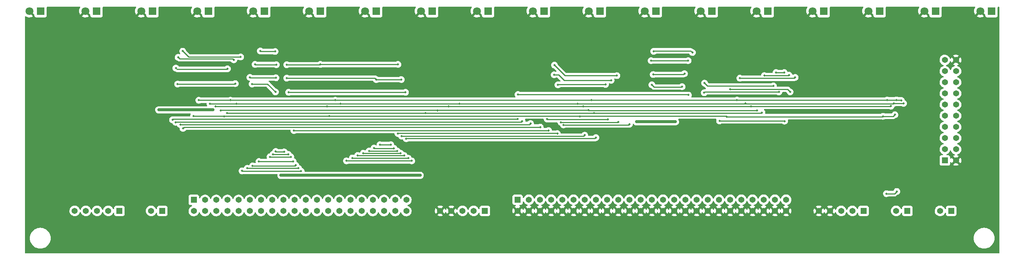
<source format=gbl>
G04 #@! TF.GenerationSoftware,KiCad,Pcbnew,(6.0.4-0)*
G04 #@! TF.CreationDate,2022-04-05T21:31:33-07:00*
G04 #@! TF.ProjectId,led-driver,6c65642d-6472-4697-9665-722e6b696361,rev?*
G04 #@! TF.SameCoordinates,Original*
G04 #@! TF.FileFunction,Copper,L2,Bot*
G04 #@! TF.FilePolarity,Positive*
%FSLAX46Y46*%
G04 Gerber Fmt 4.6, Leading zero omitted, Abs format (unit mm)*
G04 Created by KiCad (PCBNEW (6.0.4-0)) date 2022-04-05 21:31:33*
%MOMM*%
%LPD*%
G01*
G04 APERTURE LIST*
G04 #@! TA.AperFunction,ComponentPad*
%ADD10R,1.800000X1.800000*%
G04 #@! TD*
G04 #@! TA.AperFunction,ComponentPad*
%ADD11C,1.800000*%
G04 #@! TD*
G04 #@! TA.AperFunction,ComponentPad*
%ADD12R,1.370000X1.370000*%
G04 #@! TD*
G04 #@! TA.AperFunction,ComponentPad*
%ADD13C,1.370000*%
G04 #@! TD*
G04 #@! TA.AperFunction,ViaPad*
%ADD14C,0.508000*%
G04 #@! TD*
G04 #@! TA.AperFunction,Conductor*
%ADD15C,0.228600*%
G04 #@! TD*
G04 #@! TA.AperFunction,Conductor*
%ADD16C,0.635000*%
G04 #@! TD*
G04 APERTURE END LIST*
D10*
X42164000Y-26924000D03*
D11*
X39624000Y-26924000D03*
D10*
X54864000Y-26924000D03*
D11*
X52324000Y-26924000D03*
D10*
X67564000Y-26924000D03*
D11*
X65024000Y-26924000D03*
D10*
X80264000Y-26924000D03*
D11*
X77724000Y-26924000D03*
D10*
X92964000Y-26924000D03*
D11*
X90424000Y-26924000D03*
D10*
X105664000Y-26924000D03*
D11*
X103124000Y-26924000D03*
D10*
X118364000Y-26924000D03*
D11*
X115824000Y-26924000D03*
D10*
X169164000Y-26924000D03*
D11*
X166624000Y-26924000D03*
D10*
X181864000Y-26924000D03*
D11*
X179324000Y-26924000D03*
D10*
X194564000Y-26924000D03*
D11*
X192024000Y-26924000D03*
D10*
X219964000Y-26924000D03*
D11*
X217424000Y-26924000D03*
D10*
X232664000Y-26924000D03*
D11*
X230124000Y-26924000D03*
D12*
X216306400Y-72390000D03*
D13*
X213766400Y-72390000D03*
X211226400Y-72390000D03*
X208686400Y-72390000D03*
X206146400Y-72390000D03*
D10*
X207264000Y-26924000D03*
D11*
X204724000Y-26924000D03*
D10*
X143764000Y-26924000D03*
D11*
X141224000Y-26924000D03*
D10*
X156464000Y-26924000D03*
D11*
X153924000Y-26924000D03*
D12*
X57099200Y-72390000D03*
D13*
X54559200Y-72390000D03*
D12*
X47380000Y-72390000D03*
D13*
X44840000Y-72390000D03*
X42300000Y-72390000D03*
X39760000Y-72390000D03*
X37220000Y-72390000D03*
X137769600Y-72390000D03*
D12*
X137769600Y-69850000D03*
D13*
X140309600Y-72390000D03*
X140309600Y-69850000D03*
X142849600Y-72390000D03*
X142849600Y-69850000D03*
X145389600Y-72390000D03*
X145389600Y-69850000D03*
X147929600Y-72390000D03*
X147929600Y-69850000D03*
X150469600Y-72390000D03*
X150469600Y-69850000D03*
X153009600Y-72390000D03*
X153009600Y-69850000D03*
X155549600Y-72390000D03*
X155549600Y-69850000D03*
X158089600Y-72390000D03*
X158089600Y-69850000D03*
X160629600Y-72390000D03*
X160629600Y-69850000D03*
X163169600Y-72390000D03*
X163169600Y-69850000D03*
X165709600Y-72390000D03*
X165709600Y-69850000D03*
X168249600Y-72390000D03*
X168249600Y-69850000D03*
X170789600Y-72390000D03*
X170789600Y-69850000D03*
X173329600Y-72390000D03*
X173329600Y-69850000D03*
X175869600Y-72390000D03*
X175869600Y-69850000D03*
X178409600Y-72390000D03*
X178409600Y-69850000D03*
X180949600Y-72390000D03*
X180949600Y-69850000D03*
X183489600Y-72390000D03*
X183489600Y-69850000D03*
X186029600Y-72390000D03*
X186029600Y-69850000D03*
X188569600Y-72390000D03*
X188569600Y-69850000D03*
X191109600Y-72390000D03*
X191109600Y-69850000D03*
X193649600Y-72390000D03*
X193649600Y-69850000D03*
X196189600Y-72390000D03*
X196189600Y-69850000D03*
X198729600Y-72390000D03*
X198729600Y-69850000D03*
D12*
X226263200Y-72390000D03*
D13*
X223723200Y-72390000D03*
D10*
X131064000Y-26924000D03*
D11*
X128524000Y-26924000D03*
D12*
X234782500Y-60887500D03*
D13*
X237322500Y-60887500D03*
X234782500Y-58347500D03*
X237322500Y-58347500D03*
X234782500Y-55807500D03*
X237322500Y-55807500D03*
X234782500Y-53267500D03*
X237322500Y-53267500D03*
X234782500Y-50727500D03*
X237322500Y-50727500D03*
X234782500Y-48187500D03*
X237322500Y-48187500D03*
X234782500Y-45647500D03*
X237322500Y-45647500D03*
X234782500Y-43107500D03*
X237322500Y-43107500D03*
X234782500Y-40567500D03*
X237322500Y-40567500D03*
X234782500Y-38027500D03*
X237322500Y-38027500D03*
D12*
X236220000Y-72390000D03*
D13*
X233680000Y-72390000D03*
D10*
X245364000Y-26924000D03*
D11*
X242824000Y-26924000D03*
D12*
X64257500Y-69882500D03*
D13*
X64257500Y-72422500D03*
X66797500Y-69882500D03*
X66797500Y-72422500D03*
X69337500Y-69882500D03*
X69337500Y-72422500D03*
X71877500Y-69882500D03*
X71877500Y-72422500D03*
X74417500Y-69882500D03*
X74417500Y-72422500D03*
X76957500Y-69882500D03*
X76957500Y-72422500D03*
X79497500Y-69882500D03*
X79497500Y-72422500D03*
X82037500Y-69882500D03*
X82037500Y-72422500D03*
X84577500Y-69882500D03*
X84577500Y-72422500D03*
X87117500Y-69882500D03*
X87117500Y-72422500D03*
X89657500Y-69882500D03*
X89657500Y-72422500D03*
X92197500Y-69882500D03*
X92197500Y-72422500D03*
X94737500Y-69882500D03*
X94737500Y-72422500D03*
X97277500Y-69882500D03*
X97277500Y-72422500D03*
X99817500Y-69882500D03*
X99817500Y-72422500D03*
X102357500Y-69882500D03*
X102357500Y-72422500D03*
X104897500Y-69882500D03*
X104897500Y-72422500D03*
X107437500Y-69882500D03*
X107437500Y-72422500D03*
X109977500Y-69882500D03*
X109977500Y-72422500D03*
X112517500Y-69882500D03*
X112517500Y-72422500D03*
D10*
X29464000Y-26924000D03*
D11*
X26924000Y-26924000D03*
D12*
X130352800Y-72390000D03*
D13*
X127812800Y-72390000D03*
X125272800Y-72390000D03*
X122732800Y-72390000D03*
X120192800Y-72390000D03*
D14*
X36830000Y-57150000D03*
X34290000Y-57150000D03*
X31750000Y-57150000D03*
X29210000Y-57150000D03*
X221700000Y-47150000D03*
X223759570Y-47126281D03*
X224878711Y-47224925D03*
X65400000Y-47200000D03*
X154575000Y-47200000D03*
X72550000Y-47200000D03*
X96375000Y-47200000D03*
X187600000Y-47150000D03*
X220775000Y-50850000D03*
X221525000Y-68460238D03*
X223875113Y-67948648D03*
X151925000Y-50850000D03*
X95038980Y-50799139D03*
X71125000Y-50850000D03*
X223425000Y-50500000D03*
X64200000Y-50800000D03*
X185250000Y-50950000D03*
X59425000Y-51625000D03*
X137800000Y-51500000D03*
X138800000Y-52000000D03*
X60156339Y-52208292D03*
X140700000Y-52500000D03*
X61200000Y-52731911D03*
X142900000Y-53300000D03*
X61800000Y-53600000D03*
X144800000Y-54100000D03*
X87000000Y-54100000D03*
X85344000Y-39116000D03*
X146800000Y-54800000D03*
X93000000Y-39050000D03*
X110600000Y-39050000D03*
X110625000Y-54800000D03*
X111450000Y-55375000D03*
X153025000Y-55150000D03*
X105700000Y-42500000D03*
X111375000Y-42475000D03*
X85344000Y-42164000D03*
X112500000Y-55934570D03*
X112325000Y-45400000D03*
X85775000Y-45400000D03*
X155549600Y-55700400D03*
X144500000Y-51500000D03*
X158300000Y-51600000D03*
X160600000Y-52140430D03*
X147600000Y-52200000D03*
X163160640Y-52660640D03*
X148200000Y-52800000D03*
X177465524Y-36343124D03*
X168656000Y-36068000D03*
X168100000Y-38200000D03*
X176500000Y-38200000D03*
X168554400Y-41351200D03*
X175666400Y-41148000D03*
X168245295Y-43688578D03*
X175125000Y-44100000D03*
X176565599Y-46015599D03*
X137875000Y-45900000D03*
X60600000Y-43500000D03*
X73700000Y-43400000D03*
X60182000Y-39878000D03*
X71884570Y-40046751D03*
X73334347Y-37983516D03*
X60700000Y-37400000D03*
X61750000Y-36025000D03*
X74900590Y-37350590D03*
X79375000Y-35990000D03*
X82700000Y-36100000D03*
X83000000Y-39100000D03*
X78150000Y-39050000D03*
X77000000Y-42000000D03*
X82900000Y-42100000D03*
X77500000Y-43500000D03*
X82800000Y-45300000D03*
X146926870Y-43688000D03*
X157734000Y-43586400D03*
X146084800Y-41402000D03*
X159004000Y-42672000D03*
X160324800Y-41605200D03*
X146151600Y-39217600D03*
X195834000Y-43942000D03*
X180225000Y-43300000D03*
X180150000Y-45500000D03*
X197104000Y-45290000D03*
X198400000Y-51950000D03*
X183633200Y-51883200D03*
X186000000Y-44700000D03*
X199644000Y-45290000D03*
X200800000Y-42000000D03*
X188240430Y-42183734D03*
X199400000Y-41500000D03*
X193800000Y-41600000D03*
X196450000Y-40900000D03*
X198300000Y-40900000D03*
X156450000Y-44875000D03*
X93815000Y-55434301D03*
X151384000Y-35990000D03*
X115475000Y-38000000D03*
X70095000Y-55480301D03*
X115550000Y-41475000D03*
X228062500Y-69850000D03*
X115575000Y-44900000D03*
X96325000Y-63175000D03*
X73050000Y-45300000D03*
X227312500Y-47350000D03*
X189484000Y-35840430D03*
X67945000Y-35990000D03*
X30480000Y-55880000D03*
X156475000Y-36000000D03*
X35560000Y-55880000D03*
X149095500Y-36554500D03*
X226475000Y-43525000D03*
X91800000Y-59376101D03*
X186699500Y-35840430D03*
X115550000Y-34575000D03*
X227312500Y-58050000D03*
X33020000Y-55880000D03*
X193294000Y-35840430D03*
X27940000Y-55880000D03*
X38100000Y-55880000D03*
X164800000Y-52100000D03*
X56300000Y-49400000D03*
X84050000Y-64284301D03*
X63550000Y-49400000D03*
X173600000Y-52100000D03*
X68600000Y-49400000D03*
X92350000Y-64284301D03*
X107850000Y-64284301D03*
X115650000Y-64284301D03*
X151430020Y-47992152D03*
X73894000Y-48006000D03*
X225400000Y-47900000D03*
X189475000Y-47925000D03*
X223200000Y-47900000D03*
X97556000Y-48006000D03*
X124606000Y-48006000D03*
X67945000Y-48005230D03*
X153870878Y-49476878D03*
X70408800Y-49530000D03*
X192115568Y-49545368D03*
X119550000Y-49500000D03*
X122134571Y-48634571D03*
X222562770Y-48551722D03*
X152640800Y-48578000D03*
X94540429Y-48634571D03*
X190766200Y-48578000D03*
X69189600Y-48565570D03*
X155159570Y-50104938D03*
X116901250Y-50087230D03*
X193260974Y-50010974D03*
X71800000Y-50087230D03*
X106525000Y-57325000D03*
X108975000Y-57300000D03*
X109700000Y-58125000D03*
X105175000Y-58100000D03*
X110425000Y-58740430D03*
X104046948Y-58740430D03*
X111200000Y-59240430D03*
X102750000Y-59240430D03*
X112025000Y-59800000D03*
X101475000Y-59750000D03*
X112975000Y-60400000D03*
X100250000Y-60325000D03*
X113725000Y-61000000D03*
X98925000Y-61000000D03*
X75200000Y-63284301D03*
X88625000Y-63350000D03*
X76400000Y-62684301D03*
X88025000Y-62675000D03*
X87425000Y-62000000D03*
X77600000Y-62124731D03*
X79050000Y-61150000D03*
X86825000Y-61125000D03*
X81561245Y-60071531D03*
X86275000Y-60075000D03*
X85725000Y-59515430D03*
X82225000Y-59500000D03*
X84800000Y-58955860D03*
X82852199Y-58835408D03*
D15*
X223075000Y-50850000D02*
X223425000Y-50500000D01*
X220775000Y-50850000D02*
X223075000Y-50850000D01*
X222536492Y-48578000D02*
X222562770Y-48551722D01*
X190766200Y-48578000D02*
X222536492Y-48578000D01*
X151430020Y-47992152D02*
X223107848Y-47992152D01*
X223107848Y-47992152D02*
X223200000Y-47900000D01*
X185250000Y-50950000D02*
X220675000Y-50950000D01*
X220675000Y-50950000D02*
X220775000Y-50850000D01*
X185250000Y-50950000D02*
X185100000Y-50800000D01*
X185100000Y-50800000D02*
X95039841Y-50800000D01*
X95039841Y-50800000D02*
X95038980Y-50799139D01*
X85725000Y-59515430D02*
X82240430Y-59515430D01*
X82240430Y-59515430D02*
X82225000Y-59500000D01*
X59576919Y-51473081D02*
X59425000Y-51625000D01*
X137773081Y-51473081D02*
X59576919Y-51473081D01*
X137800000Y-51500000D02*
X137773081Y-51473081D01*
X71175861Y-50799139D02*
X71125000Y-50850000D01*
X71075000Y-50800000D02*
X71125000Y-50850000D01*
X64200000Y-50800000D02*
X71075000Y-50800000D01*
X95038980Y-50799139D02*
X71175861Y-50799139D01*
X78200000Y-39100000D02*
X78150000Y-39050000D01*
X83000000Y-39100000D02*
X78200000Y-39100000D01*
X221723719Y-47126281D02*
X223759570Y-47126281D01*
X221700000Y-47150000D02*
X221723719Y-47126281D01*
X223759570Y-47126281D02*
X224780067Y-47126281D01*
X154575000Y-47200000D02*
X187550000Y-47200000D01*
X224780067Y-47126281D02*
X224878711Y-47224925D01*
X221700000Y-47150000D02*
X187600000Y-47150000D01*
X96375000Y-47200000D02*
X154575000Y-47200000D01*
X72550000Y-47200000D02*
X96375000Y-47200000D01*
X65400000Y-47200000D02*
X72550000Y-47200000D01*
X187550000Y-47200000D02*
X187600000Y-47150000D01*
X223875113Y-67948648D02*
X223363523Y-68460238D01*
X223363523Y-68460238D02*
X221525000Y-68460238D01*
X60156339Y-52208292D02*
X60192290Y-52172341D01*
X138627659Y-52172341D02*
X138800000Y-52000000D01*
X60192290Y-52172341D02*
X138627659Y-52172341D01*
X140468089Y-52731911D02*
X140700000Y-52500000D01*
X61200000Y-52731911D02*
X140468089Y-52731911D01*
X62100000Y-53300000D02*
X142900000Y-53300000D01*
X61800000Y-53600000D02*
X62100000Y-53300000D01*
X87000000Y-54100000D02*
X144800000Y-54100000D01*
X110694881Y-54730119D02*
X146730119Y-54730119D01*
X85344000Y-39116000D02*
X92934000Y-39116000D01*
X110600000Y-39050000D02*
X93000000Y-39050000D01*
X146730119Y-54730119D02*
X146800000Y-54800000D01*
X92934000Y-39116000D02*
X93000000Y-39050000D01*
X110625000Y-54800000D02*
X110694881Y-54730119D01*
X105364000Y-42164000D02*
X105700000Y-42500000D01*
X111350000Y-42500000D02*
X105700000Y-42500000D01*
X152800000Y-55375000D02*
X111450000Y-55375000D01*
X111375000Y-42475000D02*
X111350000Y-42500000D01*
X85344000Y-42164000D02*
X105364000Y-42164000D01*
X153025000Y-55150000D02*
X152800000Y-55375000D01*
X155330119Y-55919881D02*
X112514689Y-55919881D01*
X155549600Y-55700400D02*
X155330119Y-55919881D01*
X112514689Y-55919881D02*
X112500000Y-55934570D01*
X85775000Y-45400000D02*
X112325000Y-45400000D01*
X144500000Y-51500000D02*
X144600000Y-51600000D01*
X144600000Y-51600000D02*
X158300000Y-51600000D01*
X160540430Y-52200000D02*
X147600000Y-52200000D01*
X160600000Y-52140430D02*
X160540430Y-52200000D01*
X163021280Y-52800000D02*
X148200000Y-52800000D01*
X163160640Y-52660640D02*
X163021280Y-52800000D01*
X177088800Y-35966400D02*
X177465524Y-36343124D01*
X168656000Y-36068000D02*
X168757600Y-35966400D01*
X168757600Y-35966400D02*
X177088800Y-35966400D01*
X176500000Y-38200000D02*
X168100000Y-38200000D01*
X168554400Y-41351200D02*
X175463200Y-41351200D01*
X175463200Y-41351200D02*
X175666400Y-41148000D01*
X175029000Y-44196000D02*
X168752717Y-44196000D01*
X175125000Y-44100000D02*
X175029000Y-44196000D01*
X168752717Y-44196000D02*
X168245295Y-43688578D01*
X176450000Y-45900000D02*
X176565599Y-46015599D01*
X137875000Y-45900000D02*
X176450000Y-45900000D01*
X60600000Y-43500000D02*
X73600000Y-43500000D01*
X73600000Y-43500000D02*
X73700000Y-43400000D01*
X60462071Y-40162071D02*
X71769250Y-40162071D01*
X71769250Y-40162071D02*
X71884570Y-40046751D01*
X60400000Y-40100000D02*
X60462071Y-40162071D01*
X73121302Y-37770471D02*
X73334347Y-37983516D01*
X61070471Y-37770471D02*
X73121302Y-37770471D01*
X60700000Y-37400000D02*
X61070471Y-37770471D01*
X74900590Y-37350590D02*
X63075590Y-37350590D01*
X63075590Y-37350590D02*
X61750000Y-36025000D01*
X79485000Y-36100000D02*
X79375000Y-35990000D01*
X82700000Y-36100000D02*
X79485000Y-36100000D01*
X82900000Y-42100000D02*
X77100000Y-42100000D01*
X77100000Y-42100000D02*
X77000000Y-42000000D01*
X81000000Y-43500000D02*
X77500000Y-43500000D01*
X82800000Y-45300000D02*
X81000000Y-43500000D01*
X157734000Y-43586400D02*
X147028470Y-43586400D01*
X147028470Y-43586400D02*
X146926870Y-43688000D01*
X147050000Y-41402000D02*
X146084800Y-41402000D01*
X159004000Y-42672000D02*
X148320000Y-42672000D01*
X148320000Y-42672000D02*
X147050000Y-41402000D01*
X148539200Y-41605200D02*
X146151600Y-39217600D01*
X160324800Y-41605200D02*
X148539200Y-41605200D01*
X195834000Y-43942000D02*
X180867000Y-43942000D01*
X180867000Y-43942000D02*
X180225000Y-43300000D01*
X180360000Y-45290000D02*
X180150000Y-45500000D01*
X197104000Y-45290000D02*
X180360000Y-45290000D01*
X198333200Y-51883200D02*
X198400000Y-51950000D01*
X183633200Y-51883200D02*
X198333200Y-51883200D01*
X186000000Y-44700000D02*
X199054000Y-44700000D01*
X199054000Y-44700000D02*
X199644000Y-45290000D01*
X188256696Y-42200000D02*
X188240430Y-42183734D01*
X200800000Y-42000000D02*
X200600000Y-42200000D01*
X200600000Y-42200000D02*
X188256696Y-42200000D01*
X199400000Y-41500000D02*
X199300000Y-41600000D01*
X199300000Y-41600000D02*
X193800000Y-41600000D01*
X196450000Y-40900000D02*
X198300000Y-40900000D01*
D16*
X84050000Y-64284301D02*
X84065699Y-64300000D01*
X56300000Y-49400000D02*
X63550000Y-49400000D01*
X92350000Y-64284301D02*
X107850000Y-64284301D01*
X164800000Y-52100000D02*
X173600000Y-52100000D01*
X92334301Y-64300000D02*
X92350000Y-64284301D01*
X107850000Y-64284301D02*
X115650000Y-64284301D01*
X63550000Y-49400000D02*
X68600000Y-49400000D01*
X84065699Y-64300000D02*
X92334301Y-64300000D01*
D15*
X97556000Y-48006000D02*
X124606000Y-48006000D01*
X67945770Y-48006000D02*
X73894000Y-48006000D01*
X124619848Y-47992152D02*
X124606000Y-48006000D01*
X73894000Y-48006000D02*
X97556000Y-48006000D01*
X67945770Y-48006000D02*
X67945000Y-48005230D01*
X151430020Y-47992152D02*
X124619848Y-47992152D01*
X225400000Y-47900000D02*
X223200000Y-47900000D01*
X119526878Y-49476878D02*
X119550000Y-49500000D01*
X153870878Y-49476878D02*
X153939368Y-49545368D01*
X70461922Y-49476878D02*
X119526878Y-49476878D01*
X119573122Y-49476878D02*
X119550000Y-49500000D01*
X153870878Y-49476878D02*
X119573122Y-49476878D01*
X153939368Y-49545368D02*
X192115568Y-49545368D01*
X70408800Y-49530000D02*
X70461922Y-49476878D01*
X190750330Y-48562130D02*
X152656670Y-48562130D01*
X69258601Y-48634571D02*
X69465429Y-48634571D01*
X122134571Y-48634571D02*
X152584229Y-48634571D01*
X94540429Y-48634571D02*
X122134571Y-48634571D01*
X152640800Y-48578000D02*
X152584229Y-48634571D01*
X152656670Y-48562130D02*
X152640800Y-48578000D01*
X69465429Y-48634571D02*
X94540429Y-48634571D01*
X69258601Y-48634571D02*
X69189600Y-48565570D01*
X190766200Y-48578000D02*
X190750330Y-48562130D01*
X155141861Y-50104939D02*
X155159570Y-50104938D01*
X71817709Y-50104939D02*
X116883541Y-50104939D01*
X116883541Y-50104939D02*
X116901250Y-50087230D01*
X193167009Y-50104939D02*
X193260974Y-50010974D01*
X71800000Y-50087230D02*
X71817709Y-50104939D01*
X155141861Y-50104939D02*
X193167009Y-50104939D01*
X116901250Y-50087230D02*
X116918959Y-50104939D01*
X116918959Y-50104939D02*
X155141861Y-50104939D01*
X106550000Y-57300000D02*
X106525000Y-57325000D01*
X108975000Y-57300000D02*
X106550000Y-57300000D01*
X109700000Y-58125000D02*
X105200000Y-58125000D01*
X105200000Y-58125000D02*
X105175000Y-58100000D01*
X110425000Y-58740430D02*
X110390430Y-58775000D01*
X110390430Y-58775000D02*
X104081518Y-58775000D01*
X104081518Y-58775000D02*
X104046948Y-58740430D01*
X104046948Y-58778052D02*
X104046948Y-58740430D01*
X111200000Y-59240430D02*
X111140430Y-59300000D01*
X102809570Y-59300000D02*
X102750000Y-59240430D01*
X111140430Y-59300000D02*
X102809570Y-59300000D01*
X101525000Y-59800000D02*
X101475000Y-59750000D01*
X112025000Y-59800000D02*
X101525000Y-59800000D01*
X100325000Y-60400000D02*
X100250000Y-60325000D01*
X112975000Y-60400000D02*
X100325000Y-60400000D01*
X113725000Y-61000000D02*
X98925000Y-61000000D01*
X75265699Y-63350000D02*
X88625000Y-63350000D01*
X75200000Y-63284301D02*
X75265699Y-63350000D01*
X88015699Y-62684301D02*
X88025000Y-62675000D01*
X76400000Y-62684301D02*
X88015699Y-62684301D01*
X87300269Y-62124731D02*
X87425000Y-62000000D01*
X77600000Y-62124731D02*
X87300269Y-62124731D01*
X79050000Y-61150000D02*
X86800000Y-61150000D01*
X86800000Y-61150000D02*
X86825000Y-61125000D01*
X81561245Y-60071531D02*
X81564714Y-60075000D01*
X81564714Y-60075000D02*
X86275000Y-60075000D01*
X82972651Y-58955860D02*
X82852199Y-58835408D01*
X84800000Y-58955860D02*
X82972651Y-58955860D01*
G04 #@! TA.AperFunction,Conductor*
G36*
X38441885Y-25928502D02*
G01*
X38488378Y-25982158D01*
X38498482Y-26052432D01*
X38477852Y-26105505D01*
X38398471Y-26221873D01*
X38393376Y-26230841D01*
X38300252Y-26431459D01*
X38296689Y-26441146D01*
X38237581Y-26654280D01*
X38235650Y-26664400D01*
X38212145Y-26884349D01*
X38211893Y-26894638D01*
X38224627Y-27115468D01*
X38226061Y-27125670D01*
X38274685Y-27341439D01*
X38277773Y-27351292D01*
X38360986Y-27556220D01*
X38365634Y-27565421D01*
X38454097Y-27709781D01*
X38464553Y-27719242D01*
X38473331Y-27715458D01*
X39534905Y-26653885D01*
X39597217Y-26619859D01*
X39668033Y-26624924D01*
X39713095Y-26653885D01*
X40718595Y-27659384D01*
X40752620Y-27721696D01*
X40755500Y-27748479D01*
X40755500Y-27872134D01*
X40762255Y-27934316D01*
X40813385Y-28070705D01*
X40900739Y-28187261D01*
X41017295Y-28274615D01*
X41153684Y-28325745D01*
X41215866Y-28332500D01*
X43112134Y-28332500D01*
X43174316Y-28325745D01*
X43310705Y-28274615D01*
X43427261Y-28187261D01*
X43503597Y-28085406D01*
X51527423Y-28085406D01*
X51532704Y-28092461D01*
X51709080Y-28195527D01*
X51718363Y-28199974D01*
X51925003Y-28278883D01*
X51934901Y-28281759D01*
X52151653Y-28325857D01*
X52161883Y-28327076D01*
X52382914Y-28335182D01*
X52393223Y-28334714D01*
X52612623Y-28306608D01*
X52622688Y-28304468D01*
X52834557Y-28240905D01*
X52844152Y-28237144D01*
X53042778Y-28139838D01*
X53051636Y-28134559D01*
X53109097Y-28093572D01*
X53117497Y-28082874D01*
X53110510Y-28069721D01*
X52336811Y-27296021D01*
X52322868Y-27288408D01*
X52321034Y-27288539D01*
X52314420Y-27292790D01*
X51534180Y-28073031D01*
X51527423Y-28085406D01*
X43503597Y-28085406D01*
X43514615Y-28070705D01*
X43565745Y-27934316D01*
X43572500Y-27872134D01*
X43572500Y-26034500D01*
X43592502Y-25966379D01*
X43646158Y-25919886D01*
X43698500Y-25908500D01*
X51073764Y-25908500D01*
X51141885Y-25928502D01*
X51188378Y-25982158D01*
X51198482Y-26052432D01*
X51177852Y-26105505D01*
X51098471Y-26221873D01*
X51093376Y-26230841D01*
X51000252Y-26431459D01*
X50996689Y-26441146D01*
X50937581Y-26654280D01*
X50935650Y-26664400D01*
X50912145Y-26884349D01*
X50911893Y-26894638D01*
X50924627Y-27115468D01*
X50926061Y-27125670D01*
X50974685Y-27341439D01*
X50977773Y-27351292D01*
X51060986Y-27556220D01*
X51065634Y-27565421D01*
X51154097Y-27709781D01*
X51164553Y-27719242D01*
X51173331Y-27715458D01*
X52234905Y-26653885D01*
X52297217Y-26619859D01*
X52368033Y-26624924D01*
X52413095Y-26653885D01*
X53418595Y-27659384D01*
X53452620Y-27721696D01*
X53455500Y-27748479D01*
X53455500Y-27872134D01*
X53462255Y-27934316D01*
X53513385Y-28070705D01*
X53600739Y-28187261D01*
X53717295Y-28274615D01*
X53853684Y-28325745D01*
X53915866Y-28332500D01*
X55812134Y-28332500D01*
X55874316Y-28325745D01*
X56010705Y-28274615D01*
X56127261Y-28187261D01*
X56203597Y-28085406D01*
X64227423Y-28085406D01*
X64232704Y-28092461D01*
X64409080Y-28195527D01*
X64418363Y-28199974D01*
X64625003Y-28278883D01*
X64634901Y-28281759D01*
X64851653Y-28325857D01*
X64861883Y-28327076D01*
X65082914Y-28335182D01*
X65093223Y-28334714D01*
X65312623Y-28306608D01*
X65322688Y-28304468D01*
X65534557Y-28240905D01*
X65544152Y-28237144D01*
X65742778Y-28139838D01*
X65751636Y-28134559D01*
X65809097Y-28093572D01*
X65817497Y-28082874D01*
X65810510Y-28069721D01*
X65036811Y-27296021D01*
X65022868Y-27288408D01*
X65021034Y-27288539D01*
X65014420Y-27292790D01*
X64234180Y-28073031D01*
X64227423Y-28085406D01*
X56203597Y-28085406D01*
X56214615Y-28070705D01*
X56265745Y-27934316D01*
X56272500Y-27872134D01*
X56272500Y-26034500D01*
X56292502Y-25966379D01*
X56346158Y-25919886D01*
X56398500Y-25908500D01*
X63773764Y-25908500D01*
X63841885Y-25928502D01*
X63888378Y-25982158D01*
X63898482Y-26052432D01*
X63877852Y-26105505D01*
X63798471Y-26221873D01*
X63793376Y-26230841D01*
X63700252Y-26431459D01*
X63696689Y-26441146D01*
X63637581Y-26654280D01*
X63635650Y-26664400D01*
X63612145Y-26884349D01*
X63611893Y-26894638D01*
X63624627Y-27115468D01*
X63626061Y-27125670D01*
X63674685Y-27341439D01*
X63677773Y-27351292D01*
X63760986Y-27556220D01*
X63765634Y-27565421D01*
X63854097Y-27709781D01*
X63864553Y-27719242D01*
X63873331Y-27715458D01*
X64934905Y-26653885D01*
X64997217Y-26619859D01*
X65068033Y-26624924D01*
X65113095Y-26653885D01*
X66118595Y-27659384D01*
X66152620Y-27721696D01*
X66155500Y-27748479D01*
X66155500Y-27872134D01*
X66162255Y-27934316D01*
X66213385Y-28070705D01*
X66300739Y-28187261D01*
X66417295Y-28274615D01*
X66553684Y-28325745D01*
X66615866Y-28332500D01*
X68512134Y-28332500D01*
X68574316Y-28325745D01*
X68710705Y-28274615D01*
X68827261Y-28187261D01*
X68903597Y-28085406D01*
X76927423Y-28085406D01*
X76932704Y-28092461D01*
X77109080Y-28195527D01*
X77118363Y-28199974D01*
X77325003Y-28278883D01*
X77334901Y-28281759D01*
X77551653Y-28325857D01*
X77561883Y-28327076D01*
X77782914Y-28335182D01*
X77793223Y-28334714D01*
X78012623Y-28306608D01*
X78022688Y-28304468D01*
X78234557Y-28240905D01*
X78244152Y-28237144D01*
X78442778Y-28139838D01*
X78451636Y-28134559D01*
X78509097Y-28093572D01*
X78517497Y-28082874D01*
X78510510Y-28069721D01*
X77736811Y-27296021D01*
X77722868Y-27288408D01*
X77721034Y-27288539D01*
X77714420Y-27292790D01*
X76934180Y-28073031D01*
X76927423Y-28085406D01*
X68903597Y-28085406D01*
X68914615Y-28070705D01*
X68965745Y-27934316D01*
X68972500Y-27872134D01*
X68972500Y-26034500D01*
X68992502Y-25966379D01*
X69046158Y-25919886D01*
X69098500Y-25908500D01*
X76473764Y-25908500D01*
X76541885Y-25928502D01*
X76588378Y-25982158D01*
X76598482Y-26052432D01*
X76577852Y-26105505D01*
X76498471Y-26221873D01*
X76493376Y-26230841D01*
X76400252Y-26431459D01*
X76396689Y-26441146D01*
X76337581Y-26654280D01*
X76335650Y-26664400D01*
X76312145Y-26884349D01*
X76311893Y-26894638D01*
X76324627Y-27115468D01*
X76326061Y-27125670D01*
X76374685Y-27341439D01*
X76377773Y-27351292D01*
X76460986Y-27556220D01*
X76465634Y-27565421D01*
X76554097Y-27709781D01*
X76564553Y-27719242D01*
X76573331Y-27715458D01*
X77634905Y-26653885D01*
X77697217Y-26619859D01*
X77768033Y-26624924D01*
X77813095Y-26653885D01*
X78818595Y-27659384D01*
X78852620Y-27721696D01*
X78855500Y-27748479D01*
X78855500Y-27872134D01*
X78862255Y-27934316D01*
X78913385Y-28070705D01*
X79000739Y-28187261D01*
X79117295Y-28274615D01*
X79253684Y-28325745D01*
X79315866Y-28332500D01*
X81212134Y-28332500D01*
X81274316Y-28325745D01*
X81410705Y-28274615D01*
X81527261Y-28187261D01*
X81603597Y-28085406D01*
X89627423Y-28085406D01*
X89632704Y-28092461D01*
X89809080Y-28195527D01*
X89818363Y-28199974D01*
X90025003Y-28278883D01*
X90034901Y-28281759D01*
X90251653Y-28325857D01*
X90261883Y-28327076D01*
X90482914Y-28335182D01*
X90493223Y-28334714D01*
X90712623Y-28306608D01*
X90722688Y-28304468D01*
X90934557Y-28240905D01*
X90944152Y-28237144D01*
X91142778Y-28139838D01*
X91151636Y-28134559D01*
X91209097Y-28093572D01*
X91217497Y-28082874D01*
X91210510Y-28069721D01*
X90436811Y-27296021D01*
X90422868Y-27288408D01*
X90421034Y-27288539D01*
X90414420Y-27292790D01*
X89634180Y-28073031D01*
X89627423Y-28085406D01*
X81603597Y-28085406D01*
X81614615Y-28070705D01*
X81665745Y-27934316D01*
X81672500Y-27872134D01*
X81672500Y-26034500D01*
X81692502Y-25966379D01*
X81746158Y-25919886D01*
X81798500Y-25908500D01*
X89173764Y-25908500D01*
X89241885Y-25928502D01*
X89288378Y-25982158D01*
X89298482Y-26052432D01*
X89277852Y-26105505D01*
X89198471Y-26221873D01*
X89193376Y-26230841D01*
X89100252Y-26431459D01*
X89096689Y-26441146D01*
X89037581Y-26654280D01*
X89035650Y-26664400D01*
X89012145Y-26884349D01*
X89011893Y-26894638D01*
X89024627Y-27115468D01*
X89026061Y-27125670D01*
X89074685Y-27341439D01*
X89077773Y-27351292D01*
X89160986Y-27556220D01*
X89165634Y-27565421D01*
X89254097Y-27709781D01*
X89264553Y-27719242D01*
X89273331Y-27715458D01*
X90334905Y-26653885D01*
X90397217Y-26619859D01*
X90468033Y-26624924D01*
X90513095Y-26653885D01*
X91518595Y-27659384D01*
X91552620Y-27721696D01*
X91555500Y-27748479D01*
X91555500Y-27872134D01*
X91562255Y-27934316D01*
X91613385Y-28070705D01*
X91700739Y-28187261D01*
X91817295Y-28274615D01*
X91953684Y-28325745D01*
X92015866Y-28332500D01*
X93912134Y-28332500D01*
X93974316Y-28325745D01*
X94110705Y-28274615D01*
X94227261Y-28187261D01*
X94303597Y-28085406D01*
X102327423Y-28085406D01*
X102332704Y-28092461D01*
X102509080Y-28195527D01*
X102518363Y-28199974D01*
X102725003Y-28278883D01*
X102734901Y-28281759D01*
X102951653Y-28325857D01*
X102961883Y-28327076D01*
X103182914Y-28335182D01*
X103193223Y-28334714D01*
X103412623Y-28306608D01*
X103422688Y-28304468D01*
X103634557Y-28240905D01*
X103644152Y-28237144D01*
X103842778Y-28139838D01*
X103851636Y-28134559D01*
X103909097Y-28093572D01*
X103917497Y-28082874D01*
X103910510Y-28069721D01*
X103136811Y-27296021D01*
X103122868Y-27288408D01*
X103121034Y-27288539D01*
X103114420Y-27292790D01*
X102334180Y-28073031D01*
X102327423Y-28085406D01*
X94303597Y-28085406D01*
X94314615Y-28070705D01*
X94365745Y-27934316D01*
X94372500Y-27872134D01*
X94372500Y-26034500D01*
X94392502Y-25966379D01*
X94446158Y-25919886D01*
X94498500Y-25908500D01*
X101873764Y-25908500D01*
X101941885Y-25928502D01*
X101988378Y-25982158D01*
X101998482Y-26052432D01*
X101977852Y-26105505D01*
X101898471Y-26221873D01*
X101893376Y-26230841D01*
X101800252Y-26431459D01*
X101796689Y-26441146D01*
X101737581Y-26654280D01*
X101735650Y-26664400D01*
X101712145Y-26884349D01*
X101711893Y-26894638D01*
X101724627Y-27115468D01*
X101726061Y-27125670D01*
X101774685Y-27341439D01*
X101777773Y-27351292D01*
X101860986Y-27556220D01*
X101865634Y-27565421D01*
X101954097Y-27709781D01*
X101964553Y-27719242D01*
X101973331Y-27715458D01*
X103034905Y-26653885D01*
X103097217Y-26619859D01*
X103168033Y-26624924D01*
X103213095Y-26653885D01*
X104218595Y-27659384D01*
X104252620Y-27721696D01*
X104255500Y-27748479D01*
X104255500Y-27872134D01*
X104262255Y-27934316D01*
X104313385Y-28070705D01*
X104400739Y-28187261D01*
X104517295Y-28274615D01*
X104653684Y-28325745D01*
X104715866Y-28332500D01*
X106612134Y-28332500D01*
X106674316Y-28325745D01*
X106810705Y-28274615D01*
X106927261Y-28187261D01*
X107003597Y-28085406D01*
X115027423Y-28085406D01*
X115032704Y-28092461D01*
X115209080Y-28195527D01*
X115218363Y-28199974D01*
X115425003Y-28278883D01*
X115434901Y-28281759D01*
X115651653Y-28325857D01*
X115661883Y-28327076D01*
X115882914Y-28335182D01*
X115893223Y-28334714D01*
X116112623Y-28306608D01*
X116122688Y-28304468D01*
X116334557Y-28240905D01*
X116344152Y-28237144D01*
X116542778Y-28139838D01*
X116551636Y-28134559D01*
X116609097Y-28093572D01*
X116617497Y-28082874D01*
X116610510Y-28069721D01*
X115836811Y-27296021D01*
X115822868Y-27288408D01*
X115821034Y-27288539D01*
X115814420Y-27292790D01*
X115034180Y-28073031D01*
X115027423Y-28085406D01*
X107003597Y-28085406D01*
X107014615Y-28070705D01*
X107065745Y-27934316D01*
X107072500Y-27872134D01*
X107072500Y-26034500D01*
X107092502Y-25966379D01*
X107146158Y-25919886D01*
X107198500Y-25908500D01*
X114573764Y-25908500D01*
X114641885Y-25928502D01*
X114688378Y-25982158D01*
X114698482Y-26052432D01*
X114677852Y-26105505D01*
X114598471Y-26221873D01*
X114593376Y-26230841D01*
X114500252Y-26431459D01*
X114496689Y-26441146D01*
X114437581Y-26654280D01*
X114435650Y-26664400D01*
X114412145Y-26884349D01*
X114411893Y-26894638D01*
X114424627Y-27115468D01*
X114426061Y-27125670D01*
X114474685Y-27341439D01*
X114477773Y-27351292D01*
X114560986Y-27556220D01*
X114565634Y-27565421D01*
X114654097Y-27709781D01*
X114664553Y-27719242D01*
X114673331Y-27715458D01*
X115734905Y-26653885D01*
X115797217Y-26619859D01*
X115868033Y-26624924D01*
X115913095Y-26653885D01*
X116918595Y-27659384D01*
X116952620Y-27721696D01*
X116955500Y-27748479D01*
X116955500Y-27872134D01*
X116962255Y-27934316D01*
X117013385Y-28070705D01*
X117100739Y-28187261D01*
X117217295Y-28274615D01*
X117353684Y-28325745D01*
X117415866Y-28332500D01*
X119312134Y-28332500D01*
X119374316Y-28325745D01*
X119510705Y-28274615D01*
X119627261Y-28187261D01*
X119703597Y-28085406D01*
X127727423Y-28085406D01*
X127732704Y-28092461D01*
X127909080Y-28195527D01*
X127918363Y-28199974D01*
X128125003Y-28278883D01*
X128134901Y-28281759D01*
X128351653Y-28325857D01*
X128361883Y-28327076D01*
X128582914Y-28335182D01*
X128593223Y-28334714D01*
X128812623Y-28306608D01*
X128822688Y-28304468D01*
X129034557Y-28240905D01*
X129044152Y-28237144D01*
X129242778Y-28139838D01*
X129251636Y-28134559D01*
X129309097Y-28093572D01*
X129317497Y-28082874D01*
X129310510Y-28069721D01*
X128536811Y-27296021D01*
X128522868Y-27288408D01*
X128521034Y-27288539D01*
X128514420Y-27292790D01*
X127734180Y-28073031D01*
X127727423Y-28085406D01*
X119703597Y-28085406D01*
X119714615Y-28070705D01*
X119765745Y-27934316D01*
X119772500Y-27872134D01*
X119772500Y-26034500D01*
X119792502Y-25966379D01*
X119846158Y-25919886D01*
X119898500Y-25908500D01*
X127273764Y-25908500D01*
X127341885Y-25928502D01*
X127388378Y-25982158D01*
X127398482Y-26052432D01*
X127377852Y-26105505D01*
X127298471Y-26221873D01*
X127293376Y-26230841D01*
X127200252Y-26431459D01*
X127196689Y-26441146D01*
X127137581Y-26654280D01*
X127135650Y-26664400D01*
X127112145Y-26884349D01*
X127111893Y-26894638D01*
X127124627Y-27115468D01*
X127126061Y-27125670D01*
X127174685Y-27341439D01*
X127177773Y-27351292D01*
X127260986Y-27556220D01*
X127265634Y-27565421D01*
X127354097Y-27709781D01*
X127364553Y-27719242D01*
X127373331Y-27715458D01*
X128434905Y-26653885D01*
X128497217Y-26619859D01*
X128568033Y-26624924D01*
X128613095Y-26653885D01*
X129618595Y-27659384D01*
X129652620Y-27721696D01*
X129655500Y-27748479D01*
X129655500Y-27872134D01*
X129662255Y-27934316D01*
X129713385Y-28070705D01*
X129800739Y-28187261D01*
X129917295Y-28274615D01*
X130053684Y-28325745D01*
X130115866Y-28332500D01*
X132012134Y-28332500D01*
X132074316Y-28325745D01*
X132210705Y-28274615D01*
X132327261Y-28187261D01*
X132403597Y-28085406D01*
X140427423Y-28085406D01*
X140432704Y-28092461D01*
X140609080Y-28195527D01*
X140618363Y-28199974D01*
X140825003Y-28278883D01*
X140834901Y-28281759D01*
X141051653Y-28325857D01*
X141061883Y-28327076D01*
X141282914Y-28335182D01*
X141293223Y-28334714D01*
X141512623Y-28306608D01*
X141522688Y-28304468D01*
X141734557Y-28240905D01*
X141744152Y-28237144D01*
X141942778Y-28139838D01*
X141951636Y-28134559D01*
X142009097Y-28093572D01*
X142017497Y-28082874D01*
X142010510Y-28069721D01*
X141236811Y-27296021D01*
X141222868Y-27288408D01*
X141221034Y-27288539D01*
X141214420Y-27292790D01*
X140434180Y-28073031D01*
X140427423Y-28085406D01*
X132403597Y-28085406D01*
X132414615Y-28070705D01*
X132465745Y-27934316D01*
X132472500Y-27872134D01*
X132472500Y-26034500D01*
X132492502Y-25966379D01*
X132546158Y-25919886D01*
X132598500Y-25908500D01*
X139973764Y-25908500D01*
X140041885Y-25928502D01*
X140088378Y-25982158D01*
X140098482Y-26052432D01*
X140077852Y-26105505D01*
X139998471Y-26221873D01*
X139993376Y-26230841D01*
X139900252Y-26431459D01*
X139896689Y-26441146D01*
X139837581Y-26654280D01*
X139835650Y-26664400D01*
X139812145Y-26884349D01*
X139811893Y-26894638D01*
X139824627Y-27115468D01*
X139826061Y-27125670D01*
X139874685Y-27341439D01*
X139877773Y-27351292D01*
X139960986Y-27556220D01*
X139965634Y-27565421D01*
X140054097Y-27709781D01*
X140064553Y-27719242D01*
X140073331Y-27715458D01*
X141134905Y-26653885D01*
X141197217Y-26619859D01*
X141268033Y-26624924D01*
X141313095Y-26653885D01*
X142318595Y-27659384D01*
X142352620Y-27721696D01*
X142355500Y-27748479D01*
X142355500Y-27872134D01*
X142362255Y-27934316D01*
X142413385Y-28070705D01*
X142500739Y-28187261D01*
X142617295Y-28274615D01*
X142753684Y-28325745D01*
X142815866Y-28332500D01*
X144712134Y-28332500D01*
X144774316Y-28325745D01*
X144910705Y-28274615D01*
X145027261Y-28187261D01*
X145103597Y-28085406D01*
X153127423Y-28085406D01*
X153132704Y-28092461D01*
X153309080Y-28195527D01*
X153318363Y-28199974D01*
X153525003Y-28278883D01*
X153534901Y-28281759D01*
X153751653Y-28325857D01*
X153761883Y-28327076D01*
X153982914Y-28335182D01*
X153993223Y-28334714D01*
X154212623Y-28306608D01*
X154222688Y-28304468D01*
X154434557Y-28240905D01*
X154444152Y-28237144D01*
X154642778Y-28139838D01*
X154651636Y-28134559D01*
X154709097Y-28093572D01*
X154717497Y-28082874D01*
X154710510Y-28069721D01*
X153936811Y-27296021D01*
X153922868Y-27288408D01*
X153921034Y-27288539D01*
X153914420Y-27292790D01*
X153134180Y-28073031D01*
X153127423Y-28085406D01*
X145103597Y-28085406D01*
X145114615Y-28070705D01*
X145165745Y-27934316D01*
X145172500Y-27872134D01*
X145172500Y-26034500D01*
X145192502Y-25966379D01*
X145246158Y-25919886D01*
X145298500Y-25908500D01*
X152673764Y-25908500D01*
X152741885Y-25928502D01*
X152788378Y-25982158D01*
X152798482Y-26052432D01*
X152777852Y-26105505D01*
X152698471Y-26221873D01*
X152693376Y-26230841D01*
X152600252Y-26431459D01*
X152596689Y-26441146D01*
X152537581Y-26654280D01*
X152535650Y-26664400D01*
X152512145Y-26884349D01*
X152511893Y-26894638D01*
X152524627Y-27115468D01*
X152526061Y-27125670D01*
X152574685Y-27341439D01*
X152577773Y-27351292D01*
X152660986Y-27556220D01*
X152665634Y-27565421D01*
X152754097Y-27709781D01*
X152764553Y-27719242D01*
X152773331Y-27715458D01*
X153834905Y-26653885D01*
X153897217Y-26619859D01*
X153968033Y-26624924D01*
X154013095Y-26653885D01*
X155018595Y-27659384D01*
X155052620Y-27721696D01*
X155055500Y-27748479D01*
X155055500Y-27872134D01*
X155062255Y-27934316D01*
X155113385Y-28070705D01*
X155200739Y-28187261D01*
X155317295Y-28274615D01*
X155453684Y-28325745D01*
X155515866Y-28332500D01*
X157412134Y-28332500D01*
X157474316Y-28325745D01*
X157610705Y-28274615D01*
X157727261Y-28187261D01*
X157803597Y-28085406D01*
X165827423Y-28085406D01*
X165832704Y-28092461D01*
X166009080Y-28195527D01*
X166018363Y-28199974D01*
X166225003Y-28278883D01*
X166234901Y-28281759D01*
X166451653Y-28325857D01*
X166461883Y-28327076D01*
X166682914Y-28335182D01*
X166693223Y-28334714D01*
X166912623Y-28306608D01*
X166922688Y-28304468D01*
X167134557Y-28240905D01*
X167144152Y-28237144D01*
X167342778Y-28139838D01*
X167351636Y-28134559D01*
X167409097Y-28093572D01*
X167417497Y-28082874D01*
X167410510Y-28069721D01*
X166636811Y-27296021D01*
X166622868Y-27288408D01*
X166621034Y-27288539D01*
X166614420Y-27292790D01*
X165834180Y-28073031D01*
X165827423Y-28085406D01*
X157803597Y-28085406D01*
X157814615Y-28070705D01*
X157865745Y-27934316D01*
X157872500Y-27872134D01*
X157872500Y-26034500D01*
X157892502Y-25966379D01*
X157946158Y-25919886D01*
X157998500Y-25908500D01*
X165373764Y-25908500D01*
X165441885Y-25928502D01*
X165488378Y-25982158D01*
X165498482Y-26052432D01*
X165477852Y-26105505D01*
X165398471Y-26221873D01*
X165393376Y-26230841D01*
X165300252Y-26431459D01*
X165296689Y-26441146D01*
X165237581Y-26654280D01*
X165235650Y-26664400D01*
X165212145Y-26884349D01*
X165211893Y-26894638D01*
X165224627Y-27115468D01*
X165226061Y-27125670D01*
X165274685Y-27341439D01*
X165277773Y-27351292D01*
X165360986Y-27556220D01*
X165365634Y-27565421D01*
X165454097Y-27709781D01*
X165464553Y-27719242D01*
X165473331Y-27715458D01*
X166534905Y-26653885D01*
X166597217Y-26619859D01*
X166668033Y-26624924D01*
X166713095Y-26653885D01*
X167718595Y-27659384D01*
X167752620Y-27721696D01*
X167755500Y-27748479D01*
X167755500Y-27872134D01*
X167762255Y-27934316D01*
X167813385Y-28070705D01*
X167900739Y-28187261D01*
X168017295Y-28274615D01*
X168153684Y-28325745D01*
X168215866Y-28332500D01*
X170112134Y-28332500D01*
X170174316Y-28325745D01*
X170310705Y-28274615D01*
X170427261Y-28187261D01*
X170503597Y-28085406D01*
X178527423Y-28085406D01*
X178532704Y-28092461D01*
X178709080Y-28195527D01*
X178718363Y-28199974D01*
X178925003Y-28278883D01*
X178934901Y-28281759D01*
X179151653Y-28325857D01*
X179161883Y-28327076D01*
X179382914Y-28335182D01*
X179393223Y-28334714D01*
X179612623Y-28306608D01*
X179622688Y-28304468D01*
X179834557Y-28240905D01*
X179844152Y-28237144D01*
X180042778Y-28139838D01*
X180051636Y-28134559D01*
X180109097Y-28093572D01*
X180117497Y-28082874D01*
X180110510Y-28069721D01*
X179336811Y-27296021D01*
X179322868Y-27288408D01*
X179321034Y-27288539D01*
X179314420Y-27292790D01*
X178534180Y-28073031D01*
X178527423Y-28085406D01*
X170503597Y-28085406D01*
X170514615Y-28070705D01*
X170565745Y-27934316D01*
X170572500Y-27872134D01*
X170572500Y-26034500D01*
X170592502Y-25966379D01*
X170646158Y-25919886D01*
X170698500Y-25908500D01*
X178073764Y-25908500D01*
X178141885Y-25928502D01*
X178188378Y-25982158D01*
X178198482Y-26052432D01*
X178177852Y-26105505D01*
X178098471Y-26221873D01*
X178093376Y-26230841D01*
X178000252Y-26431459D01*
X177996689Y-26441146D01*
X177937581Y-26654280D01*
X177935650Y-26664400D01*
X177912145Y-26884349D01*
X177911893Y-26894638D01*
X177924627Y-27115468D01*
X177926061Y-27125670D01*
X177974685Y-27341439D01*
X177977773Y-27351292D01*
X178060986Y-27556220D01*
X178065634Y-27565421D01*
X178154097Y-27709781D01*
X178164553Y-27719242D01*
X178173331Y-27715458D01*
X179234905Y-26653885D01*
X179297217Y-26619859D01*
X179368033Y-26624924D01*
X179413095Y-26653885D01*
X180418595Y-27659384D01*
X180452620Y-27721696D01*
X180455500Y-27748479D01*
X180455500Y-27872134D01*
X180462255Y-27934316D01*
X180513385Y-28070705D01*
X180600739Y-28187261D01*
X180717295Y-28274615D01*
X180853684Y-28325745D01*
X180915866Y-28332500D01*
X182812134Y-28332500D01*
X182874316Y-28325745D01*
X183010705Y-28274615D01*
X183127261Y-28187261D01*
X183203597Y-28085406D01*
X191227423Y-28085406D01*
X191232704Y-28092461D01*
X191409080Y-28195527D01*
X191418363Y-28199974D01*
X191625003Y-28278883D01*
X191634901Y-28281759D01*
X191851653Y-28325857D01*
X191861883Y-28327076D01*
X192082914Y-28335182D01*
X192093223Y-28334714D01*
X192312623Y-28306608D01*
X192322688Y-28304468D01*
X192534557Y-28240905D01*
X192544152Y-28237144D01*
X192742778Y-28139838D01*
X192751636Y-28134559D01*
X192809097Y-28093572D01*
X192817497Y-28082874D01*
X192810510Y-28069721D01*
X192036811Y-27296021D01*
X192022868Y-27288408D01*
X192021034Y-27288539D01*
X192014420Y-27292790D01*
X191234180Y-28073031D01*
X191227423Y-28085406D01*
X183203597Y-28085406D01*
X183214615Y-28070705D01*
X183265745Y-27934316D01*
X183272500Y-27872134D01*
X183272500Y-26034500D01*
X183292502Y-25966379D01*
X183346158Y-25919886D01*
X183398500Y-25908500D01*
X190773764Y-25908500D01*
X190841885Y-25928502D01*
X190888378Y-25982158D01*
X190898482Y-26052432D01*
X190877852Y-26105505D01*
X190798471Y-26221873D01*
X190793376Y-26230841D01*
X190700252Y-26431459D01*
X190696689Y-26441146D01*
X190637581Y-26654280D01*
X190635650Y-26664400D01*
X190612145Y-26884349D01*
X190611893Y-26894638D01*
X190624627Y-27115468D01*
X190626061Y-27125670D01*
X190674685Y-27341439D01*
X190677773Y-27351292D01*
X190760986Y-27556220D01*
X190765634Y-27565421D01*
X190854097Y-27709781D01*
X190864553Y-27719242D01*
X190873331Y-27715458D01*
X191934905Y-26653885D01*
X191997217Y-26619859D01*
X192068033Y-26624924D01*
X192113095Y-26653885D01*
X193118595Y-27659384D01*
X193152620Y-27721696D01*
X193155500Y-27748479D01*
X193155500Y-27872134D01*
X193162255Y-27934316D01*
X193213385Y-28070705D01*
X193300739Y-28187261D01*
X193417295Y-28274615D01*
X193553684Y-28325745D01*
X193615866Y-28332500D01*
X195512134Y-28332500D01*
X195574316Y-28325745D01*
X195710705Y-28274615D01*
X195827261Y-28187261D01*
X195903597Y-28085406D01*
X203927423Y-28085406D01*
X203932704Y-28092461D01*
X204109080Y-28195527D01*
X204118363Y-28199974D01*
X204325003Y-28278883D01*
X204334901Y-28281759D01*
X204551653Y-28325857D01*
X204561883Y-28327076D01*
X204782914Y-28335182D01*
X204793223Y-28334714D01*
X205012623Y-28306608D01*
X205022688Y-28304468D01*
X205234557Y-28240905D01*
X205244152Y-28237144D01*
X205442778Y-28139838D01*
X205451636Y-28134559D01*
X205509097Y-28093572D01*
X205517497Y-28082874D01*
X205510510Y-28069721D01*
X204736811Y-27296021D01*
X204722868Y-27288408D01*
X204721034Y-27288539D01*
X204714420Y-27292790D01*
X203934180Y-28073031D01*
X203927423Y-28085406D01*
X195903597Y-28085406D01*
X195914615Y-28070705D01*
X195965745Y-27934316D01*
X195972500Y-27872134D01*
X195972500Y-26034500D01*
X195992502Y-25966379D01*
X196046158Y-25919886D01*
X196098500Y-25908500D01*
X203473764Y-25908500D01*
X203541885Y-25928502D01*
X203588378Y-25982158D01*
X203598482Y-26052432D01*
X203577852Y-26105505D01*
X203498471Y-26221873D01*
X203493376Y-26230841D01*
X203400252Y-26431459D01*
X203396689Y-26441146D01*
X203337581Y-26654280D01*
X203335650Y-26664400D01*
X203312145Y-26884349D01*
X203311893Y-26894638D01*
X203324627Y-27115468D01*
X203326061Y-27125670D01*
X203374685Y-27341439D01*
X203377773Y-27351292D01*
X203460986Y-27556220D01*
X203465634Y-27565421D01*
X203554097Y-27709781D01*
X203564553Y-27719242D01*
X203573331Y-27715458D01*
X204634905Y-26653885D01*
X204697217Y-26619859D01*
X204768033Y-26624924D01*
X204813095Y-26653885D01*
X205818595Y-27659384D01*
X205852620Y-27721696D01*
X205855500Y-27748479D01*
X205855500Y-27872134D01*
X205862255Y-27934316D01*
X205913385Y-28070705D01*
X206000739Y-28187261D01*
X206117295Y-28274615D01*
X206253684Y-28325745D01*
X206315866Y-28332500D01*
X208212134Y-28332500D01*
X208274316Y-28325745D01*
X208410705Y-28274615D01*
X208527261Y-28187261D01*
X208603597Y-28085406D01*
X216627423Y-28085406D01*
X216632704Y-28092461D01*
X216809080Y-28195527D01*
X216818363Y-28199974D01*
X217025003Y-28278883D01*
X217034901Y-28281759D01*
X217251653Y-28325857D01*
X217261883Y-28327076D01*
X217482914Y-28335182D01*
X217493223Y-28334714D01*
X217712623Y-28306608D01*
X217722688Y-28304468D01*
X217934557Y-28240905D01*
X217944152Y-28237144D01*
X218142778Y-28139838D01*
X218151636Y-28134559D01*
X218209097Y-28093572D01*
X218217497Y-28082874D01*
X218210510Y-28069721D01*
X217436811Y-27296021D01*
X217422868Y-27288408D01*
X217421034Y-27288539D01*
X217414420Y-27292790D01*
X216634180Y-28073031D01*
X216627423Y-28085406D01*
X208603597Y-28085406D01*
X208614615Y-28070705D01*
X208665745Y-27934316D01*
X208672500Y-27872134D01*
X208672500Y-26034500D01*
X208692502Y-25966379D01*
X208746158Y-25919886D01*
X208798500Y-25908500D01*
X216173764Y-25908500D01*
X216241885Y-25928502D01*
X216288378Y-25982158D01*
X216298482Y-26052432D01*
X216277852Y-26105505D01*
X216198471Y-26221873D01*
X216193376Y-26230841D01*
X216100252Y-26431459D01*
X216096689Y-26441146D01*
X216037581Y-26654280D01*
X216035650Y-26664400D01*
X216012145Y-26884349D01*
X216011893Y-26894638D01*
X216024627Y-27115468D01*
X216026061Y-27125670D01*
X216074685Y-27341439D01*
X216077773Y-27351292D01*
X216160986Y-27556220D01*
X216165634Y-27565421D01*
X216254097Y-27709781D01*
X216264553Y-27719242D01*
X216273331Y-27715458D01*
X217334905Y-26653885D01*
X217397217Y-26619859D01*
X217468033Y-26624924D01*
X217513095Y-26653885D01*
X218518595Y-27659384D01*
X218552620Y-27721696D01*
X218555500Y-27748479D01*
X218555500Y-27872134D01*
X218562255Y-27934316D01*
X218613385Y-28070705D01*
X218700739Y-28187261D01*
X218817295Y-28274615D01*
X218953684Y-28325745D01*
X219015866Y-28332500D01*
X220912134Y-28332500D01*
X220974316Y-28325745D01*
X221110705Y-28274615D01*
X221227261Y-28187261D01*
X221303597Y-28085406D01*
X229327423Y-28085406D01*
X229332704Y-28092461D01*
X229509080Y-28195527D01*
X229518363Y-28199974D01*
X229725003Y-28278883D01*
X229734901Y-28281759D01*
X229951653Y-28325857D01*
X229961883Y-28327076D01*
X230182914Y-28335182D01*
X230193223Y-28334714D01*
X230412623Y-28306608D01*
X230422688Y-28304468D01*
X230634557Y-28240905D01*
X230644152Y-28237144D01*
X230842778Y-28139838D01*
X230851636Y-28134559D01*
X230909097Y-28093572D01*
X230917497Y-28082874D01*
X230910510Y-28069721D01*
X230136811Y-27296021D01*
X230122868Y-27288408D01*
X230121034Y-27288539D01*
X230114420Y-27292790D01*
X229334180Y-28073031D01*
X229327423Y-28085406D01*
X221303597Y-28085406D01*
X221314615Y-28070705D01*
X221365745Y-27934316D01*
X221372500Y-27872134D01*
X221372500Y-26034500D01*
X221392502Y-25966379D01*
X221446158Y-25919886D01*
X221498500Y-25908500D01*
X228873764Y-25908500D01*
X228941885Y-25928502D01*
X228988378Y-25982158D01*
X228998482Y-26052432D01*
X228977852Y-26105505D01*
X228898471Y-26221873D01*
X228893376Y-26230841D01*
X228800252Y-26431459D01*
X228796689Y-26441146D01*
X228737581Y-26654280D01*
X228735650Y-26664400D01*
X228712145Y-26884349D01*
X228711893Y-26894638D01*
X228724627Y-27115468D01*
X228726061Y-27125670D01*
X228774685Y-27341439D01*
X228777773Y-27351292D01*
X228860986Y-27556220D01*
X228865634Y-27565421D01*
X228954097Y-27709781D01*
X228964553Y-27719242D01*
X228973331Y-27715458D01*
X230034905Y-26653885D01*
X230097217Y-26619859D01*
X230168033Y-26624924D01*
X230213095Y-26653885D01*
X231218595Y-27659384D01*
X231252620Y-27721696D01*
X231255500Y-27748479D01*
X231255500Y-27872134D01*
X231262255Y-27934316D01*
X231313385Y-28070705D01*
X231400739Y-28187261D01*
X231517295Y-28274615D01*
X231653684Y-28325745D01*
X231715866Y-28332500D01*
X233612134Y-28332500D01*
X233674316Y-28325745D01*
X233810705Y-28274615D01*
X233927261Y-28187261D01*
X234003597Y-28085406D01*
X242027423Y-28085406D01*
X242032704Y-28092461D01*
X242209080Y-28195527D01*
X242218363Y-28199974D01*
X242425003Y-28278883D01*
X242434901Y-28281759D01*
X242651653Y-28325857D01*
X242661883Y-28327076D01*
X242882914Y-28335182D01*
X242893223Y-28334714D01*
X243112623Y-28306608D01*
X243122688Y-28304468D01*
X243334557Y-28240905D01*
X243344152Y-28237144D01*
X243542778Y-28139838D01*
X243551636Y-28134559D01*
X243609097Y-28093572D01*
X243617497Y-28082874D01*
X243610510Y-28069721D01*
X242836811Y-27296021D01*
X242822868Y-27288408D01*
X242821034Y-27288539D01*
X242814420Y-27292790D01*
X242034180Y-28073031D01*
X242027423Y-28085406D01*
X234003597Y-28085406D01*
X234014615Y-28070705D01*
X234065745Y-27934316D01*
X234072500Y-27872134D01*
X234072500Y-26034500D01*
X234092502Y-25966379D01*
X234146158Y-25919886D01*
X234198500Y-25908500D01*
X241573764Y-25908500D01*
X241641885Y-25928502D01*
X241688378Y-25982158D01*
X241698482Y-26052432D01*
X241677852Y-26105505D01*
X241598471Y-26221873D01*
X241593376Y-26230841D01*
X241500252Y-26431459D01*
X241496689Y-26441146D01*
X241437581Y-26654280D01*
X241435650Y-26664400D01*
X241412145Y-26884349D01*
X241411893Y-26894638D01*
X241424627Y-27115468D01*
X241426061Y-27125670D01*
X241474685Y-27341439D01*
X241477773Y-27351292D01*
X241560986Y-27556220D01*
X241565634Y-27565421D01*
X241654097Y-27709781D01*
X241664553Y-27719242D01*
X241673331Y-27715458D01*
X242734905Y-26653885D01*
X242797217Y-26619859D01*
X242868033Y-26624924D01*
X242913095Y-26653885D01*
X243918595Y-27659384D01*
X243952620Y-27721696D01*
X243955500Y-27748479D01*
X243955500Y-27872134D01*
X243962255Y-27934316D01*
X244013385Y-28070705D01*
X244100739Y-28187261D01*
X244217295Y-28274615D01*
X244353684Y-28325745D01*
X244415866Y-28332500D01*
X246312134Y-28332500D01*
X246374316Y-28325745D01*
X246510705Y-28274615D01*
X246627261Y-28187261D01*
X246714615Y-28070705D01*
X246765745Y-27934316D01*
X246772500Y-27872134D01*
X246772500Y-26034500D01*
X246792502Y-25966379D01*
X246846158Y-25919886D01*
X246898500Y-25908500D01*
X247015500Y-25908500D01*
X247083621Y-25928502D01*
X247130114Y-25982158D01*
X247141500Y-26034500D01*
X247141500Y-81915500D01*
X247121498Y-81983621D01*
X247067842Y-82030114D01*
X247015500Y-82041500D01*
X26034500Y-82041500D01*
X25966379Y-82021498D01*
X25919886Y-81967842D01*
X25908500Y-81915500D01*
X25908500Y-78600000D01*
X27036439Y-78600000D01*
X27056660Y-78908507D01*
X27116975Y-79211735D01*
X27216354Y-79504496D01*
X27218177Y-79508192D01*
X27218180Y-79508200D01*
X27328721Y-79732352D01*
X27353096Y-79781780D01*
X27355390Y-79785213D01*
X27355391Y-79785214D01*
X27524861Y-80038845D01*
X27527575Y-80041939D01*
X27527579Y-80041945D01*
X27726001Y-80268201D01*
X27728710Y-80271290D01*
X27731799Y-80273999D01*
X27958055Y-80472421D01*
X27958061Y-80472425D01*
X27961155Y-80475139D01*
X27964581Y-80477428D01*
X27964586Y-80477432D01*
X28214785Y-80644609D01*
X28218220Y-80646904D01*
X28221923Y-80648730D01*
X28491800Y-80781820D01*
X28491808Y-80781823D01*
X28495504Y-80783646D01*
X28499419Y-80784975D01*
X28784358Y-80881699D01*
X28784361Y-80881700D01*
X28788265Y-80883025D01*
X29014961Y-80928117D01*
X29087450Y-80942536D01*
X29087453Y-80942536D01*
X29091493Y-80943340D01*
X29095604Y-80943609D01*
X29095608Y-80943610D01*
X29320737Y-80958366D01*
X29320746Y-80958366D01*
X29322786Y-80958500D01*
X29477214Y-80958500D01*
X29479254Y-80958366D01*
X29479263Y-80958366D01*
X29704392Y-80943610D01*
X29704396Y-80943609D01*
X29708507Y-80943340D01*
X29712547Y-80942536D01*
X29712550Y-80942536D01*
X29785039Y-80928117D01*
X30011735Y-80883025D01*
X30015639Y-80881700D01*
X30015642Y-80881699D01*
X30300581Y-80784975D01*
X30304496Y-80783646D01*
X30308192Y-80781823D01*
X30308200Y-80781820D01*
X30578077Y-80648730D01*
X30581780Y-80646904D01*
X30585215Y-80644609D01*
X30835414Y-80477432D01*
X30835419Y-80477428D01*
X30838845Y-80475139D01*
X30841939Y-80472425D01*
X30841945Y-80472421D01*
X31068201Y-80273999D01*
X31071290Y-80271290D01*
X31073999Y-80268201D01*
X31272421Y-80041945D01*
X31272425Y-80041939D01*
X31275139Y-80038845D01*
X31446904Y-79781781D01*
X31583646Y-79504496D01*
X31683025Y-79211735D01*
X31743340Y-78908507D01*
X31763561Y-78600000D01*
X241336439Y-78600000D01*
X241356660Y-78908507D01*
X241416975Y-79211735D01*
X241516354Y-79504496D01*
X241518177Y-79508192D01*
X241518180Y-79508200D01*
X241628721Y-79732352D01*
X241653096Y-79781780D01*
X241655390Y-79785213D01*
X241655391Y-79785214D01*
X241824861Y-80038845D01*
X241827575Y-80041939D01*
X241827579Y-80041945D01*
X242026001Y-80268201D01*
X242028710Y-80271290D01*
X242031799Y-80273999D01*
X242258055Y-80472421D01*
X242258061Y-80472425D01*
X242261155Y-80475139D01*
X242264581Y-80477428D01*
X242264586Y-80477432D01*
X242514785Y-80644609D01*
X242518220Y-80646904D01*
X242521923Y-80648730D01*
X242791800Y-80781820D01*
X242791808Y-80781823D01*
X242795504Y-80783646D01*
X242799419Y-80784975D01*
X243084358Y-80881699D01*
X243084361Y-80881700D01*
X243088265Y-80883025D01*
X243314961Y-80928117D01*
X243387450Y-80942536D01*
X243387453Y-80942536D01*
X243391493Y-80943340D01*
X243395604Y-80943609D01*
X243395608Y-80943610D01*
X243620737Y-80958366D01*
X243620746Y-80958366D01*
X243622786Y-80958500D01*
X243777214Y-80958500D01*
X243779254Y-80958366D01*
X243779263Y-80958366D01*
X244004392Y-80943610D01*
X244004396Y-80943609D01*
X244008507Y-80943340D01*
X244012547Y-80942536D01*
X244012550Y-80942536D01*
X244085039Y-80928117D01*
X244311735Y-80883025D01*
X244315639Y-80881700D01*
X244315642Y-80881699D01*
X244600581Y-80784975D01*
X244604496Y-80783646D01*
X244608192Y-80781823D01*
X244608200Y-80781820D01*
X244878077Y-80648730D01*
X244881780Y-80646904D01*
X244885215Y-80644609D01*
X245135414Y-80477432D01*
X245135419Y-80477428D01*
X245138845Y-80475139D01*
X245141939Y-80472425D01*
X245141945Y-80472421D01*
X245368201Y-80273999D01*
X245371290Y-80271290D01*
X245373999Y-80268201D01*
X245572421Y-80041945D01*
X245572425Y-80041939D01*
X245575139Y-80038845D01*
X245746904Y-79781781D01*
X245883646Y-79504496D01*
X245983025Y-79211735D01*
X246043340Y-78908507D01*
X246063561Y-78600000D01*
X246043340Y-78291493D01*
X245983025Y-77988265D01*
X245883646Y-77695504D01*
X245881822Y-77691806D01*
X245881820Y-77691800D01*
X245748730Y-77421923D01*
X245746904Y-77418220D01*
X245744610Y-77414787D01*
X245744609Y-77414785D01*
X245577432Y-77164586D01*
X245577428Y-77164581D01*
X245575139Y-77161155D01*
X245572425Y-77158061D01*
X245572421Y-77158055D01*
X245373999Y-76931799D01*
X245371290Y-76928710D01*
X245368201Y-76926001D01*
X245141945Y-76727579D01*
X245141939Y-76727575D01*
X245138845Y-76724861D01*
X245135419Y-76722572D01*
X245135414Y-76722568D01*
X244885215Y-76555391D01*
X244885213Y-76555390D01*
X244881780Y-76553096D01*
X244832352Y-76528721D01*
X244608200Y-76418180D01*
X244608192Y-76418177D01*
X244604496Y-76416354D01*
X244600581Y-76415025D01*
X244315642Y-76318301D01*
X244315639Y-76318300D01*
X244311735Y-76316975D01*
X244085039Y-76271883D01*
X244012550Y-76257464D01*
X244012547Y-76257464D01*
X244008507Y-76256660D01*
X244004396Y-76256391D01*
X244004392Y-76256390D01*
X243779263Y-76241634D01*
X243779254Y-76241634D01*
X243777214Y-76241500D01*
X243622786Y-76241500D01*
X243620746Y-76241634D01*
X243620737Y-76241634D01*
X243395608Y-76256390D01*
X243395604Y-76256391D01*
X243391493Y-76256660D01*
X243387453Y-76257464D01*
X243387450Y-76257464D01*
X243314961Y-76271883D01*
X243088265Y-76316975D01*
X243084361Y-76318300D01*
X243084358Y-76318301D01*
X242799419Y-76415025D01*
X242795504Y-76416354D01*
X242791808Y-76418177D01*
X242791800Y-76418180D01*
X242567648Y-76528721D01*
X242518220Y-76553096D01*
X242514787Y-76555390D01*
X242514785Y-76555391D01*
X242264586Y-76722568D01*
X242264581Y-76722572D01*
X242261155Y-76724861D01*
X242258061Y-76727575D01*
X242258055Y-76727579D01*
X242031799Y-76926001D01*
X242028710Y-76928710D01*
X242026001Y-76931799D01*
X241827579Y-77158055D01*
X241827575Y-77158061D01*
X241824861Y-77161155D01*
X241653096Y-77418219D01*
X241516354Y-77695504D01*
X241416975Y-77988265D01*
X241356660Y-78291493D01*
X241336439Y-78600000D01*
X31763561Y-78600000D01*
X31743340Y-78291493D01*
X31683025Y-77988265D01*
X31583646Y-77695504D01*
X31581822Y-77691806D01*
X31581820Y-77691800D01*
X31448730Y-77421923D01*
X31446904Y-77418220D01*
X31444610Y-77414787D01*
X31444609Y-77414785D01*
X31277432Y-77164586D01*
X31277428Y-77164581D01*
X31275139Y-77161155D01*
X31272425Y-77158061D01*
X31272421Y-77158055D01*
X31073999Y-76931799D01*
X31071290Y-76928710D01*
X31068201Y-76926001D01*
X30841945Y-76727579D01*
X30841939Y-76727575D01*
X30838845Y-76724861D01*
X30835419Y-76722572D01*
X30835414Y-76722568D01*
X30585215Y-76555391D01*
X30585213Y-76555390D01*
X30581780Y-76553096D01*
X30532352Y-76528721D01*
X30308200Y-76418180D01*
X30308192Y-76418177D01*
X30304496Y-76416354D01*
X30300581Y-76415025D01*
X30015642Y-76318301D01*
X30015639Y-76318300D01*
X30011735Y-76316975D01*
X29785039Y-76271883D01*
X29712550Y-76257464D01*
X29712547Y-76257464D01*
X29708507Y-76256660D01*
X29704396Y-76256391D01*
X29704392Y-76256390D01*
X29479263Y-76241634D01*
X29479254Y-76241634D01*
X29477214Y-76241500D01*
X29322786Y-76241500D01*
X29320746Y-76241634D01*
X29320737Y-76241634D01*
X29095608Y-76256390D01*
X29095604Y-76256391D01*
X29091493Y-76256660D01*
X29087453Y-76257464D01*
X29087450Y-76257464D01*
X29014961Y-76271883D01*
X28788265Y-76316975D01*
X28784361Y-76318300D01*
X28784358Y-76318301D01*
X28499419Y-76415025D01*
X28495504Y-76416354D01*
X28491808Y-76418177D01*
X28491800Y-76418180D01*
X28267648Y-76528721D01*
X28218220Y-76553096D01*
X28214787Y-76555390D01*
X28214785Y-76555391D01*
X27964586Y-76722568D01*
X27964581Y-76722572D01*
X27961155Y-76724861D01*
X27958061Y-76727575D01*
X27958055Y-76727579D01*
X27731799Y-76926001D01*
X27728710Y-76928710D01*
X27726001Y-76931799D01*
X27527579Y-77158055D01*
X27527575Y-77158061D01*
X27524861Y-77161155D01*
X27353096Y-77418219D01*
X27216354Y-77695504D01*
X27116975Y-77988265D01*
X27056660Y-78291493D01*
X27036439Y-78600000D01*
X25908500Y-78600000D01*
X25908500Y-72358624D01*
X36021798Y-72358624D01*
X36036144Y-72577504D01*
X36090138Y-72790105D01*
X36181971Y-72989306D01*
X36308568Y-73168437D01*
X36325895Y-73185316D01*
X36408318Y-73265609D01*
X36465688Y-73321497D01*
X36648071Y-73443362D01*
X36653374Y-73445640D01*
X36653377Y-73445642D01*
X36844301Y-73527669D01*
X36849608Y-73529949D01*
X36952146Y-73553151D01*
X37057914Y-73577084D01*
X37057917Y-73577084D01*
X37063550Y-73578359D01*
X37069319Y-73578586D01*
X37069322Y-73578586D01*
X37152291Y-73581845D01*
X37282731Y-73586970D01*
X37393404Y-73570923D01*
X37494089Y-73556325D01*
X37494093Y-73556324D01*
X37499811Y-73555495D01*
X37505283Y-73553637D01*
X37505285Y-73553637D01*
X37702056Y-73486842D01*
X37702058Y-73486841D01*
X37707520Y-73484987D01*
X37898902Y-73377808D01*
X38067547Y-73237547D01*
X38162704Y-73123134D01*
X38204117Y-73073340D01*
X38207808Y-73068902D01*
X38314987Y-72877520D01*
X38316842Y-72872056D01*
X38371232Y-72711829D01*
X38412069Y-72653753D01*
X38477822Y-72626975D01*
X38547614Y-72639996D01*
X38599288Y-72688683D01*
X38612667Y-72721314D01*
X38630138Y-72790105D01*
X38721971Y-72989306D01*
X38848568Y-73168437D01*
X38865895Y-73185316D01*
X38948318Y-73265609D01*
X39005688Y-73321497D01*
X39188071Y-73443362D01*
X39193374Y-73445640D01*
X39193377Y-73445642D01*
X39384301Y-73527669D01*
X39389608Y-73529949D01*
X39492146Y-73553151D01*
X39597914Y-73577084D01*
X39597917Y-73577084D01*
X39603550Y-73578359D01*
X39609319Y-73578586D01*
X39609322Y-73578586D01*
X39692291Y-73581845D01*
X39822731Y-73586970D01*
X39933404Y-73570923D01*
X40034089Y-73556325D01*
X40034093Y-73556324D01*
X40039811Y-73555495D01*
X40045283Y-73553637D01*
X40045285Y-73553637D01*
X40242056Y-73486842D01*
X40242058Y-73486841D01*
X40247520Y-73484987D01*
X40438902Y-73377808D01*
X40607547Y-73237547D01*
X40702704Y-73123134D01*
X40744117Y-73073340D01*
X40747808Y-73068902D01*
X40854987Y-72877520D01*
X40856842Y-72872056D01*
X40911232Y-72711829D01*
X40952069Y-72653753D01*
X41017822Y-72626975D01*
X41087614Y-72639996D01*
X41139288Y-72688683D01*
X41152667Y-72721314D01*
X41170138Y-72790105D01*
X41261971Y-72989306D01*
X41388568Y-73168437D01*
X41405895Y-73185316D01*
X41488318Y-73265609D01*
X41545688Y-73321497D01*
X41728071Y-73443362D01*
X41733374Y-73445640D01*
X41733377Y-73445642D01*
X41924301Y-73527669D01*
X41929608Y-73529949D01*
X42032146Y-73553151D01*
X42137914Y-73577084D01*
X42137917Y-73577084D01*
X42143550Y-73578359D01*
X42149319Y-73578586D01*
X42149322Y-73578586D01*
X42232291Y-73581845D01*
X42362731Y-73586970D01*
X42473404Y-73570923D01*
X42574089Y-73556325D01*
X42574093Y-73556324D01*
X42579811Y-73555495D01*
X42585283Y-73553637D01*
X42585285Y-73553637D01*
X42782056Y-73486842D01*
X42782058Y-73486841D01*
X42787520Y-73484987D01*
X42978902Y-73377808D01*
X43147547Y-73237547D01*
X43242704Y-73123134D01*
X43284117Y-73073340D01*
X43287808Y-73068902D01*
X43394987Y-72877520D01*
X43396842Y-72872056D01*
X43451232Y-72711829D01*
X43492069Y-72653753D01*
X43557822Y-72626975D01*
X43627614Y-72639996D01*
X43679288Y-72688683D01*
X43692667Y-72721314D01*
X43710138Y-72790105D01*
X43801971Y-72989306D01*
X43928568Y-73168437D01*
X43945895Y-73185316D01*
X44028318Y-73265609D01*
X44085688Y-73321497D01*
X44268071Y-73443362D01*
X44273374Y-73445640D01*
X44273377Y-73445642D01*
X44464301Y-73527669D01*
X44469608Y-73529949D01*
X44572146Y-73553151D01*
X44677914Y-73577084D01*
X44677917Y-73577084D01*
X44683550Y-73578359D01*
X44689319Y-73578586D01*
X44689322Y-73578586D01*
X44772291Y-73581845D01*
X44902731Y-73586970D01*
X45013404Y-73570923D01*
X45114089Y-73556325D01*
X45114093Y-73556324D01*
X45119811Y-73555495D01*
X45125283Y-73553637D01*
X45125285Y-73553637D01*
X45322056Y-73486842D01*
X45322058Y-73486841D01*
X45327520Y-73484987D01*
X45518902Y-73377808D01*
X45687547Y-73237547D01*
X45782704Y-73123134D01*
X45824117Y-73073340D01*
X45827808Y-73068902D01*
X45934987Y-72877520D01*
X45936842Y-72872056D01*
X45936843Y-72872054D01*
X45941187Y-72859256D01*
X45982023Y-72801180D01*
X46047776Y-72774401D01*
X46117568Y-72787422D01*
X46169242Y-72836108D01*
X46186500Y-72899757D01*
X46186500Y-73123134D01*
X46193255Y-73185316D01*
X46244385Y-73321705D01*
X46331739Y-73438261D01*
X46448295Y-73525615D01*
X46584684Y-73576745D01*
X46646866Y-73583500D01*
X48113134Y-73583500D01*
X48175316Y-73576745D01*
X48311705Y-73525615D01*
X48428261Y-73438261D01*
X48515615Y-73321705D01*
X48566745Y-73185316D01*
X48573500Y-73123134D01*
X48573500Y-72358624D01*
X53360998Y-72358624D01*
X53375344Y-72577504D01*
X53429338Y-72790105D01*
X53521171Y-72989306D01*
X53647768Y-73168437D01*
X53665095Y-73185316D01*
X53747518Y-73265609D01*
X53804888Y-73321497D01*
X53987271Y-73443362D01*
X53992574Y-73445640D01*
X53992577Y-73445642D01*
X54183501Y-73527669D01*
X54188808Y-73529949D01*
X54291346Y-73553151D01*
X54397114Y-73577084D01*
X54397117Y-73577084D01*
X54402750Y-73578359D01*
X54408519Y-73578586D01*
X54408522Y-73578586D01*
X54491491Y-73581845D01*
X54621931Y-73586970D01*
X54732604Y-73570923D01*
X54833289Y-73556325D01*
X54833293Y-73556324D01*
X54839011Y-73555495D01*
X54844483Y-73553637D01*
X54844485Y-73553637D01*
X55041256Y-73486842D01*
X55041258Y-73486841D01*
X55046720Y-73484987D01*
X55238102Y-73377808D01*
X55406747Y-73237547D01*
X55501904Y-73123134D01*
X55543317Y-73073340D01*
X55547008Y-73068902D01*
X55654187Y-72877520D01*
X55656042Y-72872056D01*
X55656043Y-72872054D01*
X55660387Y-72859256D01*
X55701223Y-72801180D01*
X55766976Y-72774401D01*
X55836768Y-72787422D01*
X55888442Y-72836108D01*
X55905700Y-72899757D01*
X55905700Y-73123134D01*
X55912455Y-73185316D01*
X55963585Y-73321705D01*
X56050939Y-73438261D01*
X56167495Y-73525615D01*
X56303884Y-73576745D01*
X56366066Y-73583500D01*
X57832334Y-73583500D01*
X57894516Y-73576745D01*
X58030905Y-73525615D01*
X58147461Y-73438261D01*
X58234815Y-73321705D01*
X58285945Y-73185316D01*
X58292700Y-73123134D01*
X58292700Y-72391124D01*
X63059298Y-72391124D01*
X63073644Y-72610004D01*
X63127638Y-72822605D01*
X63219471Y-73021806D01*
X63346068Y-73200937D01*
X63503188Y-73353997D01*
X63685571Y-73475862D01*
X63690874Y-73478140D01*
X63690877Y-73478142D01*
X63865466Y-73553151D01*
X63887108Y-73562449D01*
X63978510Y-73583131D01*
X64095414Y-73609584D01*
X64095417Y-73609584D01*
X64101050Y-73610859D01*
X64106819Y-73611086D01*
X64106822Y-73611086D01*
X64189791Y-73614345D01*
X64320231Y-73619470D01*
X64430904Y-73603423D01*
X64531589Y-73588825D01*
X64531593Y-73588824D01*
X64537311Y-73587995D01*
X64542783Y-73586137D01*
X64542785Y-73586137D01*
X64739556Y-73519342D01*
X64739558Y-73519341D01*
X64745020Y-73517487D01*
X64936402Y-73410308D01*
X64943565Y-73404351D01*
X65100609Y-73273738D01*
X65105047Y-73270047D01*
X65245308Y-73101402D01*
X65352487Y-72910020D01*
X65361811Y-72882553D01*
X65408732Y-72744329D01*
X65449569Y-72686253D01*
X65515322Y-72659475D01*
X65585114Y-72672496D01*
X65636788Y-72721183D01*
X65650167Y-72753814D01*
X65667638Y-72822605D01*
X65759471Y-73021806D01*
X65886068Y-73200937D01*
X66043188Y-73353997D01*
X66225571Y-73475862D01*
X66230874Y-73478140D01*
X66230877Y-73478142D01*
X66405466Y-73553151D01*
X66427108Y-73562449D01*
X66518510Y-73583131D01*
X66635414Y-73609584D01*
X66635417Y-73609584D01*
X66641050Y-73610859D01*
X66646819Y-73611086D01*
X66646822Y-73611086D01*
X66729791Y-73614345D01*
X66860231Y-73619470D01*
X66970904Y-73603423D01*
X67071589Y-73588825D01*
X67071593Y-73588824D01*
X67077311Y-73587995D01*
X67082783Y-73586137D01*
X67082785Y-73586137D01*
X67279556Y-73519342D01*
X67279558Y-73519341D01*
X67285020Y-73517487D01*
X67476402Y-73410308D01*
X67483565Y-73404351D01*
X67640609Y-73273738D01*
X67645047Y-73270047D01*
X67785308Y-73101402D01*
X67892487Y-72910020D01*
X67901811Y-72882553D01*
X67948732Y-72744329D01*
X67989569Y-72686253D01*
X68055322Y-72659475D01*
X68125114Y-72672496D01*
X68176788Y-72721183D01*
X68190167Y-72753814D01*
X68207638Y-72822605D01*
X68299471Y-73021806D01*
X68426068Y-73200937D01*
X68583188Y-73353997D01*
X68765571Y-73475862D01*
X68770874Y-73478140D01*
X68770877Y-73478142D01*
X68945466Y-73553151D01*
X68967108Y-73562449D01*
X69058510Y-73583131D01*
X69175414Y-73609584D01*
X69175417Y-73609584D01*
X69181050Y-73610859D01*
X69186819Y-73611086D01*
X69186822Y-73611086D01*
X69269791Y-73614345D01*
X69400231Y-73619470D01*
X69510904Y-73603423D01*
X69611589Y-73588825D01*
X69611593Y-73588824D01*
X69617311Y-73587995D01*
X69622783Y-73586137D01*
X69622785Y-73586137D01*
X69819556Y-73519342D01*
X69819558Y-73519341D01*
X69825020Y-73517487D01*
X70016402Y-73410308D01*
X70023565Y-73404351D01*
X70180609Y-73273738D01*
X70185047Y-73270047D01*
X70325308Y-73101402D01*
X70432487Y-72910020D01*
X70441811Y-72882553D01*
X70488732Y-72744329D01*
X70529569Y-72686253D01*
X70595322Y-72659475D01*
X70665114Y-72672496D01*
X70716788Y-72721183D01*
X70730167Y-72753814D01*
X70747638Y-72822605D01*
X70839471Y-73021806D01*
X70966068Y-73200937D01*
X71123188Y-73353997D01*
X71305571Y-73475862D01*
X71310874Y-73478140D01*
X71310877Y-73478142D01*
X71485466Y-73553151D01*
X71507108Y-73562449D01*
X71598510Y-73583131D01*
X71715414Y-73609584D01*
X71715417Y-73609584D01*
X71721050Y-73610859D01*
X71726819Y-73611086D01*
X71726822Y-73611086D01*
X71809791Y-73614345D01*
X71940231Y-73619470D01*
X72050904Y-73603423D01*
X72151589Y-73588825D01*
X72151593Y-73588824D01*
X72157311Y-73587995D01*
X72162783Y-73586137D01*
X72162785Y-73586137D01*
X72359556Y-73519342D01*
X72359558Y-73519341D01*
X72365020Y-73517487D01*
X72556402Y-73410308D01*
X72563565Y-73404351D01*
X72720609Y-73273738D01*
X72725047Y-73270047D01*
X72865308Y-73101402D01*
X72972487Y-72910020D01*
X72981811Y-72882553D01*
X73028732Y-72744329D01*
X73069569Y-72686253D01*
X73135322Y-72659475D01*
X73205114Y-72672496D01*
X73256788Y-72721183D01*
X73270167Y-72753814D01*
X73287638Y-72822605D01*
X73379471Y-73021806D01*
X73506068Y-73200937D01*
X73663188Y-73353997D01*
X73845571Y-73475862D01*
X73850874Y-73478140D01*
X73850877Y-73478142D01*
X74025466Y-73553151D01*
X74047108Y-73562449D01*
X74138510Y-73583131D01*
X74255414Y-73609584D01*
X74255417Y-73609584D01*
X74261050Y-73610859D01*
X74266819Y-73611086D01*
X74266822Y-73611086D01*
X74349791Y-73614345D01*
X74480231Y-73619470D01*
X74590904Y-73603423D01*
X74691589Y-73588825D01*
X74691593Y-73588824D01*
X74697311Y-73587995D01*
X74702783Y-73586137D01*
X74702785Y-73586137D01*
X74899556Y-73519342D01*
X74899558Y-73519341D01*
X74905020Y-73517487D01*
X75096402Y-73410308D01*
X75103565Y-73404351D01*
X75260609Y-73273738D01*
X75265047Y-73270047D01*
X75405308Y-73101402D01*
X75512487Y-72910020D01*
X75521811Y-72882553D01*
X75568732Y-72744329D01*
X75609569Y-72686253D01*
X75675322Y-72659475D01*
X75745114Y-72672496D01*
X75796788Y-72721183D01*
X75810167Y-72753814D01*
X75827638Y-72822605D01*
X75919471Y-73021806D01*
X76046068Y-73200937D01*
X76203188Y-73353997D01*
X76385571Y-73475862D01*
X76390874Y-73478140D01*
X76390877Y-73478142D01*
X76565466Y-73553151D01*
X76587108Y-73562449D01*
X76678510Y-73583131D01*
X76795414Y-73609584D01*
X76795417Y-73609584D01*
X76801050Y-73610859D01*
X76806819Y-73611086D01*
X76806822Y-73611086D01*
X76889791Y-73614345D01*
X77020231Y-73619470D01*
X77130904Y-73603423D01*
X77231589Y-73588825D01*
X77231593Y-73588824D01*
X77237311Y-73587995D01*
X77242783Y-73586137D01*
X77242785Y-73586137D01*
X77439556Y-73519342D01*
X77439558Y-73519341D01*
X77445020Y-73517487D01*
X77636402Y-73410308D01*
X77643565Y-73404351D01*
X77800609Y-73273738D01*
X77805047Y-73270047D01*
X77945308Y-73101402D01*
X78052487Y-72910020D01*
X78061811Y-72882553D01*
X78108732Y-72744329D01*
X78149569Y-72686253D01*
X78215322Y-72659475D01*
X78285114Y-72672496D01*
X78336788Y-72721183D01*
X78350167Y-72753814D01*
X78367638Y-72822605D01*
X78459471Y-73021806D01*
X78586068Y-73200937D01*
X78743188Y-73353997D01*
X78925571Y-73475862D01*
X78930874Y-73478140D01*
X78930877Y-73478142D01*
X79105466Y-73553151D01*
X79127108Y-73562449D01*
X79218510Y-73583131D01*
X79335414Y-73609584D01*
X79335417Y-73609584D01*
X79341050Y-73610859D01*
X79346819Y-73611086D01*
X79346822Y-73611086D01*
X79429791Y-73614345D01*
X79560231Y-73619470D01*
X79670904Y-73603423D01*
X79771589Y-73588825D01*
X79771593Y-73588824D01*
X79777311Y-73587995D01*
X79782783Y-73586137D01*
X79782785Y-73586137D01*
X79979556Y-73519342D01*
X79979558Y-73519341D01*
X79985020Y-73517487D01*
X80176402Y-73410308D01*
X80183565Y-73404351D01*
X80340609Y-73273738D01*
X80345047Y-73270047D01*
X80485308Y-73101402D01*
X80592487Y-72910020D01*
X80601811Y-72882553D01*
X80648732Y-72744329D01*
X80689569Y-72686253D01*
X80755322Y-72659475D01*
X80825114Y-72672496D01*
X80876788Y-72721183D01*
X80890167Y-72753814D01*
X80907638Y-72822605D01*
X80999471Y-73021806D01*
X81126068Y-73200937D01*
X81283188Y-73353997D01*
X81465571Y-73475862D01*
X81470874Y-73478140D01*
X81470877Y-73478142D01*
X81645466Y-73553151D01*
X81667108Y-73562449D01*
X81758510Y-73583131D01*
X81875414Y-73609584D01*
X81875417Y-73609584D01*
X81881050Y-73610859D01*
X81886819Y-73611086D01*
X81886822Y-73611086D01*
X81969791Y-73614345D01*
X82100231Y-73619470D01*
X82210904Y-73603423D01*
X82311589Y-73588825D01*
X82311593Y-73588824D01*
X82317311Y-73587995D01*
X82322783Y-73586137D01*
X82322785Y-73586137D01*
X82519556Y-73519342D01*
X82519558Y-73519341D01*
X82525020Y-73517487D01*
X82716402Y-73410308D01*
X82723565Y-73404351D01*
X82880609Y-73273738D01*
X82885047Y-73270047D01*
X83025308Y-73101402D01*
X83132487Y-72910020D01*
X83141811Y-72882553D01*
X83188732Y-72744329D01*
X83229569Y-72686253D01*
X83295322Y-72659475D01*
X83365114Y-72672496D01*
X83416788Y-72721183D01*
X83430167Y-72753814D01*
X83447638Y-72822605D01*
X83539471Y-73021806D01*
X83666068Y-73200937D01*
X83823188Y-73353997D01*
X84005571Y-73475862D01*
X84010874Y-73478140D01*
X84010877Y-73478142D01*
X84185466Y-73553151D01*
X84207108Y-73562449D01*
X84298510Y-73583131D01*
X84415414Y-73609584D01*
X84415417Y-73609584D01*
X84421050Y-73610859D01*
X84426819Y-73611086D01*
X84426822Y-73611086D01*
X84509791Y-73614345D01*
X84640231Y-73619470D01*
X84750904Y-73603423D01*
X84851589Y-73588825D01*
X84851593Y-73588824D01*
X84857311Y-73587995D01*
X84862783Y-73586137D01*
X84862785Y-73586137D01*
X85059556Y-73519342D01*
X85059558Y-73519341D01*
X85065020Y-73517487D01*
X85256402Y-73410308D01*
X85263565Y-73404351D01*
X85420609Y-73273738D01*
X85425047Y-73270047D01*
X85565308Y-73101402D01*
X85672487Y-72910020D01*
X85681811Y-72882553D01*
X85728732Y-72744329D01*
X85769569Y-72686253D01*
X85835322Y-72659475D01*
X85905114Y-72672496D01*
X85956788Y-72721183D01*
X85970167Y-72753814D01*
X85987638Y-72822605D01*
X86079471Y-73021806D01*
X86206068Y-73200937D01*
X86363188Y-73353997D01*
X86545571Y-73475862D01*
X86550874Y-73478140D01*
X86550877Y-73478142D01*
X86725466Y-73553151D01*
X86747108Y-73562449D01*
X86838510Y-73583131D01*
X86955414Y-73609584D01*
X86955417Y-73609584D01*
X86961050Y-73610859D01*
X86966819Y-73611086D01*
X86966822Y-73611086D01*
X87049791Y-73614345D01*
X87180231Y-73619470D01*
X87290904Y-73603423D01*
X87391589Y-73588825D01*
X87391593Y-73588824D01*
X87397311Y-73587995D01*
X87402783Y-73586137D01*
X87402785Y-73586137D01*
X87599556Y-73519342D01*
X87599558Y-73519341D01*
X87605020Y-73517487D01*
X87796402Y-73410308D01*
X87803565Y-73404351D01*
X87960609Y-73273738D01*
X87965047Y-73270047D01*
X88105308Y-73101402D01*
X88212487Y-72910020D01*
X88221811Y-72882553D01*
X88268732Y-72744329D01*
X88309569Y-72686253D01*
X88375322Y-72659475D01*
X88445114Y-72672496D01*
X88496788Y-72721183D01*
X88510167Y-72753814D01*
X88527638Y-72822605D01*
X88619471Y-73021806D01*
X88746068Y-73200937D01*
X88903188Y-73353997D01*
X89085571Y-73475862D01*
X89090874Y-73478140D01*
X89090877Y-73478142D01*
X89265466Y-73553151D01*
X89287108Y-73562449D01*
X89378510Y-73583131D01*
X89495414Y-73609584D01*
X89495417Y-73609584D01*
X89501050Y-73610859D01*
X89506819Y-73611086D01*
X89506822Y-73611086D01*
X89589791Y-73614345D01*
X89720231Y-73619470D01*
X89830904Y-73603423D01*
X89931589Y-73588825D01*
X89931593Y-73588824D01*
X89937311Y-73587995D01*
X89942783Y-73586137D01*
X89942785Y-73586137D01*
X90139556Y-73519342D01*
X90139558Y-73519341D01*
X90145020Y-73517487D01*
X90336402Y-73410308D01*
X90343565Y-73404351D01*
X90500609Y-73273738D01*
X90505047Y-73270047D01*
X90645308Y-73101402D01*
X90752487Y-72910020D01*
X90761811Y-72882553D01*
X90808732Y-72744329D01*
X90849569Y-72686253D01*
X90915322Y-72659475D01*
X90985114Y-72672496D01*
X91036788Y-72721183D01*
X91050167Y-72753814D01*
X91067638Y-72822605D01*
X91159471Y-73021806D01*
X91286068Y-73200937D01*
X91443188Y-73353997D01*
X91625571Y-73475862D01*
X91630874Y-73478140D01*
X91630877Y-73478142D01*
X91805466Y-73553151D01*
X91827108Y-73562449D01*
X91918510Y-73583131D01*
X92035414Y-73609584D01*
X92035417Y-73609584D01*
X92041050Y-73610859D01*
X92046819Y-73611086D01*
X92046822Y-73611086D01*
X92129791Y-73614345D01*
X92260231Y-73619470D01*
X92370904Y-73603423D01*
X92471589Y-73588825D01*
X92471593Y-73588824D01*
X92477311Y-73587995D01*
X92482783Y-73586137D01*
X92482785Y-73586137D01*
X92679556Y-73519342D01*
X92679558Y-73519341D01*
X92685020Y-73517487D01*
X92876402Y-73410308D01*
X92883565Y-73404351D01*
X93040609Y-73273738D01*
X93045047Y-73270047D01*
X93185308Y-73101402D01*
X93292487Y-72910020D01*
X93301811Y-72882553D01*
X93348732Y-72744329D01*
X93389569Y-72686253D01*
X93455322Y-72659475D01*
X93525114Y-72672496D01*
X93576788Y-72721183D01*
X93590167Y-72753814D01*
X93607638Y-72822605D01*
X93699471Y-73021806D01*
X93826068Y-73200937D01*
X93983188Y-73353997D01*
X94165571Y-73475862D01*
X94170874Y-73478140D01*
X94170877Y-73478142D01*
X94345466Y-73553151D01*
X94367108Y-73562449D01*
X94458510Y-73583131D01*
X94575414Y-73609584D01*
X94575417Y-73609584D01*
X94581050Y-73610859D01*
X94586819Y-73611086D01*
X94586822Y-73611086D01*
X94669791Y-73614345D01*
X94800231Y-73619470D01*
X94910904Y-73603423D01*
X95011589Y-73588825D01*
X95011593Y-73588824D01*
X95017311Y-73587995D01*
X95022783Y-73586137D01*
X95022785Y-73586137D01*
X95219556Y-73519342D01*
X95219558Y-73519341D01*
X95225020Y-73517487D01*
X95416402Y-73410308D01*
X95423565Y-73404351D01*
X95580609Y-73273738D01*
X95585047Y-73270047D01*
X95725308Y-73101402D01*
X95832487Y-72910020D01*
X95841811Y-72882553D01*
X95888732Y-72744329D01*
X95929569Y-72686253D01*
X95995322Y-72659475D01*
X96065114Y-72672496D01*
X96116788Y-72721183D01*
X96130167Y-72753814D01*
X96147638Y-72822605D01*
X96239471Y-73021806D01*
X96366068Y-73200937D01*
X96523188Y-73353997D01*
X96705571Y-73475862D01*
X96710874Y-73478140D01*
X96710877Y-73478142D01*
X96885466Y-73553151D01*
X96907108Y-73562449D01*
X96998510Y-73583131D01*
X97115414Y-73609584D01*
X97115417Y-73609584D01*
X97121050Y-73610859D01*
X97126819Y-73611086D01*
X97126822Y-73611086D01*
X97209791Y-73614345D01*
X97340231Y-73619470D01*
X97450904Y-73603423D01*
X97551589Y-73588825D01*
X97551593Y-73588824D01*
X97557311Y-73587995D01*
X97562783Y-73586137D01*
X97562785Y-73586137D01*
X97759556Y-73519342D01*
X97759558Y-73519341D01*
X97765020Y-73517487D01*
X97956402Y-73410308D01*
X97963565Y-73404351D01*
X98120609Y-73273738D01*
X98125047Y-73270047D01*
X98265308Y-73101402D01*
X98372487Y-72910020D01*
X98381811Y-72882553D01*
X98428732Y-72744329D01*
X98469569Y-72686253D01*
X98535322Y-72659475D01*
X98605114Y-72672496D01*
X98656788Y-72721183D01*
X98670167Y-72753814D01*
X98687638Y-72822605D01*
X98779471Y-73021806D01*
X98906068Y-73200937D01*
X99063188Y-73353997D01*
X99245571Y-73475862D01*
X99250874Y-73478140D01*
X99250877Y-73478142D01*
X99425466Y-73553151D01*
X99447108Y-73562449D01*
X99538510Y-73583131D01*
X99655414Y-73609584D01*
X99655417Y-73609584D01*
X99661050Y-73610859D01*
X99666819Y-73611086D01*
X99666822Y-73611086D01*
X99749791Y-73614345D01*
X99880231Y-73619470D01*
X99990904Y-73603423D01*
X100091589Y-73588825D01*
X100091593Y-73588824D01*
X100097311Y-73587995D01*
X100102783Y-73586137D01*
X100102785Y-73586137D01*
X100299556Y-73519342D01*
X100299558Y-73519341D01*
X100305020Y-73517487D01*
X100496402Y-73410308D01*
X100503565Y-73404351D01*
X100660609Y-73273738D01*
X100665047Y-73270047D01*
X100805308Y-73101402D01*
X100912487Y-72910020D01*
X100921811Y-72882553D01*
X100968732Y-72744329D01*
X101009569Y-72686253D01*
X101075322Y-72659475D01*
X101145114Y-72672496D01*
X101196788Y-72721183D01*
X101210167Y-72753814D01*
X101227638Y-72822605D01*
X101319471Y-73021806D01*
X101446068Y-73200937D01*
X101603188Y-73353997D01*
X101785571Y-73475862D01*
X101790874Y-73478140D01*
X101790877Y-73478142D01*
X101965466Y-73553151D01*
X101987108Y-73562449D01*
X102078510Y-73583131D01*
X102195414Y-73609584D01*
X102195417Y-73609584D01*
X102201050Y-73610859D01*
X102206819Y-73611086D01*
X102206822Y-73611086D01*
X102289791Y-73614345D01*
X102420231Y-73619470D01*
X102530904Y-73603423D01*
X102631589Y-73588825D01*
X102631593Y-73588824D01*
X102637311Y-73587995D01*
X102642783Y-73586137D01*
X102642785Y-73586137D01*
X102839556Y-73519342D01*
X102839558Y-73519341D01*
X102845020Y-73517487D01*
X103036402Y-73410308D01*
X103043565Y-73404351D01*
X103200609Y-73273738D01*
X103205047Y-73270047D01*
X103345308Y-73101402D01*
X103452487Y-72910020D01*
X103461811Y-72882553D01*
X103508732Y-72744329D01*
X103549569Y-72686253D01*
X103615322Y-72659475D01*
X103685114Y-72672496D01*
X103736788Y-72721183D01*
X103750167Y-72753814D01*
X103767638Y-72822605D01*
X103859471Y-73021806D01*
X103986068Y-73200937D01*
X104143188Y-73353997D01*
X104325571Y-73475862D01*
X104330874Y-73478140D01*
X104330877Y-73478142D01*
X104505466Y-73553151D01*
X104527108Y-73562449D01*
X104618510Y-73583131D01*
X104735414Y-73609584D01*
X104735417Y-73609584D01*
X104741050Y-73610859D01*
X104746819Y-73611086D01*
X104746822Y-73611086D01*
X104829791Y-73614345D01*
X104960231Y-73619470D01*
X105070904Y-73603423D01*
X105171589Y-73588825D01*
X105171593Y-73588824D01*
X105177311Y-73587995D01*
X105182783Y-73586137D01*
X105182785Y-73586137D01*
X105379556Y-73519342D01*
X105379558Y-73519341D01*
X105385020Y-73517487D01*
X105576402Y-73410308D01*
X105583565Y-73404351D01*
X105740609Y-73273738D01*
X105745047Y-73270047D01*
X105885308Y-73101402D01*
X105992487Y-72910020D01*
X106001811Y-72882553D01*
X106048732Y-72744329D01*
X106089569Y-72686253D01*
X106155322Y-72659475D01*
X106225114Y-72672496D01*
X106276788Y-72721183D01*
X106290167Y-72753814D01*
X106307638Y-72822605D01*
X106399471Y-73021806D01*
X106526068Y-73200937D01*
X106683188Y-73353997D01*
X106865571Y-73475862D01*
X106870874Y-73478140D01*
X106870877Y-73478142D01*
X107045466Y-73553151D01*
X107067108Y-73562449D01*
X107158510Y-73583131D01*
X107275414Y-73609584D01*
X107275417Y-73609584D01*
X107281050Y-73610859D01*
X107286819Y-73611086D01*
X107286822Y-73611086D01*
X107369791Y-73614345D01*
X107500231Y-73619470D01*
X107610904Y-73603423D01*
X107711589Y-73588825D01*
X107711593Y-73588824D01*
X107717311Y-73587995D01*
X107722783Y-73586137D01*
X107722785Y-73586137D01*
X107919556Y-73519342D01*
X107919558Y-73519341D01*
X107925020Y-73517487D01*
X108116402Y-73410308D01*
X108123565Y-73404351D01*
X108280609Y-73273738D01*
X108285047Y-73270047D01*
X108425308Y-73101402D01*
X108532487Y-72910020D01*
X108541811Y-72882553D01*
X108588732Y-72744329D01*
X108629569Y-72686253D01*
X108695322Y-72659475D01*
X108765114Y-72672496D01*
X108816788Y-72721183D01*
X108830167Y-72753814D01*
X108847638Y-72822605D01*
X108939471Y-73021806D01*
X109066068Y-73200937D01*
X109223188Y-73353997D01*
X109405571Y-73475862D01*
X109410874Y-73478140D01*
X109410877Y-73478142D01*
X109585466Y-73553151D01*
X109607108Y-73562449D01*
X109698510Y-73583131D01*
X109815414Y-73609584D01*
X109815417Y-73609584D01*
X109821050Y-73610859D01*
X109826819Y-73611086D01*
X109826822Y-73611086D01*
X109909791Y-73614345D01*
X110040231Y-73619470D01*
X110150904Y-73603423D01*
X110251589Y-73588825D01*
X110251593Y-73588824D01*
X110257311Y-73587995D01*
X110262783Y-73586137D01*
X110262785Y-73586137D01*
X110459556Y-73519342D01*
X110459558Y-73519341D01*
X110465020Y-73517487D01*
X110656402Y-73410308D01*
X110663565Y-73404351D01*
X110820609Y-73273738D01*
X110825047Y-73270047D01*
X110965308Y-73101402D01*
X111072487Y-72910020D01*
X111081811Y-72882553D01*
X111128732Y-72744329D01*
X111169569Y-72686253D01*
X111235322Y-72659475D01*
X111305114Y-72672496D01*
X111356788Y-72721183D01*
X111370167Y-72753814D01*
X111387638Y-72822605D01*
X111479471Y-73021806D01*
X111606068Y-73200937D01*
X111763188Y-73353997D01*
X111945571Y-73475862D01*
X111950874Y-73478140D01*
X111950877Y-73478142D01*
X112125466Y-73553151D01*
X112147108Y-73562449D01*
X112238510Y-73583131D01*
X112355414Y-73609584D01*
X112355417Y-73609584D01*
X112361050Y-73610859D01*
X112366819Y-73611086D01*
X112366822Y-73611086D01*
X112449791Y-73614345D01*
X112580231Y-73619470D01*
X112690904Y-73603423D01*
X112791589Y-73588825D01*
X112791593Y-73588824D01*
X112797311Y-73587995D01*
X112802783Y-73586137D01*
X112802785Y-73586137D01*
X112999556Y-73519342D01*
X112999558Y-73519341D01*
X113005020Y-73517487D01*
X113196402Y-73410308D01*
X113203565Y-73404351D01*
X113217719Y-73392579D01*
X119554581Y-73392579D01*
X119564463Y-73405069D01*
X119616307Y-73439710D01*
X119626417Y-73445200D01*
X119817256Y-73527191D01*
X119828199Y-73530746D01*
X120030779Y-73576586D01*
X120042188Y-73578088D01*
X120249736Y-73586242D01*
X120261218Y-73585640D01*
X120466779Y-73555836D01*
X120477962Y-73553151D01*
X120674648Y-73486385D01*
X120685151Y-73481709D01*
X120823286Y-73404351D01*
X120833149Y-73394274D01*
X120832496Y-73392579D01*
X122094581Y-73392579D01*
X122104463Y-73405069D01*
X122156307Y-73439710D01*
X122166417Y-73445200D01*
X122357256Y-73527191D01*
X122368199Y-73530746D01*
X122570779Y-73576586D01*
X122582188Y-73578088D01*
X122789736Y-73586242D01*
X122801218Y-73585640D01*
X123006779Y-73555836D01*
X123017962Y-73553151D01*
X123214648Y-73486385D01*
X123225151Y-73481709D01*
X123363286Y-73404351D01*
X123373149Y-73394274D01*
X123370194Y-73386604D01*
X122745612Y-72762022D01*
X122731668Y-72754408D01*
X122729835Y-72754539D01*
X122723220Y-72758790D01*
X122100777Y-73381233D01*
X122094581Y-73392579D01*
X120832496Y-73392579D01*
X120830194Y-73386604D01*
X120205612Y-72762022D01*
X120191668Y-72754408D01*
X120189835Y-72754539D01*
X120183220Y-72758790D01*
X119560777Y-73381233D01*
X119554581Y-73392579D01*
X113217719Y-73392579D01*
X113360609Y-73273738D01*
X113365047Y-73270047D01*
X113505308Y-73101402D01*
X113612487Y-72910020D01*
X113621880Y-72882351D01*
X113681137Y-72707785D01*
X113681137Y-72707783D01*
X113682995Y-72702311D01*
X113685324Y-72686253D01*
X113713937Y-72488905D01*
X113714470Y-72485231D01*
X113716113Y-72422500D01*
X113710775Y-72364403D01*
X118995478Y-72364403D01*
X119009062Y-72571658D01*
X119010863Y-72583028D01*
X119061989Y-72784338D01*
X119065830Y-72795185D01*
X119152787Y-72983810D01*
X119158538Y-72993772D01*
X119177599Y-73020743D01*
X119188187Y-73029130D01*
X119201488Y-73022102D01*
X119820778Y-72402812D01*
X119827156Y-72391132D01*
X120557208Y-72391132D01*
X120557339Y-72392965D01*
X120561590Y-72399580D01*
X121185488Y-73023478D01*
X121197868Y-73030238D01*
X121204448Y-73025312D01*
X121284509Y-72882351D01*
X121289185Y-72871848D01*
X121344101Y-72710071D01*
X121384938Y-72651995D01*
X121450691Y-72625216D01*
X121520483Y-72638237D01*
X121572156Y-72686924D01*
X121585537Y-72719557D01*
X121601989Y-72784338D01*
X121605830Y-72795185D01*
X121692787Y-72983810D01*
X121698538Y-72993772D01*
X121717599Y-73020743D01*
X121728187Y-73029130D01*
X121741488Y-73022102D01*
X122360778Y-72402812D01*
X122367156Y-72391132D01*
X123097208Y-72391132D01*
X123097339Y-72392965D01*
X123101590Y-72399580D01*
X123725488Y-73023478D01*
X123737868Y-73030238D01*
X123744448Y-73025312D01*
X123824509Y-72882351D01*
X123829185Y-72871848D01*
X123883806Y-72710940D01*
X123924643Y-72652864D01*
X123990396Y-72626085D01*
X124060188Y-72639106D01*
X124111861Y-72687793D01*
X124125241Y-72720424D01*
X124142938Y-72790105D01*
X124234771Y-72989306D01*
X124361368Y-73168437D01*
X124378695Y-73185316D01*
X124461118Y-73265609D01*
X124518488Y-73321497D01*
X124700871Y-73443362D01*
X124706174Y-73445640D01*
X124706177Y-73445642D01*
X124897101Y-73527669D01*
X124902408Y-73529949D01*
X125004946Y-73553151D01*
X125110714Y-73577084D01*
X125110717Y-73577084D01*
X125116350Y-73578359D01*
X125122119Y-73578586D01*
X125122122Y-73578586D01*
X125205091Y-73581845D01*
X125335531Y-73586970D01*
X125446204Y-73570923D01*
X125546889Y-73556325D01*
X125546893Y-73556324D01*
X125552611Y-73555495D01*
X125558083Y-73553637D01*
X125558085Y-73553637D01*
X125754856Y-73486842D01*
X125754858Y-73486841D01*
X125760320Y-73484987D01*
X125951702Y-73377808D01*
X126120347Y-73237547D01*
X126215504Y-73123134D01*
X126256917Y-73073340D01*
X126260608Y-73068902D01*
X126367787Y-72877520D01*
X126369642Y-72872056D01*
X126424032Y-72711829D01*
X126464869Y-72653753D01*
X126530622Y-72626975D01*
X126600414Y-72639996D01*
X126652088Y-72688683D01*
X126665467Y-72721314D01*
X126682938Y-72790105D01*
X126774771Y-72989306D01*
X126901368Y-73168437D01*
X126918695Y-73185316D01*
X127001118Y-73265609D01*
X127058488Y-73321497D01*
X127240871Y-73443362D01*
X127246174Y-73445640D01*
X127246177Y-73445642D01*
X127437101Y-73527669D01*
X127442408Y-73529949D01*
X127544946Y-73553151D01*
X127650714Y-73577084D01*
X127650717Y-73577084D01*
X127656350Y-73578359D01*
X127662119Y-73578586D01*
X127662122Y-73578586D01*
X127745091Y-73581845D01*
X127875531Y-73586970D01*
X127986204Y-73570923D01*
X128086889Y-73556325D01*
X128086893Y-73556324D01*
X128092611Y-73555495D01*
X128098083Y-73553637D01*
X128098085Y-73553637D01*
X128294856Y-73486842D01*
X128294858Y-73486841D01*
X128300320Y-73484987D01*
X128491702Y-73377808D01*
X128660347Y-73237547D01*
X128755504Y-73123134D01*
X128796917Y-73073340D01*
X128800608Y-73068902D01*
X128907787Y-72877520D01*
X128909642Y-72872056D01*
X128909643Y-72872054D01*
X128913987Y-72859256D01*
X128954823Y-72801180D01*
X129020576Y-72774401D01*
X129090368Y-72787422D01*
X129142042Y-72836108D01*
X129159300Y-72899757D01*
X129159300Y-73123134D01*
X129166055Y-73185316D01*
X129217185Y-73321705D01*
X129304539Y-73438261D01*
X129421095Y-73525615D01*
X129557484Y-73576745D01*
X129619666Y-73583500D01*
X131085934Y-73583500D01*
X131148116Y-73576745D01*
X131284505Y-73525615D01*
X131401061Y-73438261D01*
X131435298Y-73392579D01*
X137131381Y-73392579D01*
X137141263Y-73405069D01*
X137193107Y-73439710D01*
X137203217Y-73445200D01*
X137394056Y-73527191D01*
X137404999Y-73530746D01*
X137607579Y-73576586D01*
X137618988Y-73578088D01*
X137826536Y-73586242D01*
X137838018Y-73585640D01*
X138043579Y-73555836D01*
X138054762Y-73553151D01*
X138251448Y-73486385D01*
X138261951Y-73481709D01*
X138400086Y-73404351D01*
X138409949Y-73394274D01*
X138409296Y-73392579D01*
X139671381Y-73392579D01*
X139681263Y-73405069D01*
X139733107Y-73439710D01*
X139743217Y-73445200D01*
X139934056Y-73527191D01*
X139944999Y-73530746D01*
X140147579Y-73576586D01*
X140158988Y-73578088D01*
X140366536Y-73586242D01*
X140378018Y-73585640D01*
X140583579Y-73555836D01*
X140594762Y-73553151D01*
X140791448Y-73486385D01*
X140801951Y-73481709D01*
X140940086Y-73404351D01*
X140949949Y-73394274D01*
X140949296Y-73392579D01*
X142211381Y-73392579D01*
X142221263Y-73405069D01*
X142273107Y-73439710D01*
X142283217Y-73445200D01*
X142474056Y-73527191D01*
X142484999Y-73530746D01*
X142687579Y-73576586D01*
X142698988Y-73578088D01*
X142906536Y-73586242D01*
X142918018Y-73585640D01*
X143123579Y-73555836D01*
X143134762Y-73553151D01*
X143331448Y-73486385D01*
X143341951Y-73481709D01*
X143480086Y-73404351D01*
X143489949Y-73394274D01*
X143489296Y-73392579D01*
X144751381Y-73392579D01*
X144761263Y-73405069D01*
X144813107Y-73439710D01*
X144823217Y-73445200D01*
X145014056Y-73527191D01*
X145024999Y-73530746D01*
X145227579Y-73576586D01*
X145238988Y-73578088D01*
X145446536Y-73586242D01*
X145458018Y-73585640D01*
X145663579Y-73555836D01*
X145674762Y-73553151D01*
X145871448Y-73486385D01*
X145881951Y-73481709D01*
X146020086Y-73404351D01*
X146029949Y-73394274D01*
X146029296Y-73392579D01*
X147291381Y-73392579D01*
X147301263Y-73405069D01*
X147353107Y-73439710D01*
X147363217Y-73445200D01*
X147554056Y-73527191D01*
X147564999Y-73530746D01*
X147767579Y-73576586D01*
X147778988Y-73578088D01*
X147986536Y-73586242D01*
X147998018Y-73585640D01*
X148203579Y-73555836D01*
X148214762Y-73553151D01*
X148411448Y-73486385D01*
X148421951Y-73481709D01*
X148560086Y-73404351D01*
X148569949Y-73394274D01*
X148569296Y-73392579D01*
X149831381Y-73392579D01*
X149841263Y-73405069D01*
X149893107Y-73439710D01*
X149903217Y-73445200D01*
X150094056Y-73527191D01*
X150104999Y-73530746D01*
X150307579Y-73576586D01*
X150318988Y-73578088D01*
X150526536Y-73586242D01*
X150538018Y-73585640D01*
X150743579Y-73555836D01*
X150754762Y-73553151D01*
X150951448Y-73486385D01*
X150961951Y-73481709D01*
X151100086Y-73404351D01*
X151109949Y-73394274D01*
X151109296Y-73392579D01*
X152371381Y-73392579D01*
X152381263Y-73405069D01*
X152433107Y-73439710D01*
X152443217Y-73445200D01*
X152634056Y-73527191D01*
X152644999Y-73530746D01*
X152847579Y-73576586D01*
X152858988Y-73578088D01*
X153066536Y-73586242D01*
X153078018Y-73585640D01*
X153283579Y-73555836D01*
X153294762Y-73553151D01*
X153491448Y-73486385D01*
X153501951Y-73481709D01*
X153640086Y-73404351D01*
X153649949Y-73394274D01*
X153649296Y-73392579D01*
X154911381Y-73392579D01*
X154921263Y-73405069D01*
X154973107Y-73439710D01*
X154983217Y-73445200D01*
X155174056Y-73527191D01*
X155184999Y-73530746D01*
X155387579Y-73576586D01*
X155398988Y-73578088D01*
X155606536Y-73586242D01*
X155618018Y-73585640D01*
X155823579Y-73555836D01*
X155834762Y-73553151D01*
X156031448Y-73486385D01*
X156041951Y-73481709D01*
X156180086Y-73404351D01*
X156189949Y-73394274D01*
X156189296Y-73392579D01*
X157451381Y-73392579D01*
X157461263Y-73405069D01*
X157513107Y-73439710D01*
X157523217Y-73445200D01*
X157714056Y-73527191D01*
X157724999Y-73530746D01*
X157927579Y-73576586D01*
X157938988Y-73578088D01*
X158146536Y-73586242D01*
X158158018Y-73585640D01*
X158363579Y-73555836D01*
X158374762Y-73553151D01*
X158571448Y-73486385D01*
X158581951Y-73481709D01*
X158720086Y-73404351D01*
X158729949Y-73394274D01*
X158729296Y-73392579D01*
X159991381Y-73392579D01*
X160001263Y-73405069D01*
X160053107Y-73439710D01*
X160063217Y-73445200D01*
X160254056Y-73527191D01*
X160264999Y-73530746D01*
X160467579Y-73576586D01*
X160478988Y-73578088D01*
X160686536Y-73586242D01*
X160698018Y-73585640D01*
X160903579Y-73555836D01*
X160914762Y-73553151D01*
X161111448Y-73486385D01*
X161121951Y-73481709D01*
X161260086Y-73404351D01*
X161269949Y-73394274D01*
X161269296Y-73392579D01*
X162531381Y-73392579D01*
X162541263Y-73405069D01*
X162593107Y-73439710D01*
X162603217Y-73445200D01*
X162794056Y-73527191D01*
X162804999Y-73530746D01*
X163007579Y-73576586D01*
X163018988Y-73578088D01*
X163226536Y-73586242D01*
X163238018Y-73585640D01*
X163443579Y-73555836D01*
X163454762Y-73553151D01*
X163651448Y-73486385D01*
X163661951Y-73481709D01*
X163800086Y-73404351D01*
X163809949Y-73394274D01*
X163809296Y-73392579D01*
X165071381Y-73392579D01*
X165081263Y-73405069D01*
X165133107Y-73439710D01*
X165143217Y-73445200D01*
X165334056Y-73527191D01*
X165344999Y-73530746D01*
X165547579Y-73576586D01*
X165558988Y-73578088D01*
X165766536Y-73586242D01*
X165778018Y-73585640D01*
X165983579Y-73555836D01*
X165994762Y-73553151D01*
X166191448Y-73486385D01*
X166201951Y-73481709D01*
X166340086Y-73404351D01*
X166349949Y-73394274D01*
X166349296Y-73392579D01*
X167611381Y-73392579D01*
X167621263Y-73405069D01*
X167673107Y-73439710D01*
X167683217Y-73445200D01*
X167874056Y-73527191D01*
X167884999Y-73530746D01*
X168087579Y-73576586D01*
X168098988Y-73578088D01*
X168306536Y-73586242D01*
X168318018Y-73585640D01*
X168523579Y-73555836D01*
X168534762Y-73553151D01*
X168731448Y-73486385D01*
X168741951Y-73481709D01*
X168880086Y-73404351D01*
X168889949Y-73394274D01*
X168889296Y-73392579D01*
X170151381Y-73392579D01*
X170161263Y-73405069D01*
X170213107Y-73439710D01*
X170223217Y-73445200D01*
X170414056Y-73527191D01*
X170424999Y-73530746D01*
X170627579Y-73576586D01*
X170638988Y-73578088D01*
X170846536Y-73586242D01*
X170858018Y-73585640D01*
X171063579Y-73555836D01*
X171074762Y-73553151D01*
X171271448Y-73486385D01*
X171281951Y-73481709D01*
X171420086Y-73404351D01*
X171429949Y-73394274D01*
X171429296Y-73392579D01*
X172691381Y-73392579D01*
X172701263Y-73405069D01*
X172753107Y-73439710D01*
X172763217Y-73445200D01*
X172954056Y-73527191D01*
X172964999Y-73530746D01*
X173167579Y-73576586D01*
X173178988Y-73578088D01*
X173386536Y-73586242D01*
X173398018Y-73585640D01*
X173603579Y-73555836D01*
X173614762Y-73553151D01*
X173811448Y-73486385D01*
X173821951Y-73481709D01*
X173960086Y-73404351D01*
X173969949Y-73394274D01*
X173969296Y-73392579D01*
X175231381Y-73392579D01*
X175241263Y-73405069D01*
X175293107Y-73439710D01*
X175303217Y-73445200D01*
X175494056Y-73527191D01*
X175504999Y-73530746D01*
X175707579Y-73576586D01*
X175718988Y-73578088D01*
X175926536Y-73586242D01*
X175938018Y-73585640D01*
X176143579Y-73555836D01*
X176154762Y-73553151D01*
X176351448Y-73486385D01*
X176361951Y-73481709D01*
X176500086Y-73404351D01*
X176509949Y-73394274D01*
X176509296Y-73392579D01*
X177771381Y-73392579D01*
X177781263Y-73405069D01*
X177833107Y-73439710D01*
X177843217Y-73445200D01*
X178034056Y-73527191D01*
X178044999Y-73530746D01*
X178247579Y-73576586D01*
X178258988Y-73578088D01*
X178466536Y-73586242D01*
X178478018Y-73585640D01*
X178683579Y-73555836D01*
X178694762Y-73553151D01*
X178891448Y-73486385D01*
X178901951Y-73481709D01*
X179040086Y-73404351D01*
X179049949Y-73394274D01*
X179049296Y-73392579D01*
X180311381Y-73392579D01*
X180321263Y-73405069D01*
X180373107Y-73439710D01*
X180383217Y-73445200D01*
X180574056Y-73527191D01*
X180584999Y-73530746D01*
X180787579Y-73576586D01*
X180798988Y-73578088D01*
X181006536Y-73586242D01*
X181018018Y-73585640D01*
X181223579Y-73555836D01*
X181234762Y-73553151D01*
X181431448Y-73486385D01*
X181441951Y-73481709D01*
X181580086Y-73404351D01*
X181589949Y-73394274D01*
X181589296Y-73392579D01*
X182851381Y-73392579D01*
X182861263Y-73405069D01*
X182913107Y-73439710D01*
X182923217Y-73445200D01*
X183114056Y-73527191D01*
X183124999Y-73530746D01*
X183327579Y-73576586D01*
X183338988Y-73578088D01*
X183546536Y-73586242D01*
X183558018Y-73585640D01*
X183763579Y-73555836D01*
X183774762Y-73553151D01*
X183971448Y-73486385D01*
X183981951Y-73481709D01*
X184120086Y-73404351D01*
X184129949Y-73394274D01*
X184129296Y-73392579D01*
X185391381Y-73392579D01*
X185401263Y-73405069D01*
X185453107Y-73439710D01*
X185463217Y-73445200D01*
X185654056Y-73527191D01*
X185664999Y-73530746D01*
X185867579Y-73576586D01*
X185878988Y-73578088D01*
X186086536Y-73586242D01*
X186098018Y-73585640D01*
X186303579Y-73555836D01*
X186314762Y-73553151D01*
X186511448Y-73486385D01*
X186521951Y-73481709D01*
X186660086Y-73404351D01*
X186669949Y-73394274D01*
X186669296Y-73392579D01*
X187931381Y-73392579D01*
X187941263Y-73405069D01*
X187993107Y-73439710D01*
X188003217Y-73445200D01*
X188194056Y-73527191D01*
X188204999Y-73530746D01*
X188407579Y-73576586D01*
X188418988Y-73578088D01*
X188626536Y-73586242D01*
X188638018Y-73585640D01*
X188843579Y-73555836D01*
X188854762Y-73553151D01*
X189051448Y-73486385D01*
X189061951Y-73481709D01*
X189200086Y-73404351D01*
X189209949Y-73394274D01*
X189209296Y-73392579D01*
X190471381Y-73392579D01*
X190481263Y-73405069D01*
X190533107Y-73439710D01*
X190543217Y-73445200D01*
X190734056Y-73527191D01*
X190744999Y-73530746D01*
X190947579Y-73576586D01*
X190958988Y-73578088D01*
X191166536Y-73586242D01*
X191178018Y-73585640D01*
X191383579Y-73555836D01*
X191394762Y-73553151D01*
X191591448Y-73486385D01*
X191601951Y-73481709D01*
X191740086Y-73404351D01*
X191749949Y-73394274D01*
X191749296Y-73392579D01*
X193011381Y-73392579D01*
X193021263Y-73405069D01*
X193073107Y-73439710D01*
X193083217Y-73445200D01*
X193274056Y-73527191D01*
X193284999Y-73530746D01*
X193487579Y-73576586D01*
X193498988Y-73578088D01*
X193706536Y-73586242D01*
X193718018Y-73585640D01*
X193923579Y-73555836D01*
X193934762Y-73553151D01*
X194131448Y-73486385D01*
X194141951Y-73481709D01*
X194280086Y-73404351D01*
X194289949Y-73394274D01*
X194289296Y-73392579D01*
X195551381Y-73392579D01*
X195561263Y-73405069D01*
X195613107Y-73439710D01*
X195623217Y-73445200D01*
X195814056Y-73527191D01*
X195824999Y-73530746D01*
X196027579Y-73576586D01*
X196038988Y-73578088D01*
X196246536Y-73586242D01*
X196258018Y-73585640D01*
X196463579Y-73555836D01*
X196474762Y-73553151D01*
X196671448Y-73486385D01*
X196681951Y-73481709D01*
X196820086Y-73404351D01*
X196829949Y-73394274D01*
X196829296Y-73392579D01*
X198091381Y-73392579D01*
X198101263Y-73405069D01*
X198153107Y-73439710D01*
X198163217Y-73445200D01*
X198354056Y-73527191D01*
X198364999Y-73530746D01*
X198567579Y-73576586D01*
X198578988Y-73578088D01*
X198786536Y-73586242D01*
X198798018Y-73585640D01*
X199003579Y-73555836D01*
X199014762Y-73553151D01*
X199211448Y-73486385D01*
X199221951Y-73481709D01*
X199360086Y-73404351D01*
X199369949Y-73394274D01*
X199369296Y-73392579D01*
X205508181Y-73392579D01*
X205518063Y-73405069D01*
X205569907Y-73439710D01*
X205580017Y-73445200D01*
X205770856Y-73527191D01*
X205781799Y-73530746D01*
X205984379Y-73576586D01*
X205995788Y-73578088D01*
X206203336Y-73586242D01*
X206214818Y-73585640D01*
X206420379Y-73555836D01*
X206431562Y-73553151D01*
X206628248Y-73486385D01*
X206638751Y-73481709D01*
X206776886Y-73404351D01*
X206786749Y-73394274D01*
X206786096Y-73392579D01*
X208048181Y-73392579D01*
X208058063Y-73405069D01*
X208109907Y-73439710D01*
X208120017Y-73445200D01*
X208310856Y-73527191D01*
X208321799Y-73530746D01*
X208524379Y-73576586D01*
X208535788Y-73578088D01*
X208743336Y-73586242D01*
X208754818Y-73585640D01*
X208960379Y-73555836D01*
X208971562Y-73553151D01*
X209168248Y-73486385D01*
X209178751Y-73481709D01*
X209316886Y-73404351D01*
X209326749Y-73394274D01*
X209323794Y-73386604D01*
X208699212Y-72762022D01*
X208685268Y-72754408D01*
X208683435Y-72754539D01*
X208676820Y-72758790D01*
X208054377Y-73381233D01*
X208048181Y-73392579D01*
X206786096Y-73392579D01*
X206783794Y-73386604D01*
X206159212Y-72762022D01*
X206145268Y-72754408D01*
X206143435Y-72754539D01*
X206136820Y-72758790D01*
X205514377Y-73381233D01*
X205508181Y-73392579D01*
X199369296Y-73392579D01*
X199366994Y-73386604D01*
X198742412Y-72762022D01*
X198728468Y-72754408D01*
X198726635Y-72754539D01*
X198720020Y-72758790D01*
X198097577Y-73381233D01*
X198091381Y-73392579D01*
X196829296Y-73392579D01*
X196826994Y-73386604D01*
X196202412Y-72762022D01*
X196188468Y-72754408D01*
X196186635Y-72754539D01*
X196180020Y-72758790D01*
X195557577Y-73381233D01*
X195551381Y-73392579D01*
X194289296Y-73392579D01*
X194286994Y-73386604D01*
X193662412Y-72762022D01*
X193648468Y-72754408D01*
X193646635Y-72754539D01*
X193640020Y-72758790D01*
X193017577Y-73381233D01*
X193011381Y-73392579D01*
X191749296Y-73392579D01*
X191746994Y-73386604D01*
X191122412Y-72762022D01*
X191108468Y-72754408D01*
X191106635Y-72754539D01*
X191100020Y-72758790D01*
X190477577Y-73381233D01*
X190471381Y-73392579D01*
X189209296Y-73392579D01*
X189206994Y-73386604D01*
X188582412Y-72762022D01*
X188568468Y-72754408D01*
X188566635Y-72754539D01*
X188560020Y-72758790D01*
X187937577Y-73381233D01*
X187931381Y-73392579D01*
X186669296Y-73392579D01*
X186666994Y-73386604D01*
X186042412Y-72762022D01*
X186028468Y-72754408D01*
X186026635Y-72754539D01*
X186020020Y-72758790D01*
X185397577Y-73381233D01*
X185391381Y-73392579D01*
X184129296Y-73392579D01*
X184126994Y-73386604D01*
X183502412Y-72762022D01*
X183488468Y-72754408D01*
X183486635Y-72754539D01*
X183480020Y-72758790D01*
X182857577Y-73381233D01*
X182851381Y-73392579D01*
X181589296Y-73392579D01*
X181586994Y-73386604D01*
X180962412Y-72762022D01*
X180948468Y-72754408D01*
X180946635Y-72754539D01*
X180940020Y-72758790D01*
X180317577Y-73381233D01*
X180311381Y-73392579D01*
X179049296Y-73392579D01*
X179046994Y-73386604D01*
X178422412Y-72762022D01*
X178408468Y-72754408D01*
X178406635Y-72754539D01*
X178400020Y-72758790D01*
X177777577Y-73381233D01*
X177771381Y-73392579D01*
X176509296Y-73392579D01*
X176506994Y-73386604D01*
X175882412Y-72762022D01*
X175868468Y-72754408D01*
X175866635Y-72754539D01*
X175860020Y-72758790D01*
X175237577Y-73381233D01*
X175231381Y-73392579D01*
X173969296Y-73392579D01*
X173966994Y-73386604D01*
X173342412Y-72762022D01*
X173328468Y-72754408D01*
X173326635Y-72754539D01*
X173320020Y-72758790D01*
X172697577Y-73381233D01*
X172691381Y-73392579D01*
X171429296Y-73392579D01*
X171426994Y-73386604D01*
X170802412Y-72762022D01*
X170788468Y-72754408D01*
X170786635Y-72754539D01*
X170780020Y-72758790D01*
X170157577Y-73381233D01*
X170151381Y-73392579D01*
X168889296Y-73392579D01*
X168886994Y-73386604D01*
X168262412Y-72762022D01*
X168248468Y-72754408D01*
X168246635Y-72754539D01*
X168240020Y-72758790D01*
X167617577Y-73381233D01*
X167611381Y-73392579D01*
X166349296Y-73392579D01*
X166346994Y-73386604D01*
X165722412Y-72762022D01*
X165708468Y-72754408D01*
X165706635Y-72754539D01*
X165700020Y-72758790D01*
X165077577Y-73381233D01*
X165071381Y-73392579D01*
X163809296Y-73392579D01*
X163806994Y-73386604D01*
X163182412Y-72762022D01*
X163168468Y-72754408D01*
X163166635Y-72754539D01*
X163160020Y-72758790D01*
X162537577Y-73381233D01*
X162531381Y-73392579D01*
X161269296Y-73392579D01*
X161266994Y-73386604D01*
X160642412Y-72762022D01*
X160628468Y-72754408D01*
X160626635Y-72754539D01*
X160620020Y-72758790D01*
X159997577Y-73381233D01*
X159991381Y-73392579D01*
X158729296Y-73392579D01*
X158726994Y-73386604D01*
X158102412Y-72762022D01*
X158088468Y-72754408D01*
X158086635Y-72754539D01*
X158080020Y-72758790D01*
X157457577Y-73381233D01*
X157451381Y-73392579D01*
X156189296Y-73392579D01*
X156186994Y-73386604D01*
X155562412Y-72762022D01*
X155548468Y-72754408D01*
X155546635Y-72754539D01*
X155540020Y-72758790D01*
X154917577Y-73381233D01*
X154911381Y-73392579D01*
X153649296Y-73392579D01*
X153646994Y-73386604D01*
X153022412Y-72762022D01*
X153008468Y-72754408D01*
X153006635Y-72754539D01*
X153000020Y-72758790D01*
X152377577Y-73381233D01*
X152371381Y-73392579D01*
X151109296Y-73392579D01*
X151106994Y-73386604D01*
X150482412Y-72762022D01*
X150468468Y-72754408D01*
X150466635Y-72754539D01*
X150460020Y-72758790D01*
X149837577Y-73381233D01*
X149831381Y-73392579D01*
X148569296Y-73392579D01*
X148566994Y-73386604D01*
X147942412Y-72762022D01*
X147928468Y-72754408D01*
X147926635Y-72754539D01*
X147920020Y-72758790D01*
X147297577Y-73381233D01*
X147291381Y-73392579D01*
X146029296Y-73392579D01*
X146026994Y-73386604D01*
X145402412Y-72762022D01*
X145388468Y-72754408D01*
X145386635Y-72754539D01*
X145380020Y-72758790D01*
X144757577Y-73381233D01*
X144751381Y-73392579D01*
X143489296Y-73392579D01*
X143486994Y-73386604D01*
X142862412Y-72762022D01*
X142848468Y-72754408D01*
X142846635Y-72754539D01*
X142840020Y-72758790D01*
X142217577Y-73381233D01*
X142211381Y-73392579D01*
X140949296Y-73392579D01*
X140946994Y-73386604D01*
X140322412Y-72762022D01*
X140308468Y-72754408D01*
X140306635Y-72754539D01*
X140300020Y-72758790D01*
X139677577Y-73381233D01*
X139671381Y-73392579D01*
X138409296Y-73392579D01*
X138406994Y-73386604D01*
X137782412Y-72762022D01*
X137768468Y-72754408D01*
X137766635Y-72754539D01*
X137760020Y-72758790D01*
X137137577Y-73381233D01*
X137131381Y-73392579D01*
X131435298Y-73392579D01*
X131488415Y-73321705D01*
X131539545Y-73185316D01*
X131546300Y-73123134D01*
X131546300Y-72364403D01*
X136572278Y-72364403D01*
X136585862Y-72571658D01*
X136587663Y-72583028D01*
X136638789Y-72784338D01*
X136642630Y-72795185D01*
X136729587Y-72983810D01*
X136735338Y-72993772D01*
X136754399Y-73020743D01*
X136764987Y-73029130D01*
X136778288Y-73022102D01*
X137397578Y-72402812D01*
X137403956Y-72391132D01*
X138134008Y-72391132D01*
X138134139Y-72392965D01*
X138138390Y-72399580D01*
X138762288Y-73023478D01*
X138774668Y-73030238D01*
X138781248Y-73025312D01*
X138861309Y-72882351D01*
X138865985Y-72871848D01*
X138920901Y-72710071D01*
X138961738Y-72651995D01*
X139027491Y-72625216D01*
X139097283Y-72638237D01*
X139148956Y-72686924D01*
X139162337Y-72719557D01*
X139178789Y-72784338D01*
X139182630Y-72795185D01*
X139269587Y-72983810D01*
X139275338Y-72993772D01*
X139294399Y-73020743D01*
X139304987Y-73029130D01*
X139318288Y-73022102D01*
X139937578Y-72402812D01*
X139943956Y-72391132D01*
X140674008Y-72391132D01*
X140674139Y-72392965D01*
X140678390Y-72399580D01*
X141302288Y-73023478D01*
X141314668Y-73030238D01*
X141321248Y-73025312D01*
X141401309Y-72882351D01*
X141405985Y-72871848D01*
X141460901Y-72710071D01*
X141501738Y-72651995D01*
X141567491Y-72625216D01*
X141637283Y-72638237D01*
X141688956Y-72686924D01*
X141702337Y-72719557D01*
X141718789Y-72784338D01*
X141722630Y-72795185D01*
X141809587Y-72983810D01*
X141815338Y-72993772D01*
X141834399Y-73020743D01*
X141844987Y-73029130D01*
X141858288Y-73022102D01*
X142477578Y-72402812D01*
X142483956Y-72391132D01*
X143214008Y-72391132D01*
X143214139Y-72392965D01*
X143218390Y-72399580D01*
X143842288Y-73023478D01*
X143854668Y-73030238D01*
X143861248Y-73025312D01*
X143941309Y-72882351D01*
X143945985Y-72871848D01*
X144000901Y-72710071D01*
X144041738Y-72651995D01*
X144107491Y-72625216D01*
X144177283Y-72638237D01*
X144228956Y-72686924D01*
X144242337Y-72719557D01*
X144258789Y-72784338D01*
X144262630Y-72795185D01*
X144349587Y-72983810D01*
X144355338Y-72993772D01*
X144374399Y-73020743D01*
X144384987Y-73029130D01*
X144398288Y-73022102D01*
X145017578Y-72402812D01*
X145023956Y-72391132D01*
X145754008Y-72391132D01*
X145754139Y-72392965D01*
X145758390Y-72399580D01*
X146382288Y-73023478D01*
X146394668Y-73030238D01*
X146401248Y-73025312D01*
X146481309Y-72882351D01*
X146485985Y-72871848D01*
X146540901Y-72710071D01*
X146581738Y-72651995D01*
X146647491Y-72625216D01*
X146717283Y-72638237D01*
X146768956Y-72686924D01*
X146782337Y-72719557D01*
X146798789Y-72784338D01*
X146802630Y-72795185D01*
X146889587Y-72983810D01*
X146895338Y-72993772D01*
X146914399Y-73020743D01*
X146924987Y-73029130D01*
X146938288Y-73022102D01*
X147557578Y-72402812D01*
X147563956Y-72391132D01*
X148294008Y-72391132D01*
X148294139Y-72392965D01*
X148298390Y-72399580D01*
X148922288Y-73023478D01*
X148934668Y-73030238D01*
X148941248Y-73025312D01*
X149021309Y-72882351D01*
X149025985Y-72871848D01*
X149080901Y-72710071D01*
X149121738Y-72651995D01*
X149187491Y-72625216D01*
X149257283Y-72638237D01*
X149308956Y-72686924D01*
X149322337Y-72719557D01*
X149338789Y-72784338D01*
X149342630Y-72795185D01*
X149429587Y-72983810D01*
X149435338Y-72993772D01*
X149454399Y-73020743D01*
X149464987Y-73029130D01*
X149478288Y-73022102D01*
X150097578Y-72402812D01*
X150103956Y-72391132D01*
X150834008Y-72391132D01*
X150834139Y-72392965D01*
X150838390Y-72399580D01*
X151462288Y-73023478D01*
X151474668Y-73030238D01*
X151481248Y-73025312D01*
X151561309Y-72882351D01*
X151565985Y-72871848D01*
X151620901Y-72710071D01*
X151661738Y-72651995D01*
X151727491Y-72625216D01*
X151797283Y-72638237D01*
X151848956Y-72686924D01*
X151862337Y-72719557D01*
X151878789Y-72784338D01*
X151882630Y-72795185D01*
X151969587Y-72983810D01*
X151975338Y-72993772D01*
X151994399Y-73020743D01*
X152004987Y-73029130D01*
X152018288Y-73022102D01*
X152637578Y-72402812D01*
X152643956Y-72391132D01*
X153374008Y-72391132D01*
X153374139Y-72392965D01*
X153378390Y-72399580D01*
X154002288Y-73023478D01*
X154014668Y-73030238D01*
X154021248Y-73025312D01*
X154101309Y-72882351D01*
X154105985Y-72871848D01*
X154160901Y-72710071D01*
X154201738Y-72651995D01*
X154267491Y-72625216D01*
X154337283Y-72638237D01*
X154388956Y-72686924D01*
X154402337Y-72719557D01*
X154418789Y-72784338D01*
X154422630Y-72795185D01*
X154509587Y-72983810D01*
X154515338Y-72993772D01*
X154534399Y-73020743D01*
X154544987Y-73029130D01*
X154558288Y-73022102D01*
X155177578Y-72402812D01*
X155183956Y-72391132D01*
X155914008Y-72391132D01*
X155914139Y-72392965D01*
X155918390Y-72399580D01*
X156542288Y-73023478D01*
X156554668Y-73030238D01*
X156561248Y-73025312D01*
X156641309Y-72882351D01*
X156645985Y-72871848D01*
X156700901Y-72710071D01*
X156741738Y-72651995D01*
X156807491Y-72625216D01*
X156877283Y-72638237D01*
X156928956Y-72686924D01*
X156942337Y-72719557D01*
X156958789Y-72784338D01*
X156962630Y-72795185D01*
X157049587Y-72983810D01*
X157055338Y-72993772D01*
X157074399Y-73020743D01*
X157084987Y-73029130D01*
X157098288Y-73022102D01*
X157717578Y-72402812D01*
X157723956Y-72391132D01*
X158454008Y-72391132D01*
X158454139Y-72392965D01*
X158458390Y-72399580D01*
X159082288Y-73023478D01*
X159094668Y-73030238D01*
X159101248Y-73025312D01*
X159181309Y-72882351D01*
X159185985Y-72871848D01*
X159240901Y-72710071D01*
X159281738Y-72651995D01*
X159347491Y-72625216D01*
X159417283Y-72638237D01*
X159468956Y-72686924D01*
X159482337Y-72719557D01*
X159498789Y-72784338D01*
X159502630Y-72795185D01*
X159589587Y-72983810D01*
X159595338Y-72993772D01*
X159614399Y-73020743D01*
X159624987Y-73029130D01*
X159638288Y-73022102D01*
X160257578Y-72402812D01*
X160263956Y-72391132D01*
X160994008Y-72391132D01*
X160994139Y-72392965D01*
X160998390Y-72399580D01*
X161622288Y-73023478D01*
X161634668Y-73030238D01*
X161641248Y-73025312D01*
X161721309Y-72882351D01*
X161725985Y-72871848D01*
X161780901Y-72710071D01*
X161821738Y-72651995D01*
X161887491Y-72625216D01*
X161957283Y-72638237D01*
X162008956Y-72686924D01*
X162022337Y-72719557D01*
X162038789Y-72784338D01*
X162042630Y-72795185D01*
X162129587Y-72983810D01*
X162135338Y-72993772D01*
X162154399Y-73020743D01*
X162164987Y-73029130D01*
X162178288Y-73022102D01*
X162797578Y-72402812D01*
X162803956Y-72391132D01*
X163534008Y-72391132D01*
X163534139Y-72392965D01*
X163538390Y-72399580D01*
X164162288Y-73023478D01*
X164174668Y-73030238D01*
X164181248Y-73025312D01*
X164261309Y-72882351D01*
X164265985Y-72871848D01*
X164320901Y-72710071D01*
X164361738Y-72651995D01*
X164427491Y-72625216D01*
X164497283Y-72638237D01*
X164548956Y-72686924D01*
X164562337Y-72719557D01*
X164578789Y-72784338D01*
X164582630Y-72795185D01*
X164669587Y-72983810D01*
X164675338Y-72993772D01*
X164694399Y-73020743D01*
X164704987Y-73029130D01*
X164718288Y-73022102D01*
X165337578Y-72402812D01*
X165343956Y-72391132D01*
X166074008Y-72391132D01*
X166074139Y-72392965D01*
X166078390Y-72399580D01*
X166702288Y-73023478D01*
X166714668Y-73030238D01*
X166721248Y-73025312D01*
X166801309Y-72882351D01*
X166805985Y-72871848D01*
X166860901Y-72710071D01*
X166901738Y-72651995D01*
X166967491Y-72625216D01*
X167037283Y-72638237D01*
X167088956Y-72686924D01*
X167102337Y-72719557D01*
X167118789Y-72784338D01*
X167122630Y-72795185D01*
X167209587Y-72983810D01*
X167215338Y-72993772D01*
X167234399Y-73020743D01*
X167244987Y-73029130D01*
X167258288Y-73022102D01*
X167877578Y-72402812D01*
X167883956Y-72391132D01*
X168614008Y-72391132D01*
X168614139Y-72392965D01*
X168618390Y-72399580D01*
X169242288Y-73023478D01*
X169254668Y-73030238D01*
X169261248Y-73025312D01*
X169341309Y-72882351D01*
X169345985Y-72871848D01*
X169400901Y-72710071D01*
X169441738Y-72651995D01*
X169507491Y-72625216D01*
X169577283Y-72638237D01*
X169628956Y-72686924D01*
X169642337Y-72719557D01*
X169658789Y-72784338D01*
X169662630Y-72795185D01*
X169749587Y-72983810D01*
X169755338Y-72993772D01*
X169774399Y-73020743D01*
X169784987Y-73029130D01*
X169798288Y-73022102D01*
X170417578Y-72402812D01*
X170423956Y-72391132D01*
X171154008Y-72391132D01*
X171154139Y-72392965D01*
X171158390Y-72399580D01*
X171782288Y-73023478D01*
X171794668Y-73030238D01*
X171801248Y-73025312D01*
X171881309Y-72882351D01*
X171885985Y-72871848D01*
X171940901Y-72710071D01*
X171981738Y-72651995D01*
X172047491Y-72625216D01*
X172117283Y-72638237D01*
X172168956Y-72686924D01*
X172182337Y-72719557D01*
X172198789Y-72784338D01*
X172202630Y-72795185D01*
X172289587Y-72983810D01*
X172295338Y-72993772D01*
X172314399Y-73020743D01*
X172324987Y-73029130D01*
X172338288Y-73022102D01*
X172957578Y-72402812D01*
X172963956Y-72391132D01*
X173694008Y-72391132D01*
X173694139Y-72392965D01*
X173698390Y-72399580D01*
X174322288Y-73023478D01*
X174334668Y-73030238D01*
X174341248Y-73025312D01*
X174421309Y-72882351D01*
X174425985Y-72871848D01*
X174480901Y-72710071D01*
X174521738Y-72651995D01*
X174587491Y-72625216D01*
X174657283Y-72638237D01*
X174708956Y-72686924D01*
X174722337Y-72719557D01*
X174738789Y-72784338D01*
X174742630Y-72795185D01*
X174829587Y-72983810D01*
X174835338Y-72993772D01*
X174854399Y-73020743D01*
X174864987Y-73029130D01*
X174878288Y-73022102D01*
X175497578Y-72402812D01*
X175503956Y-72391132D01*
X176234008Y-72391132D01*
X176234139Y-72392965D01*
X176238390Y-72399580D01*
X176862288Y-73023478D01*
X176874668Y-73030238D01*
X176881248Y-73025312D01*
X176961309Y-72882351D01*
X176965985Y-72871848D01*
X177020901Y-72710071D01*
X177061738Y-72651995D01*
X177127491Y-72625216D01*
X177197283Y-72638237D01*
X177248956Y-72686924D01*
X177262337Y-72719557D01*
X177278789Y-72784338D01*
X177282630Y-72795185D01*
X177369587Y-72983810D01*
X177375338Y-72993772D01*
X177394399Y-73020743D01*
X177404987Y-73029130D01*
X177418288Y-73022102D01*
X178037578Y-72402812D01*
X178043956Y-72391132D01*
X178774008Y-72391132D01*
X178774139Y-72392965D01*
X178778390Y-72399580D01*
X179402288Y-73023478D01*
X179414668Y-73030238D01*
X179421248Y-73025312D01*
X179501309Y-72882351D01*
X179505985Y-72871848D01*
X179560901Y-72710071D01*
X179601738Y-72651995D01*
X179667491Y-72625216D01*
X179737283Y-72638237D01*
X179788956Y-72686924D01*
X179802337Y-72719557D01*
X179818789Y-72784338D01*
X179822630Y-72795185D01*
X179909587Y-72983810D01*
X179915338Y-72993772D01*
X179934399Y-73020743D01*
X179944987Y-73029130D01*
X179958288Y-73022102D01*
X180577578Y-72402812D01*
X180583956Y-72391132D01*
X181314008Y-72391132D01*
X181314139Y-72392965D01*
X181318390Y-72399580D01*
X181942288Y-73023478D01*
X181954668Y-73030238D01*
X181961248Y-73025312D01*
X182041309Y-72882351D01*
X182045985Y-72871848D01*
X182100901Y-72710071D01*
X182141738Y-72651995D01*
X182207491Y-72625216D01*
X182277283Y-72638237D01*
X182328956Y-72686924D01*
X182342337Y-72719557D01*
X182358789Y-72784338D01*
X182362630Y-72795185D01*
X182449587Y-72983810D01*
X182455338Y-72993772D01*
X182474399Y-73020743D01*
X182484987Y-73029130D01*
X182498288Y-73022102D01*
X183117578Y-72402812D01*
X183123956Y-72391132D01*
X183854008Y-72391132D01*
X183854139Y-72392965D01*
X183858390Y-72399580D01*
X184482288Y-73023478D01*
X184494668Y-73030238D01*
X184501248Y-73025312D01*
X184581309Y-72882351D01*
X184585985Y-72871848D01*
X184640901Y-72710071D01*
X184681738Y-72651995D01*
X184747491Y-72625216D01*
X184817283Y-72638237D01*
X184868956Y-72686924D01*
X184882337Y-72719557D01*
X184898789Y-72784338D01*
X184902630Y-72795185D01*
X184989587Y-72983810D01*
X184995338Y-72993772D01*
X185014399Y-73020743D01*
X185024987Y-73029130D01*
X185038288Y-73022102D01*
X185657578Y-72402812D01*
X185663956Y-72391132D01*
X186394008Y-72391132D01*
X186394139Y-72392965D01*
X186398390Y-72399580D01*
X187022288Y-73023478D01*
X187034668Y-73030238D01*
X187041248Y-73025312D01*
X187121309Y-72882351D01*
X187125985Y-72871848D01*
X187180901Y-72710071D01*
X187221738Y-72651995D01*
X187287491Y-72625216D01*
X187357283Y-72638237D01*
X187408956Y-72686924D01*
X187422337Y-72719557D01*
X187438789Y-72784338D01*
X187442630Y-72795185D01*
X187529587Y-72983810D01*
X187535338Y-72993772D01*
X187554399Y-73020743D01*
X187564987Y-73029130D01*
X187578288Y-73022102D01*
X188197578Y-72402812D01*
X188203956Y-72391132D01*
X188934008Y-72391132D01*
X188934139Y-72392965D01*
X188938390Y-72399580D01*
X189562288Y-73023478D01*
X189574668Y-73030238D01*
X189581248Y-73025312D01*
X189661309Y-72882351D01*
X189665985Y-72871848D01*
X189720901Y-72710071D01*
X189761738Y-72651995D01*
X189827491Y-72625216D01*
X189897283Y-72638237D01*
X189948956Y-72686924D01*
X189962337Y-72719557D01*
X189978789Y-72784338D01*
X189982630Y-72795185D01*
X190069587Y-72983810D01*
X190075338Y-72993772D01*
X190094399Y-73020743D01*
X190104987Y-73029130D01*
X190118288Y-73022102D01*
X190737578Y-72402812D01*
X190743956Y-72391132D01*
X191474008Y-72391132D01*
X191474139Y-72392965D01*
X191478390Y-72399580D01*
X192102288Y-73023478D01*
X192114668Y-73030238D01*
X192121248Y-73025312D01*
X192201309Y-72882351D01*
X192205985Y-72871848D01*
X192260901Y-72710071D01*
X192301738Y-72651995D01*
X192367491Y-72625216D01*
X192437283Y-72638237D01*
X192488956Y-72686924D01*
X192502337Y-72719557D01*
X192518789Y-72784338D01*
X192522630Y-72795185D01*
X192609587Y-72983810D01*
X192615338Y-72993772D01*
X192634399Y-73020743D01*
X192644987Y-73029130D01*
X192658288Y-73022102D01*
X193277578Y-72402812D01*
X193283956Y-72391132D01*
X194014008Y-72391132D01*
X194014139Y-72392965D01*
X194018390Y-72399580D01*
X194642288Y-73023478D01*
X194654668Y-73030238D01*
X194661248Y-73025312D01*
X194741309Y-72882351D01*
X194745985Y-72871848D01*
X194800901Y-72710071D01*
X194841738Y-72651995D01*
X194907491Y-72625216D01*
X194977283Y-72638237D01*
X195028956Y-72686924D01*
X195042337Y-72719557D01*
X195058789Y-72784338D01*
X195062630Y-72795185D01*
X195149587Y-72983810D01*
X195155338Y-72993772D01*
X195174399Y-73020743D01*
X195184987Y-73029130D01*
X195198288Y-73022102D01*
X195817578Y-72402812D01*
X195823956Y-72391132D01*
X196554008Y-72391132D01*
X196554139Y-72392965D01*
X196558390Y-72399580D01*
X197182288Y-73023478D01*
X197194668Y-73030238D01*
X197201248Y-73025312D01*
X197281309Y-72882351D01*
X197285985Y-72871848D01*
X197340901Y-72710071D01*
X197381738Y-72651995D01*
X197447491Y-72625216D01*
X197517283Y-72638237D01*
X197568956Y-72686924D01*
X197582337Y-72719557D01*
X197598789Y-72784338D01*
X197602630Y-72795185D01*
X197689587Y-72983810D01*
X197695338Y-72993772D01*
X197714399Y-73020743D01*
X197724987Y-73029130D01*
X197738288Y-73022102D01*
X198357578Y-72402812D01*
X198363956Y-72391132D01*
X199094008Y-72391132D01*
X199094139Y-72392965D01*
X199098390Y-72399580D01*
X199722288Y-73023478D01*
X199734668Y-73030238D01*
X199741248Y-73025312D01*
X199821309Y-72882351D01*
X199825985Y-72871848D01*
X199892751Y-72675162D01*
X199895436Y-72663979D01*
X199925536Y-72456378D01*
X199926166Y-72448995D01*
X199927614Y-72393704D01*
X199927371Y-72386305D01*
X199925359Y-72364403D01*
X204949078Y-72364403D01*
X204962662Y-72571658D01*
X204964463Y-72583028D01*
X205015589Y-72784338D01*
X205019430Y-72795185D01*
X205106387Y-72983810D01*
X205112138Y-72993772D01*
X205131199Y-73020743D01*
X205141787Y-73029130D01*
X205155088Y-73022102D01*
X205774378Y-72402812D01*
X205780756Y-72391132D01*
X206510808Y-72391132D01*
X206510939Y-72392965D01*
X206515190Y-72399580D01*
X207139088Y-73023478D01*
X207151468Y-73030238D01*
X207158048Y-73025312D01*
X207238109Y-72882351D01*
X207242785Y-72871848D01*
X207297701Y-72710071D01*
X207338538Y-72651995D01*
X207404291Y-72625216D01*
X207474083Y-72638237D01*
X207525756Y-72686924D01*
X207539137Y-72719557D01*
X207555589Y-72784338D01*
X207559430Y-72795185D01*
X207646387Y-72983810D01*
X207652138Y-72993772D01*
X207671199Y-73020743D01*
X207681787Y-73029130D01*
X207695088Y-73022102D01*
X208314378Y-72402812D01*
X208320756Y-72391132D01*
X209050808Y-72391132D01*
X209050939Y-72392965D01*
X209055190Y-72399580D01*
X209679088Y-73023478D01*
X209691468Y-73030238D01*
X209698048Y-73025312D01*
X209778109Y-72882351D01*
X209782785Y-72871848D01*
X209837406Y-72710940D01*
X209878243Y-72652864D01*
X209943996Y-72626085D01*
X210013788Y-72639106D01*
X210065461Y-72687793D01*
X210078841Y-72720424D01*
X210096538Y-72790105D01*
X210188371Y-72989306D01*
X210314968Y-73168437D01*
X210332295Y-73185316D01*
X210414718Y-73265609D01*
X210472088Y-73321497D01*
X210654471Y-73443362D01*
X210659774Y-73445640D01*
X210659777Y-73445642D01*
X210850701Y-73527669D01*
X210856008Y-73529949D01*
X210958546Y-73553151D01*
X211064314Y-73577084D01*
X211064317Y-73577084D01*
X211069950Y-73578359D01*
X211075719Y-73578586D01*
X211075722Y-73578586D01*
X211158691Y-73581845D01*
X211289131Y-73586970D01*
X211399804Y-73570923D01*
X211500489Y-73556325D01*
X211500493Y-73556324D01*
X211506211Y-73555495D01*
X211511683Y-73553637D01*
X211511685Y-73553637D01*
X211708456Y-73486842D01*
X211708458Y-73486841D01*
X211713920Y-73484987D01*
X211905302Y-73377808D01*
X212073947Y-73237547D01*
X212169104Y-73123134D01*
X212210517Y-73073340D01*
X212214208Y-73068902D01*
X212321387Y-72877520D01*
X212323242Y-72872056D01*
X212377632Y-72711829D01*
X212418469Y-72653753D01*
X212484222Y-72626975D01*
X212554014Y-72639996D01*
X212605688Y-72688683D01*
X212619067Y-72721314D01*
X212636538Y-72790105D01*
X212728371Y-72989306D01*
X212854968Y-73168437D01*
X212872295Y-73185316D01*
X212954718Y-73265609D01*
X213012088Y-73321497D01*
X213194471Y-73443362D01*
X213199774Y-73445640D01*
X213199777Y-73445642D01*
X213390701Y-73527669D01*
X213396008Y-73529949D01*
X213498546Y-73553151D01*
X213604314Y-73577084D01*
X213604317Y-73577084D01*
X213609950Y-73578359D01*
X213615719Y-73578586D01*
X213615722Y-73578586D01*
X213698691Y-73581845D01*
X213829131Y-73586970D01*
X213939804Y-73570923D01*
X214040489Y-73556325D01*
X214040493Y-73556324D01*
X214046211Y-73555495D01*
X214051683Y-73553637D01*
X214051685Y-73553637D01*
X214248456Y-73486842D01*
X214248458Y-73486841D01*
X214253920Y-73484987D01*
X214445302Y-73377808D01*
X214613947Y-73237547D01*
X214709104Y-73123134D01*
X214750517Y-73073340D01*
X214754208Y-73068902D01*
X214861387Y-72877520D01*
X214863242Y-72872056D01*
X214863243Y-72872054D01*
X214867587Y-72859256D01*
X214908423Y-72801180D01*
X214974176Y-72774401D01*
X215043968Y-72787422D01*
X215095642Y-72836108D01*
X215112900Y-72899757D01*
X215112900Y-73123134D01*
X215119655Y-73185316D01*
X215170785Y-73321705D01*
X215258139Y-73438261D01*
X215374695Y-73525615D01*
X215511084Y-73576745D01*
X215573266Y-73583500D01*
X217039534Y-73583500D01*
X217101716Y-73576745D01*
X217238105Y-73525615D01*
X217354661Y-73438261D01*
X217442015Y-73321705D01*
X217493145Y-73185316D01*
X217499900Y-73123134D01*
X217499900Y-72358624D01*
X222524998Y-72358624D01*
X222539344Y-72577504D01*
X222593338Y-72790105D01*
X222685171Y-72989306D01*
X222811768Y-73168437D01*
X222829095Y-73185316D01*
X222911518Y-73265609D01*
X222968888Y-73321497D01*
X223151271Y-73443362D01*
X223156574Y-73445640D01*
X223156577Y-73445642D01*
X223347501Y-73527669D01*
X223352808Y-73529949D01*
X223455346Y-73553151D01*
X223561114Y-73577084D01*
X223561117Y-73577084D01*
X223566750Y-73578359D01*
X223572519Y-73578586D01*
X223572522Y-73578586D01*
X223655491Y-73581845D01*
X223785931Y-73586970D01*
X223896604Y-73570923D01*
X223997289Y-73556325D01*
X223997293Y-73556324D01*
X224003011Y-73555495D01*
X224008483Y-73553637D01*
X224008485Y-73553637D01*
X224205256Y-73486842D01*
X224205258Y-73486841D01*
X224210720Y-73484987D01*
X224402102Y-73377808D01*
X224570747Y-73237547D01*
X224665904Y-73123134D01*
X224707317Y-73073340D01*
X224711008Y-73068902D01*
X224818187Y-72877520D01*
X224820042Y-72872056D01*
X224820043Y-72872054D01*
X224824387Y-72859256D01*
X224865223Y-72801180D01*
X224930976Y-72774401D01*
X225000768Y-72787422D01*
X225052442Y-72836108D01*
X225069700Y-72899757D01*
X225069700Y-73123134D01*
X225076455Y-73185316D01*
X225127585Y-73321705D01*
X225214939Y-73438261D01*
X225331495Y-73525615D01*
X225467884Y-73576745D01*
X225530066Y-73583500D01*
X226996334Y-73583500D01*
X227058516Y-73576745D01*
X227194905Y-73525615D01*
X227311461Y-73438261D01*
X227398815Y-73321705D01*
X227449945Y-73185316D01*
X227456700Y-73123134D01*
X227456700Y-72358624D01*
X232481798Y-72358624D01*
X232496144Y-72577504D01*
X232550138Y-72790105D01*
X232641971Y-72989306D01*
X232768568Y-73168437D01*
X232785895Y-73185316D01*
X232868318Y-73265609D01*
X232925688Y-73321497D01*
X233108071Y-73443362D01*
X233113374Y-73445640D01*
X233113377Y-73445642D01*
X233304301Y-73527669D01*
X233309608Y-73529949D01*
X233412146Y-73553151D01*
X233517914Y-73577084D01*
X233517917Y-73577084D01*
X233523550Y-73578359D01*
X233529319Y-73578586D01*
X233529322Y-73578586D01*
X233612291Y-73581845D01*
X233742731Y-73586970D01*
X233853404Y-73570923D01*
X233954089Y-73556325D01*
X233954093Y-73556324D01*
X233959811Y-73555495D01*
X233965283Y-73553637D01*
X233965285Y-73553637D01*
X234162056Y-73486842D01*
X234162058Y-73486841D01*
X234167520Y-73484987D01*
X234358902Y-73377808D01*
X234527547Y-73237547D01*
X234622704Y-73123134D01*
X234664117Y-73073340D01*
X234667808Y-73068902D01*
X234774987Y-72877520D01*
X234776842Y-72872056D01*
X234776843Y-72872054D01*
X234781187Y-72859256D01*
X234822023Y-72801180D01*
X234887776Y-72774401D01*
X234957568Y-72787422D01*
X235009242Y-72836108D01*
X235026500Y-72899757D01*
X235026500Y-73123134D01*
X235033255Y-73185316D01*
X235084385Y-73321705D01*
X235171739Y-73438261D01*
X235288295Y-73525615D01*
X235424684Y-73576745D01*
X235486866Y-73583500D01*
X236953134Y-73583500D01*
X237015316Y-73576745D01*
X237151705Y-73525615D01*
X237268261Y-73438261D01*
X237355615Y-73321705D01*
X237406745Y-73185316D01*
X237413500Y-73123134D01*
X237413500Y-71656866D01*
X237406745Y-71594684D01*
X237355615Y-71458295D01*
X237268261Y-71341739D01*
X237151705Y-71254385D01*
X237015316Y-71203255D01*
X236953134Y-71196500D01*
X235486866Y-71196500D01*
X235424684Y-71203255D01*
X235288295Y-71254385D01*
X235171739Y-71341739D01*
X235084385Y-71458295D01*
X235033255Y-71594684D01*
X235026500Y-71656866D01*
X235026500Y-71881392D01*
X235006498Y-71949513D01*
X234952842Y-71996006D01*
X234882568Y-72006110D01*
X234817988Y-71976616D01*
X234787494Y-71937120D01*
X234787351Y-71936829D01*
X234701986Y-71763726D01*
X234691179Y-71749253D01*
X234574196Y-71592595D01*
X234574196Y-71592594D01*
X234570743Y-71587971D01*
X234550717Y-71569459D01*
X234413909Y-71442995D01*
X234413906Y-71442993D01*
X234409669Y-71439076D01*
X234224159Y-71322028D01*
X234020424Y-71240746D01*
X234014764Y-71239620D01*
X234014760Y-71239619D01*
X233810956Y-71199080D01*
X233810953Y-71199080D01*
X233805289Y-71197953D01*
X233799514Y-71197877D01*
X233799510Y-71197877D01*
X233689525Y-71196438D01*
X233585958Y-71195082D01*
X233580261Y-71196061D01*
X233580260Y-71196061D01*
X233375473Y-71231250D01*
X233369776Y-71232229D01*
X233163984Y-71308150D01*
X233159023Y-71311102D01*
X233159022Y-71311102D01*
X233011479Y-71398881D01*
X232975473Y-71420302D01*
X232810557Y-71564929D01*
X232674759Y-71737189D01*
X232672070Y-71742300D01*
X232672068Y-71742303D01*
X232660797Y-71763726D01*
X232572626Y-71931311D01*
X232507580Y-72140794D01*
X232481798Y-72358624D01*
X227456700Y-72358624D01*
X227456700Y-71656866D01*
X227449945Y-71594684D01*
X227398815Y-71458295D01*
X227311461Y-71341739D01*
X227194905Y-71254385D01*
X227058516Y-71203255D01*
X226996334Y-71196500D01*
X225530066Y-71196500D01*
X225467884Y-71203255D01*
X225331495Y-71254385D01*
X225214939Y-71341739D01*
X225127585Y-71458295D01*
X225076455Y-71594684D01*
X225069700Y-71656866D01*
X225069700Y-71881392D01*
X225049698Y-71949513D01*
X224996042Y-71996006D01*
X224925768Y-72006110D01*
X224861188Y-71976616D01*
X224830694Y-71937120D01*
X224830551Y-71936829D01*
X224745186Y-71763726D01*
X224734379Y-71749253D01*
X224617396Y-71592595D01*
X224617396Y-71592594D01*
X224613943Y-71587971D01*
X224593917Y-71569459D01*
X224457109Y-71442995D01*
X224457106Y-71442993D01*
X224452869Y-71439076D01*
X224267359Y-71322028D01*
X224063624Y-71240746D01*
X224057964Y-71239620D01*
X224057960Y-71239619D01*
X223854156Y-71199080D01*
X223854153Y-71199080D01*
X223848489Y-71197953D01*
X223842714Y-71197877D01*
X223842710Y-71197877D01*
X223732725Y-71196438D01*
X223629158Y-71195082D01*
X223623461Y-71196061D01*
X223623460Y-71196061D01*
X223418673Y-71231250D01*
X223412976Y-71232229D01*
X223207184Y-71308150D01*
X223202223Y-71311102D01*
X223202222Y-71311102D01*
X223054679Y-71398881D01*
X223018673Y-71420302D01*
X222853757Y-71564929D01*
X222717959Y-71737189D01*
X222715270Y-71742300D01*
X222715268Y-71742303D01*
X222703997Y-71763726D01*
X222615826Y-71931311D01*
X222550780Y-72140794D01*
X222524998Y-72358624D01*
X217499900Y-72358624D01*
X217499900Y-71656866D01*
X217493145Y-71594684D01*
X217442015Y-71458295D01*
X217354661Y-71341739D01*
X217238105Y-71254385D01*
X217101716Y-71203255D01*
X217039534Y-71196500D01*
X215573266Y-71196500D01*
X215511084Y-71203255D01*
X215374695Y-71254385D01*
X215258139Y-71341739D01*
X215170785Y-71458295D01*
X215119655Y-71594684D01*
X215112900Y-71656866D01*
X215112900Y-71881392D01*
X215092898Y-71949513D01*
X215039242Y-71996006D01*
X214968968Y-72006110D01*
X214904388Y-71976616D01*
X214873894Y-71937120D01*
X214873751Y-71936829D01*
X214788386Y-71763726D01*
X214777579Y-71749253D01*
X214660596Y-71592595D01*
X214660596Y-71592594D01*
X214657143Y-71587971D01*
X214637117Y-71569459D01*
X214500309Y-71442995D01*
X214500306Y-71442993D01*
X214496069Y-71439076D01*
X214310559Y-71322028D01*
X214106824Y-71240746D01*
X214101164Y-71239620D01*
X214101160Y-71239619D01*
X213897356Y-71199080D01*
X213897353Y-71199080D01*
X213891689Y-71197953D01*
X213885914Y-71197877D01*
X213885910Y-71197877D01*
X213775925Y-71196438D01*
X213672358Y-71195082D01*
X213666661Y-71196061D01*
X213666660Y-71196061D01*
X213461873Y-71231250D01*
X213456176Y-71232229D01*
X213250384Y-71308150D01*
X213245423Y-71311102D01*
X213245422Y-71311102D01*
X213097879Y-71398881D01*
X213061873Y-71420302D01*
X212896957Y-71564929D01*
X212761159Y-71737189D01*
X212758470Y-71742300D01*
X212758468Y-71742303D01*
X212747197Y-71763726D01*
X212659026Y-71931311D01*
X212641494Y-71987773D01*
X212616509Y-72068238D01*
X212577205Y-72127363D01*
X212512176Y-72155854D01*
X212442067Y-72144664D01*
X212389137Y-72097347D01*
X212374910Y-72065084D01*
X212345402Y-71960456D01*
X212248386Y-71763726D01*
X212237579Y-71749253D01*
X212120596Y-71592595D01*
X212120596Y-71592594D01*
X212117143Y-71587971D01*
X212097117Y-71569459D01*
X211960309Y-71442995D01*
X211960306Y-71442993D01*
X211956069Y-71439076D01*
X211770559Y-71322028D01*
X211566824Y-71240746D01*
X211561164Y-71239620D01*
X211561160Y-71239619D01*
X211357356Y-71199080D01*
X211357353Y-71199080D01*
X211351689Y-71197953D01*
X211345914Y-71197877D01*
X211345910Y-71197877D01*
X211235925Y-71196438D01*
X211132358Y-71195082D01*
X211126661Y-71196061D01*
X211126660Y-71196061D01*
X210921873Y-71231250D01*
X210916176Y-71232229D01*
X210710384Y-71308150D01*
X210705423Y-71311102D01*
X210705422Y-71311102D01*
X210557879Y-71398881D01*
X210521873Y-71420302D01*
X210356957Y-71564929D01*
X210221159Y-71737189D01*
X210218470Y-71742300D01*
X210218468Y-71742303D01*
X210207197Y-71763726D01*
X210119026Y-71931311D01*
X210117313Y-71936829D01*
X210117310Y-71936836D01*
X210076236Y-72069114D01*
X210036933Y-72128239D01*
X209971904Y-72156729D01*
X209901795Y-72145539D01*
X209848865Y-72098222D01*
X209834635Y-72065950D01*
X209806502Y-71966196D01*
X209802379Y-71955455D01*
X209710511Y-71769167D01*
X209704505Y-71759365D01*
X209703264Y-71757702D01*
X209692004Y-71749253D01*
X209679586Y-71756024D01*
X209058422Y-72377188D01*
X209050808Y-72391132D01*
X208320756Y-72391132D01*
X208321992Y-72388868D01*
X208321861Y-72387035D01*
X208317610Y-72380420D01*
X207692004Y-71754814D01*
X207679624Y-71748054D01*
X207673658Y-71752520D01*
X207582182Y-71926387D01*
X207577777Y-71937021D01*
X207536487Y-72069997D01*
X207497184Y-72129122D01*
X207432155Y-72157613D01*
X207362045Y-72146423D01*
X207309115Y-72099106D01*
X207294885Y-72066835D01*
X207266501Y-71966194D01*
X207262379Y-71955455D01*
X207170511Y-71769167D01*
X207164505Y-71759365D01*
X207163264Y-71757702D01*
X207152004Y-71749253D01*
X207139586Y-71756024D01*
X206518422Y-72377188D01*
X206510808Y-72391132D01*
X205780756Y-72391132D01*
X205781992Y-72388868D01*
X205781861Y-72387035D01*
X205777610Y-72380420D01*
X205152004Y-71754814D01*
X205139624Y-71748054D01*
X205133658Y-71752520D01*
X205042182Y-71926387D01*
X205037777Y-71937021D01*
X204976184Y-72135382D01*
X204973792Y-72146636D01*
X204949379Y-72352902D01*
X204949078Y-72364403D01*
X199925359Y-72364403D01*
X199908178Y-72177416D01*
X199906081Y-72166101D01*
X199849701Y-71966194D01*
X199845579Y-71955455D01*
X199753711Y-71769167D01*
X199747705Y-71759365D01*
X199746464Y-71757702D01*
X199735204Y-71749253D01*
X199722786Y-71756024D01*
X199101622Y-72377188D01*
X199094008Y-72391132D01*
X198363956Y-72391132D01*
X198365192Y-72388868D01*
X198365061Y-72387035D01*
X198360810Y-72380420D01*
X197735204Y-71754814D01*
X197722824Y-71748054D01*
X197716858Y-71752520D01*
X197625382Y-71926387D01*
X197620977Y-71937021D01*
X197579687Y-72069997D01*
X197540384Y-72129122D01*
X197475355Y-72157613D01*
X197405245Y-72146423D01*
X197352315Y-72099106D01*
X197338085Y-72066835D01*
X197309701Y-71966194D01*
X197305579Y-71955455D01*
X197213711Y-71769167D01*
X197207705Y-71759365D01*
X197206464Y-71757702D01*
X197195204Y-71749253D01*
X197182786Y-71756024D01*
X196561622Y-72377188D01*
X196554008Y-72391132D01*
X195823956Y-72391132D01*
X195825192Y-72388868D01*
X195825061Y-72387035D01*
X195820810Y-72380420D01*
X195195204Y-71754814D01*
X195182824Y-71748054D01*
X195176858Y-71752520D01*
X195085382Y-71926387D01*
X195080977Y-71937021D01*
X195039687Y-72069997D01*
X195000384Y-72129122D01*
X194935355Y-72157613D01*
X194865245Y-72146423D01*
X194812315Y-72099106D01*
X194798085Y-72066835D01*
X194769701Y-71966194D01*
X194765579Y-71955455D01*
X194673711Y-71769167D01*
X194667705Y-71759365D01*
X194666464Y-71757702D01*
X194655204Y-71749253D01*
X194642786Y-71756024D01*
X194021622Y-72377188D01*
X194014008Y-72391132D01*
X193283956Y-72391132D01*
X193285192Y-72388868D01*
X193285061Y-72387035D01*
X193280810Y-72380420D01*
X192655204Y-71754814D01*
X192642824Y-71748054D01*
X192636858Y-71752520D01*
X192545382Y-71926387D01*
X192540977Y-71937021D01*
X192499687Y-72069997D01*
X192460384Y-72129122D01*
X192395355Y-72157613D01*
X192325245Y-72146423D01*
X192272315Y-72099106D01*
X192258085Y-72066835D01*
X192229701Y-71966194D01*
X192225579Y-71955455D01*
X192133711Y-71769167D01*
X192127705Y-71759365D01*
X192126464Y-71757702D01*
X192115204Y-71749253D01*
X192102786Y-71756024D01*
X191481622Y-72377188D01*
X191474008Y-72391132D01*
X190743956Y-72391132D01*
X190745192Y-72388868D01*
X190745061Y-72387035D01*
X190740810Y-72380420D01*
X190115204Y-71754814D01*
X190102824Y-71748054D01*
X190096858Y-71752520D01*
X190005382Y-71926387D01*
X190000977Y-71937021D01*
X189959687Y-72069997D01*
X189920384Y-72129122D01*
X189855355Y-72157613D01*
X189785245Y-72146423D01*
X189732315Y-72099106D01*
X189718085Y-72066835D01*
X189689701Y-71966194D01*
X189685579Y-71955455D01*
X189593711Y-71769167D01*
X189587705Y-71759365D01*
X189586464Y-71757702D01*
X189575204Y-71749253D01*
X189562786Y-71756024D01*
X188941622Y-72377188D01*
X188934008Y-72391132D01*
X188203956Y-72391132D01*
X188205192Y-72388868D01*
X188205061Y-72387035D01*
X188200810Y-72380420D01*
X187575204Y-71754814D01*
X187562824Y-71748054D01*
X187556858Y-71752520D01*
X187465382Y-71926387D01*
X187460977Y-71937021D01*
X187419687Y-72069997D01*
X187380384Y-72129122D01*
X187315355Y-72157613D01*
X187245245Y-72146423D01*
X187192315Y-72099106D01*
X187178085Y-72066835D01*
X187149701Y-71966194D01*
X187145579Y-71955455D01*
X187053711Y-71769167D01*
X187047705Y-71759365D01*
X187046464Y-71757702D01*
X187035204Y-71749253D01*
X187022786Y-71756024D01*
X186401622Y-72377188D01*
X186394008Y-72391132D01*
X185663956Y-72391132D01*
X185665192Y-72388868D01*
X185665061Y-72387035D01*
X185660810Y-72380420D01*
X185035204Y-71754814D01*
X185022824Y-71748054D01*
X185016858Y-71752520D01*
X184925382Y-71926387D01*
X184920977Y-71937021D01*
X184879687Y-72069997D01*
X184840384Y-72129122D01*
X184775355Y-72157613D01*
X184705245Y-72146423D01*
X184652315Y-72099106D01*
X184638085Y-72066835D01*
X184609701Y-71966194D01*
X184605579Y-71955455D01*
X184513711Y-71769167D01*
X184507705Y-71759365D01*
X184506464Y-71757702D01*
X184495204Y-71749253D01*
X184482786Y-71756024D01*
X183861622Y-72377188D01*
X183854008Y-72391132D01*
X183123956Y-72391132D01*
X183125192Y-72388868D01*
X183125061Y-72387035D01*
X183120810Y-72380420D01*
X182495204Y-71754814D01*
X182482824Y-71748054D01*
X182476858Y-71752520D01*
X182385382Y-71926387D01*
X182380977Y-71937021D01*
X182339687Y-72069997D01*
X182300384Y-72129122D01*
X182235355Y-72157613D01*
X182165245Y-72146423D01*
X182112315Y-72099106D01*
X182098085Y-72066835D01*
X182069701Y-71966194D01*
X182065579Y-71955455D01*
X181973711Y-71769167D01*
X181967705Y-71759365D01*
X181966464Y-71757702D01*
X181955204Y-71749253D01*
X181942786Y-71756024D01*
X181321622Y-72377188D01*
X181314008Y-72391132D01*
X180583956Y-72391132D01*
X180585192Y-72388868D01*
X180585061Y-72387035D01*
X180580810Y-72380420D01*
X179955204Y-71754814D01*
X179942824Y-71748054D01*
X179936858Y-71752520D01*
X179845382Y-71926387D01*
X179840977Y-71937021D01*
X179799687Y-72069997D01*
X179760384Y-72129122D01*
X179695355Y-72157613D01*
X179625245Y-72146423D01*
X179572315Y-72099106D01*
X179558085Y-72066835D01*
X179529701Y-71966194D01*
X179525579Y-71955455D01*
X179433711Y-71769167D01*
X179427705Y-71759365D01*
X179426464Y-71757702D01*
X179415204Y-71749253D01*
X179402786Y-71756024D01*
X178781622Y-72377188D01*
X178774008Y-72391132D01*
X178043956Y-72391132D01*
X178045192Y-72388868D01*
X178045061Y-72387035D01*
X178040810Y-72380420D01*
X177415204Y-71754814D01*
X177402824Y-71748054D01*
X177396858Y-71752520D01*
X177305382Y-71926387D01*
X177300977Y-71937021D01*
X177259687Y-72069997D01*
X177220384Y-72129122D01*
X177155355Y-72157613D01*
X177085245Y-72146423D01*
X177032315Y-72099106D01*
X177018085Y-72066835D01*
X176989701Y-71966194D01*
X176985579Y-71955455D01*
X176893711Y-71769167D01*
X176887705Y-71759365D01*
X176886464Y-71757702D01*
X176875204Y-71749253D01*
X176862786Y-71756024D01*
X176241622Y-72377188D01*
X176234008Y-72391132D01*
X175503956Y-72391132D01*
X175505192Y-72388868D01*
X175505061Y-72387035D01*
X175500810Y-72380420D01*
X174875204Y-71754814D01*
X174862824Y-71748054D01*
X174856858Y-71752520D01*
X174765382Y-71926387D01*
X174760977Y-71937021D01*
X174719687Y-72069997D01*
X174680384Y-72129122D01*
X174615355Y-72157613D01*
X174545245Y-72146423D01*
X174492315Y-72099106D01*
X174478085Y-72066835D01*
X174449701Y-71966194D01*
X174445579Y-71955455D01*
X174353711Y-71769167D01*
X174347705Y-71759365D01*
X174346464Y-71757702D01*
X174335204Y-71749253D01*
X174322786Y-71756024D01*
X173701622Y-72377188D01*
X173694008Y-72391132D01*
X172963956Y-72391132D01*
X172965192Y-72388868D01*
X172965061Y-72387035D01*
X172960810Y-72380420D01*
X172335204Y-71754814D01*
X172322824Y-71748054D01*
X172316858Y-71752520D01*
X172225382Y-71926387D01*
X172220977Y-71937021D01*
X172179687Y-72069997D01*
X172140384Y-72129122D01*
X172075355Y-72157613D01*
X172005245Y-72146423D01*
X171952315Y-72099106D01*
X171938085Y-72066835D01*
X171909701Y-71966194D01*
X171905579Y-71955455D01*
X171813711Y-71769167D01*
X171807705Y-71759365D01*
X171806464Y-71757702D01*
X171795204Y-71749253D01*
X171782786Y-71756024D01*
X171161622Y-72377188D01*
X171154008Y-72391132D01*
X170423956Y-72391132D01*
X170425192Y-72388868D01*
X170425061Y-72387035D01*
X170420810Y-72380420D01*
X169795204Y-71754814D01*
X169782824Y-71748054D01*
X169776858Y-71752520D01*
X169685382Y-71926387D01*
X169680977Y-71937021D01*
X169639687Y-72069997D01*
X169600384Y-72129122D01*
X169535355Y-72157613D01*
X169465245Y-72146423D01*
X169412315Y-72099106D01*
X169398085Y-72066835D01*
X169369701Y-71966194D01*
X169365579Y-71955455D01*
X169273711Y-71769167D01*
X169267705Y-71759365D01*
X169266464Y-71757702D01*
X169255204Y-71749253D01*
X169242786Y-71756024D01*
X168621622Y-72377188D01*
X168614008Y-72391132D01*
X167883956Y-72391132D01*
X167885192Y-72388868D01*
X167885061Y-72387035D01*
X167880810Y-72380420D01*
X167255204Y-71754814D01*
X167242824Y-71748054D01*
X167236858Y-71752520D01*
X167145382Y-71926387D01*
X167140977Y-71937021D01*
X167099687Y-72069997D01*
X167060384Y-72129122D01*
X166995355Y-72157613D01*
X166925245Y-72146423D01*
X166872315Y-72099106D01*
X166858085Y-72066835D01*
X166829701Y-71966194D01*
X166825579Y-71955455D01*
X166733711Y-71769167D01*
X166727705Y-71759365D01*
X166726464Y-71757702D01*
X166715204Y-71749253D01*
X166702786Y-71756024D01*
X166081622Y-72377188D01*
X166074008Y-72391132D01*
X165343956Y-72391132D01*
X165345192Y-72388868D01*
X165345061Y-72387035D01*
X165340810Y-72380420D01*
X164715204Y-71754814D01*
X164702824Y-71748054D01*
X164696858Y-71752520D01*
X164605382Y-71926387D01*
X164600977Y-71937021D01*
X164559687Y-72069997D01*
X164520384Y-72129122D01*
X164455355Y-72157613D01*
X164385245Y-72146423D01*
X164332315Y-72099106D01*
X164318085Y-72066835D01*
X164289701Y-71966194D01*
X164285579Y-71955455D01*
X164193711Y-71769167D01*
X164187705Y-71759365D01*
X164186464Y-71757702D01*
X164175204Y-71749253D01*
X164162786Y-71756024D01*
X163541622Y-72377188D01*
X163534008Y-72391132D01*
X162803956Y-72391132D01*
X162805192Y-72388868D01*
X162805061Y-72387035D01*
X162800810Y-72380420D01*
X162175204Y-71754814D01*
X162162824Y-71748054D01*
X162156858Y-71752520D01*
X162065382Y-71926387D01*
X162060977Y-71937021D01*
X162019687Y-72069997D01*
X161980384Y-72129122D01*
X161915355Y-72157613D01*
X161845245Y-72146423D01*
X161792315Y-72099106D01*
X161778085Y-72066835D01*
X161749701Y-71966194D01*
X161745579Y-71955455D01*
X161653711Y-71769167D01*
X161647705Y-71759365D01*
X161646464Y-71757702D01*
X161635204Y-71749253D01*
X161622786Y-71756024D01*
X161001622Y-72377188D01*
X160994008Y-72391132D01*
X160263956Y-72391132D01*
X160265192Y-72388868D01*
X160265061Y-72387035D01*
X160260810Y-72380420D01*
X159635204Y-71754814D01*
X159622824Y-71748054D01*
X159616858Y-71752520D01*
X159525382Y-71926387D01*
X159520977Y-71937021D01*
X159479687Y-72069997D01*
X159440384Y-72129122D01*
X159375355Y-72157613D01*
X159305245Y-72146423D01*
X159252315Y-72099106D01*
X159238085Y-72066835D01*
X159209701Y-71966194D01*
X159205579Y-71955455D01*
X159113711Y-71769167D01*
X159107705Y-71759365D01*
X159106464Y-71757702D01*
X159095204Y-71749253D01*
X159082786Y-71756024D01*
X158461622Y-72377188D01*
X158454008Y-72391132D01*
X157723956Y-72391132D01*
X157725192Y-72388868D01*
X157725061Y-72387035D01*
X157720810Y-72380420D01*
X157095204Y-71754814D01*
X157082824Y-71748054D01*
X157076858Y-71752520D01*
X156985382Y-71926387D01*
X156980977Y-71937021D01*
X156939687Y-72069997D01*
X156900384Y-72129122D01*
X156835355Y-72157613D01*
X156765245Y-72146423D01*
X156712315Y-72099106D01*
X156698085Y-72066835D01*
X156669701Y-71966194D01*
X156665579Y-71955455D01*
X156573711Y-71769167D01*
X156567705Y-71759365D01*
X156566464Y-71757702D01*
X156555204Y-71749253D01*
X156542786Y-71756024D01*
X155921622Y-72377188D01*
X155914008Y-72391132D01*
X155183956Y-72391132D01*
X155185192Y-72388868D01*
X155185061Y-72387035D01*
X155180810Y-72380420D01*
X154555204Y-71754814D01*
X154542824Y-71748054D01*
X154536858Y-71752520D01*
X154445382Y-71926387D01*
X154440977Y-71937021D01*
X154399687Y-72069997D01*
X154360384Y-72129122D01*
X154295355Y-72157613D01*
X154225245Y-72146423D01*
X154172315Y-72099106D01*
X154158085Y-72066835D01*
X154129701Y-71966194D01*
X154125579Y-71955455D01*
X154033711Y-71769167D01*
X154027705Y-71759365D01*
X154026464Y-71757702D01*
X154015204Y-71749253D01*
X154002786Y-71756024D01*
X153381622Y-72377188D01*
X153374008Y-72391132D01*
X152643956Y-72391132D01*
X152645192Y-72388868D01*
X152645061Y-72387035D01*
X152640810Y-72380420D01*
X152015204Y-71754814D01*
X152002824Y-71748054D01*
X151996858Y-71752520D01*
X151905382Y-71926387D01*
X151900977Y-71937021D01*
X151859687Y-72069997D01*
X151820384Y-72129122D01*
X151755355Y-72157613D01*
X151685245Y-72146423D01*
X151632315Y-72099106D01*
X151618085Y-72066835D01*
X151589701Y-71966194D01*
X151585579Y-71955455D01*
X151493711Y-71769167D01*
X151487705Y-71759365D01*
X151486464Y-71757702D01*
X151475204Y-71749253D01*
X151462786Y-71756024D01*
X150841622Y-72377188D01*
X150834008Y-72391132D01*
X150103956Y-72391132D01*
X150105192Y-72388868D01*
X150105061Y-72387035D01*
X150100810Y-72380420D01*
X149475204Y-71754814D01*
X149462824Y-71748054D01*
X149456858Y-71752520D01*
X149365382Y-71926387D01*
X149360977Y-71937021D01*
X149319687Y-72069997D01*
X149280384Y-72129122D01*
X149215355Y-72157613D01*
X149145245Y-72146423D01*
X149092315Y-72099106D01*
X149078085Y-72066835D01*
X149049701Y-71966194D01*
X149045579Y-71955455D01*
X148953711Y-71769167D01*
X148947705Y-71759365D01*
X148946464Y-71757702D01*
X148935204Y-71749253D01*
X148922786Y-71756024D01*
X148301622Y-72377188D01*
X148294008Y-72391132D01*
X147563956Y-72391132D01*
X147565192Y-72388868D01*
X147565061Y-72387035D01*
X147560810Y-72380420D01*
X146935204Y-71754814D01*
X146922824Y-71748054D01*
X146916858Y-71752520D01*
X146825382Y-71926387D01*
X146820977Y-71937021D01*
X146779687Y-72069997D01*
X146740384Y-72129122D01*
X146675355Y-72157613D01*
X146605245Y-72146423D01*
X146552315Y-72099106D01*
X146538085Y-72066835D01*
X146509701Y-71966194D01*
X146505579Y-71955455D01*
X146413711Y-71769167D01*
X146407705Y-71759365D01*
X146406464Y-71757702D01*
X146395204Y-71749253D01*
X146382786Y-71756024D01*
X145761622Y-72377188D01*
X145754008Y-72391132D01*
X145023956Y-72391132D01*
X145025192Y-72388868D01*
X145025061Y-72387035D01*
X145020810Y-72380420D01*
X144395204Y-71754814D01*
X144382824Y-71748054D01*
X144376858Y-71752520D01*
X144285382Y-71926387D01*
X144280977Y-71937021D01*
X144239687Y-72069997D01*
X144200384Y-72129122D01*
X144135355Y-72157613D01*
X144065245Y-72146423D01*
X144012315Y-72099106D01*
X143998085Y-72066835D01*
X143969701Y-71966194D01*
X143965579Y-71955455D01*
X143873711Y-71769167D01*
X143867705Y-71759365D01*
X143866464Y-71757702D01*
X143855204Y-71749253D01*
X143842786Y-71756024D01*
X143221622Y-72377188D01*
X143214008Y-72391132D01*
X142483956Y-72391132D01*
X142485192Y-72388868D01*
X142485061Y-72387035D01*
X142480810Y-72380420D01*
X141855204Y-71754814D01*
X141842824Y-71748054D01*
X141836858Y-71752520D01*
X141745382Y-71926387D01*
X141740977Y-71937021D01*
X141699687Y-72069997D01*
X141660384Y-72129122D01*
X141595355Y-72157613D01*
X141525245Y-72146423D01*
X141472315Y-72099106D01*
X141458085Y-72066835D01*
X141429701Y-71966194D01*
X141425579Y-71955455D01*
X141333711Y-71769167D01*
X141327705Y-71759365D01*
X141326464Y-71757702D01*
X141315204Y-71749253D01*
X141302786Y-71756024D01*
X140681622Y-72377188D01*
X140674008Y-72391132D01*
X139943956Y-72391132D01*
X139945192Y-72388868D01*
X139945061Y-72387035D01*
X139940810Y-72380420D01*
X139315204Y-71754814D01*
X139302824Y-71748054D01*
X139296858Y-71752520D01*
X139205382Y-71926387D01*
X139200977Y-71937021D01*
X139159687Y-72069997D01*
X139120384Y-72129122D01*
X139055355Y-72157613D01*
X138985245Y-72146423D01*
X138932315Y-72099106D01*
X138918085Y-72066835D01*
X138889701Y-71966194D01*
X138885579Y-71955455D01*
X138793711Y-71769167D01*
X138787705Y-71759365D01*
X138786464Y-71757702D01*
X138775204Y-71749253D01*
X138762786Y-71756024D01*
X138141622Y-72377188D01*
X138134008Y-72391132D01*
X137403956Y-72391132D01*
X137405192Y-72388868D01*
X137405061Y-72387035D01*
X137400810Y-72380420D01*
X136775204Y-71754814D01*
X136762824Y-71748054D01*
X136756858Y-71752520D01*
X136665382Y-71926387D01*
X136660977Y-71937021D01*
X136599384Y-72135382D01*
X136596992Y-72146636D01*
X136572579Y-72352902D01*
X136572278Y-72364403D01*
X131546300Y-72364403D01*
X131546300Y-71656866D01*
X131539545Y-71594684D01*
X131488415Y-71458295D01*
X131401061Y-71341739D01*
X131284505Y-71254385D01*
X131148116Y-71203255D01*
X131085934Y-71196500D01*
X129619666Y-71196500D01*
X129557484Y-71203255D01*
X129421095Y-71254385D01*
X129304539Y-71341739D01*
X129217185Y-71458295D01*
X129166055Y-71594684D01*
X129159300Y-71656866D01*
X129159300Y-71881392D01*
X129139298Y-71949513D01*
X129085642Y-71996006D01*
X129015368Y-72006110D01*
X128950788Y-71976616D01*
X128920294Y-71937120D01*
X128920151Y-71936829D01*
X128834786Y-71763726D01*
X128823979Y-71749253D01*
X128706996Y-71592595D01*
X128706996Y-71592594D01*
X128703543Y-71587971D01*
X128683517Y-71569459D01*
X128546709Y-71442995D01*
X128546706Y-71442993D01*
X128542469Y-71439076D01*
X128356959Y-71322028D01*
X128153224Y-71240746D01*
X128147564Y-71239620D01*
X128147560Y-71239619D01*
X127943756Y-71199080D01*
X127943753Y-71199080D01*
X127938089Y-71197953D01*
X127932314Y-71197877D01*
X127932310Y-71197877D01*
X127822325Y-71196438D01*
X127718758Y-71195082D01*
X127713061Y-71196061D01*
X127713060Y-71196061D01*
X127508273Y-71231250D01*
X127502576Y-71232229D01*
X127296784Y-71308150D01*
X127291823Y-71311102D01*
X127291822Y-71311102D01*
X127144279Y-71398881D01*
X127108273Y-71420302D01*
X126943357Y-71564929D01*
X126807559Y-71737189D01*
X126804870Y-71742300D01*
X126804868Y-71742303D01*
X126793597Y-71763726D01*
X126705426Y-71931311D01*
X126687894Y-71987773D01*
X126662909Y-72068238D01*
X126623605Y-72127363D01*
X126558576Y-72155854D01*
X126488467Y-72144664D01*
X126435537Y-72097347D01*
X126421310Y-72065084D01*
X126391802Y-71960456D01*
X126294786Y-71763726D01*
X126283979Y-71749253D01*
X126166996Y-71592595D01*
X126166996Y-71592594D01*
X126163543Y-71587971D01*
X126143517Y-71569459D01*
X126006709Y-71442995D01*
X126006706Y-71442993D01*
X126002469Y-71439076D01*
X125816959Y-71322028D01*
X125613224Y-71240746D01*
X125607564Y-71239620D01*
X125607560Y-71239619D01*
X125403756Y-71199080D01*
X125403753Y-71199080D01*
X125398089Y-71197953D01*
X125392314Y-71197877D01*
X125392310Y-71197877D01*
X125282325Y-71196438D01*
X125178758Y-71195082D01*
X125173061Y-71196061D01*
X125173060Y-71196061D01*
X124968273Y-71231250D01*
X124962576Y-71232229D01*
X124756784Y-71308150D01*
X124751823Y-71311102D01*
X124751822Y-71311102D01*
X124604279Y-71398881D01*
X124568273Y-71420302D01*
X124403357Y-71564929D01*
X124267559Y-71737189D01*
X124264870Y-71742300D01*
X124264868Y-71742303D01*
X124253597Y-71763726D01*
X124165426Y-71931311D01*
X124163713Y-71936829D01*
X124163710Y-71936836D01*
X124122636Y-72069114D01*
X124083333Y-72128239D01*
X124018304Y-72156729D01*
X123948195Y-72145539D01*
X123895265Y-72098222D01*
X123881035Y-72065950D01*
X123852902Y-71966196D01*
X123848779Y-71955455D01*
X123756911Y-71769167D01*
X123750905Y-71759365D01*
X123749664Y-71757702D01*
X123738404Y-71749253D01*
X123725986Y-71756024D01*
X123104822Y-72377188D01*
X123097208Y-72391132D01*
X122367156Y-72391132D01*
X122368392Y-72388868D01*
X122368261Y-72387035D01*
X122364010Y-72380420D01*
X121738404Y-71754814D01*
X121726024Y-71748054D01*
X121720058Y-71752520D01*
X121628582Y-71926387D01*
X121624177Y-71937021D01*
X121582887Y-72069997D01*
X121543584Y-72129122D01*
X121478555Y-72157613D01*
X121408445Y-72146423D01*
X121355515Y-72099106D01*
X121341285Y-72066835D01*
X121312901Y-71966194D01*
X121308779Y-71955455D01*
X121216911Y-71769167D01*
X121210905Y-71759365D01*
X121209664Y-71757702D01*
X121198404Y-71749253D01*
X121185986Y-71756024D01*
X120564822Y-72377188D01*
X120557208Y-72391132D01*
X119827156Y-72391132D01*
X119828392Y-72388868D01*
X119828261Y-72387035D01*
X119824010Y-72380420D01*
X119198404Y-71754814D01*
X119186024Y-71748054D01*
X119180058Y-71752520D01*
X119088582Y-71926387D01*
X119084177Y-71937021D01*
X119022584Y-72135382D01*
X119020192Y-72146636D01*
X118995779Y-72352902D01*
X118995478Y-72364403D01*
X113710775Y-72364403D01*
X113696042Y-72204070D01*
X113685807Y-72167777D01*
X113657088Y-72065950D01*
X113636502Y-71992956D01*
X113539486Y-71796226D01*
X113511961Y-71759365D01*
X113411696Y-71625095D01*
X113411696Y-71625094D01*
X113408243Y-71620471D01*
X113404007Y-71616555D01*
X113251409Y-71475495D01*
X113251406Y-71475493D01*
X113247169Y-71471576D01*
X113112584Y-71386659D01*
X119553571Y-71386659D01*
X119557058Y-71395048D01*
X120179988Y-72017978D01*
X120193932Y-72025592D01*
X120195765Y-72025461D01*
X120202380Y-72021210D01*
X120824709Y-71398881D01*
X120831383Y-71386659D01*
X122093571Y-71386659D01*
X122097058Y-71395048D01*
X122719988Y-72017978D01*
X122733932Y-72025592D01*
X122735765Y-72025461D01*
X122742380Y-72021210D01*
X123364709Y-71398881D01*
X123371469Y-71386501D01*
X123365439Y-71378446D01*
X123281611Y-71325554D01*
X123271368Y-71320336D01*
X123078451Y-71243370D01*
X123067414Y-71240101D01*
X122863703Y-71199579D01*
X122852258Y-71198376D01*
X122644579Y-71195658D01*
X122633099Y-71196561D01*
X122428403Y-71231735D01*
X122417283Y-71234715D01*
X122222416Y-71306605D01*
X122212038Y-71311555D01*
X122103169Y-71376326D01*
X122093571Y-71386659D01*
X120831383Y-71386659D01*
X120831469Y-71386501D01*
X120825439Y-71378446D01*
X120741611Y-71325554D01*
X120731368Y-71320336D01*
X120538451Y-71243370D01*
X120527414Y-71240101D01*
X120323703Y-71199579D01*
X120312258Y-71198376D01*
X120104579Y-71195658D01*
X120093099Y-71196561D01*
X119888403Y-71231735D01*
X119877283Y-71234715D01*
X119682416Y-71306605D01*
X119672038Y-71311555D01*
X119563169Y-71376326D01*
X119553571Y-71386659D01*
X113112584Y-71386659D01*
X113061659Y-71354528D01*
X112857924Y-71273246D01*
X112852258Y-71272119D01*
X112850604Y-71271629D01*
X112790970Y-71233103D01*
X112761631Y-71168452D01*
X112771903Y-71098202D01*
X112818523Y-71044658D01*
X112845889Y-71031505D01*
X112999556Y-70979342D01*
X112999558Y-70979341D01*
X113005020Y-70977487D01*
X113196402Y-70870308D01*
X113365047Y-70730047D01*
X113460204Y-70615634D01*
X113487234Y-70583134D01*
X136576100Y-70583134D01*
X136582855Y-70645316D01*
X136633985Y-70781705D01*
X136721339Y-70898261D01*
X136837895Y-70985615D01*
X136974284Y-71036745D01*
X137036466Y-71043500D01*
X137266816Y-71043500D01*
X137334937Y-71063502D01*
X137381430Y-71117158D01*
X137391534Y-71187432D01*
X137362040Y-71252012D01*
X137310427Y-71287712D01*
X137259216Y-71306605D01*
X137248838Y-71311555D01*
X137139969Y-71376326D01*
X137130371Y-71386659D01*
X137133858Y-71395048D01*
X137756788Y-72017978D01*
X137770732Y-72025592D01*
X137772565Y-72025461D01*
X137779180Y-72021210D01*
X138401509Y-71398881D01*
X138408269Y-71386501D01*
X138402239Y-71378446D01*
X138318411Y-71325554D01*
X138308169Y-71320336D01*
X138223433Y-71286530D01*
X138167574Y-71242710D01*
X138144273Y-71175646D01*
X138160929Y-71106630D01*
X138212253Y-71057576D01*
X138270123Y-71043500D01*
X138502734Y-71043500D01*
X138564916Y-71036745D01*
X138701305Y-70985615D01*
X138817861Y-70898261D01*
X138905215Y-70781705D01*
X138956345Y-70645316D01*
X138963100Y-70583134D01*
X138963100Y-70354456D01*
X138983102Y-70286335D01*
X139036758Y-70239842D01*
X139107032Y-70229738D01*
X139171612Y-70259232D01*
X139203526Y-70301705D01*
X139271571Y-70449306D01*
X139398168Y-70628437D01*
X139448857Y-70677816D01*
X139497918Y-70725609D01*
X139555288Y-70781497D01*
X139737671Y-70903362D01*
X139742974Y-70905640D01*
X139742977Y-70905642D01*
X139916584Y-70980229D01*
X139939208Y-70989949D01*
X139969578Y-70996821D01*
X140031604Y-71031365D01*
X140065108Y-71093959D01*
X140059452Y-71164730D01*
X140016433Y-71221209D01*
X139985379Y-71237926D01*
X139799216Y-71306605D01*
X139788838Y-71311555D01*
X139679969Y-71376326D01*
X139670371Y-71386659D01*
X139673858Y-71395048D01*
X140296788Y-72017978D01*
X140310732Y-72025592D01*
X140312565Y-72025461D01*
X140319180Y-72021210D01*
X140941509Y-71398881D01*
X140948269Y-71386501D01*
X140942239Y-71378446D01*
X140858411Y-71325554D01*
X140848168Y-71320336D01*
X140655246Y-71243368D01*
X140641881Y-71239409D01*
X140582246Y-71200883D01*
X140552907Y-71136232D01*
X140563178Y-71065983D01*
X140609799Y-71012438D01*
X140637165Y-70999285D01*
X140791656Y-70946842D01*
X140791658Y-70946841D01*
X140797120Y-70944987D01*
X140988502Y-70837808D01*
X141157147Y-70697547D01*
X141252304Y-70583134D01*
X141293717Y-70533340D01*
X141297408Y-70528902D01*
X141404587Y-70337520D01*
X141430142Y-70262238D01*
X141460832Y-70171829D01*
X141501669Y-70113753D01*
X141567422Y-70086975D01*
X141637214Y-70099996D01*
X141688888Y-70148683D01*
X141702267Y-70181314D01*
X141719738Y-70250105D01*
X141811571Y-70449306D01*
X141938168Y-70628437D01*
X141988857Y-70677816D01*
X142037918Y-70725609D01*
X142095288Y-70781497D01*
X142277671Y-70903362D01*
X142282974Y-70905640D01*
X142282977Y-70905642D01*
X142456584Y-70980229D01*
X142479208Y-70989949D01*
X142509578Y-70996821D01*
X142571604Y-71031365D01*
X142605108Y-71093959D01*
X142599452Y-71164730D01*
X142556433Y-71221209D01*
X142525379Y-71237926D01*
X142339216Y-71306605D01*
X142328838Y-71311555D01*
X142219969Y-71376326D01*
X142210371Y-71386659D01*
X142213858Y-71395048D01*
X142836788Y-72017978D01*
X142850732Y-72025592D01*
X142852565Y-72025461D01*
X142859180Y-72021210D01*
X143481509Y-71398881D01*
X143488269Y-71386501D01*
X143482239Y-71378446D01*
X143398411Y-71325554D01*
X143388168Y-71320336D01*
X143195246Y-71243368D01*
X143181881Y-71239409D01*
X143122246Y-71200883D01*
X143092907Y-71136232D01*
X143103178Y-71065983D01*
X143149799Y-71012438D01*
X143177165Y-70999285D01*
X143331656Y-70946842D01*
X143331658Y-70946841D01*
X143337120Y-70944987D01*
X143528502Y-70837808D01*
X143697147Y-70697547D01*
X143792304Y-70583134D01*
X143833717Y-70533340D01*
X143837408Y-70528902D01*
X143944587Y-70337520D01*
X143970142Y-70262238D01*
X144000832Y-70171829D01*
X144041669Y-70113753D01*
X144107422Y-70086975D01*
X144177214Y-70099996D01*
X144228888Y-70148683D01*
X144242267Y-70181314D01*
X144259738Y-70250105D01*
X144351571Y-70449306D01*
X144478168Y-70628437D01*
X144528857Y-70677816D01*
X144577918Y-70725609D01*
X144635288Y-70781497D01*
X144817671Y-70903362D01*
X144822974Y-70905640D01*
X144822977Y-70905642D01*
X144996584Y-70980229D01*
X145019208Y-70989949D01*
X145049578Y-70996821D01*
X145111604Y-71031365D01*
X145145108Y-71093959D01*
X145139452Y-71164730D01*
X145096433Y-71221209D01*
X145065379Y-71237926D01*
X144879216Y-71306605D01*
X144868838Y-71311555D01*
X144759969Y-71376326D01*
X144750371Y-71386659D01*
X144753858Y-71395048D01*
X145376788Y-72017978D01*
X145390732Y-72025592D01*
X145392565Y-72025461D01*
X145399180Y-72021210D01*
X146021509Y-71398881D01*
X146028269Y-71386501D01*
X146022239Y-71378446D01*
X145938411Y-71325554D01*
X145928168Y-71320336D01*
X145735246Y-71243368D01*
X145721881Y-71239409D01*
X145662246Y-71200883D01*
X145632907Y-71136232D01*
X145643178Y-71065983D01*
X145689799Y-71012438D01*
X145717165Y-70999285D01*
X145871656Y-70946842D01*
X145871658Y-70946841D01*
X145877120Y-70944987D01*
X146068502Y-70837808D01*
X146237147Y-70697547D01*
X146332304Y-70583134D01*
X146373717Y-70533340D01*
X146377408Y-70528902D01*
X146484587Y-70337520D01*
X146510142Y-70262238D01*
X146540832Y-70171829D01*
X146581669Y-70113753D01*
X146647422Y-70086975D01*
X146717214Y-70099996D01*
X146768888Y-70148683D01*
X146782267Y-70181314D01*
X146799738Y-70250105D01*
X146891571Y-70449306D01*
X147018168Y-70628437D01*
X147068857Y-70677816D01*
X147117918Y-70725609D01*
X147175288Y-70781497D01*
X147357671Y-70903362D01*
X147362974Y-70905640D01*
X147362977Y-70905642D01*
X147536584Y-70980229D01*
X147559208Y-70989949D01*
X147589578Y-70996821D01*
X147651604Y-71031365D01*
X147685108Y-71093959D01*
X147679452Y-71164730D01*
X147636433Y-71221209D01*
X147605379Y-71237926D01*
X147419216Y-71306605D01*
X147408838Y-71311555D01*
X147299969Y-71376326D01*
X147290371Y-71386659D01*
X147293858Y-71395048D01*
X147916788Y-72017978D01*
X147930732Y-72025592D01*
X147932565Y-72025461D01*
X147939180Y-72021210D01*
X148561509Y-71398881D01*
X148568269Y-71386501D01*
X148562239Y-71378446D01*
X148478411Y-71325554D01*
X148468168Y-71320336D01*
X148275246Y-71243368D01*
X148261881Y-71239409D01*
X148202246Y-71200883D01*
X148172907Y-71136232D01*
X148183178Y-71065983D01*
X148229799Y-71012438D01*
X148257165Y-70999285D01*
X148411656Y-70946842D01*
X148411658Y-70946841D01*
X148417120Y-70944987D01*
X148608502Y-70837808D01*
X148777147Y-70697547D01*
X148872304Y-70583134D01*
X148913717Y-70533340D01*
X148917408Y-70528902D01*
X149024587Y-70337520D01*
X149050142Y-70262238D01*
X149080832Y-70171829D01*
X149121669Y-70113753D01*
X149187422Y-70086975D01*
X149257214Y-70099996D01*
X149308888Y-70148683D01*
X149322267Y-70181314D01*
X149339738Y-70250105D01*
X149431571Y-70449306D01*
X149558168Y-70628437D01*
X149608857Y-70677816D01*
X149657918Y-70725609D01*
X149715288Y-70781497D01*
X149897671Y-70903362D01*
X149902974Y-70905640D01*
X149902977Y-70905642D01*
X150076584Y-70980229D01*
X150099208Y-70989949D01*
X150129578Y-70996821D01*
X150191604Y-71031365D01*
X150225108Y-71093959D01*
X150219452Y-71164730D01*
X150176433Y-71221209D01*
X150145379Y-71237926D01*
X149959216Y-71306605D01*
X149948838Y-71311555D01*
X149839969Y-71376326D01*
X149830371Y-71386659D01*
X149833858Y-71395048D01*
X150456788Y-72017978D01*
X150470732Y-72025592D01*
X150472565Y-72025461D01*
X150479180Y-72021210D01*
X151101509Y-71398881D01*
X151108269Y-71386501D01*
X151102239Y-71378446D01*
X151018411Y-71325554D01*
X151008168Y-71320336D01*
X150815246Y-71243368D01*
X150801881Y-71239409D01*
X150742246Y-71200883D01*
X150712907Y-71136232D01*
X150723178Y-71065983D01*
X150769799Y-71012438D01*
X150797165Y-70999285D01*
X150951656Y-70946842D01*
X150951658Y-70946841D01*
X150957120Y-70944987D01*
X151148502Y-70837808D01*
X151317147Y-70697547D01*
X151412304Y-70583134D01*
X151453717Y-70533340D01*
X151457408Y-70528902D01*
X151564587Y-70337520D01*
X151590142Y-70262238D01*
X151620832Y-70171829D01*
X151661669Y-70113753D01*
X151727422Y-70086975D01*
X151797214Y-70099996D01*
X151848888Y-70148683D01*
X151862267Y-70181314D01*
X151879738Y-70250105D01*
X151971571Y-70449306D01*
X152098168Y-70628437D01*
X152148857Y-70677816D01*
X152197918Y-70725609D01*
X152255288Y-70781497D01*
X152437671Y-70903362D01*
X152442974Y-70905640D01*
X152442977Y-70905642D01*
X152616584Y-70980229D01*
X152639208Y-70989949D01*
X152669578Y-70996821D01*
X152731604Y-71031365D01*
X152765108Y-71093959D01*
X152759452Y-71164730D01*
X152716433Y-71221209D01*
X152685379Y-71237926D01*
X152499216Y-71306605D01*
X152488838Y-71311555D01*
X152379969Y-71376326D01*
X152370371Y-71386659D01*
X152373858Y-71395048D01*
X152996788Y-72017978D01*
X153010732Y-72025592D01*
X153012565Y-72025461D01*
X153019180Y-72021210D01*
X153641509Y-71398881D01*
X153648269Y-71386501D01*
X153642239Y-71378446D01*
X153558411Y-71325554D01*
X153548168Y-71320336D01*
X153355246Y-71243368D01*
X153341881Y-71239409D01*
X153282246Y-71200883D01*
X153252907Y-71136232D01*
X153263178Y-71065983D01*
X153309799Y-71012438D01*
X153337165Y-70999285D01*
X153491656Y-70946842D01*
X153491658Y-70946841D01*
X153497120Y-70944987D01*
X153688502Y-70837808D01*
X153857147Y-70697547D01*
X153952304Y-70583134D01*
X153993717Y-70533340D01*
X153997408Y-70528902D01*
X154104587Y-70337520D01*
X154130142Y-70262238D01*
X154160832Y-70171829D01*
X154201669Y-70113753D01*
X154267422Y-70086975D01*
X154337214Y-70099996D01*
X154388888Y-70148683D01*
X154402267Y-70181314D01*
X154419738Y-70250105D01*
X154511571Y-70449306D01*
X154638168Y-70628437D01*
X154688857Y-70677816D01*
X154737918Y-70725609D01*
X154795288Y-70781497D01*
X154977671Y-70903362D01*
X154982974Y-70905640D01*
X154982977Y-70905642D01*
X155156584Y-70980229D01*
X155179208Y-70989949D01*
X155209578Y-70996821D01*
X155271604Y-71031365D01*
X155305108Y-71093959D01*
X155299452Y-71164730D01*
X155256433Y-71221209D01*
X155225379Y-71237926D01*
X155039216Y-71306605D01*
X155028838Y-71311555D01*
X154919969Y-71376326D01*
X154910371Y-71386659D01*
X154913858Y-71395048D01*
X155536788Y-72017978D01*
X155550732Y-72025592D01*
X155552565Y-72025461D01*
X155559180Y-72021210D01*
X156181509Y-71398881D01*
X156188269Y-71386501D01*
X156182239Y-71378446D01*
X156098411Y-71325554D01*
X156088168Y-71320336D01*
X155895246Y-71243368D01*
X155881881Y-71239409D01*
X155822246Y-71200883D01*
X155792907Y-71136232D01*
X155803178Y-71065983D01*
X155849799Y-71012438D01*
X155877165Y-70999285D01*
X156031656Y-70946842D01*
X156031658Y-70946841D01*
X156037120Y-70944987D01*
X156228502Y-70837808D01*
X156397147Y-70697547D01*
X156492304Y-70583134D01*
X156533717Y-70533340D01*
X156537408Y-70528902D01*
X156644587Y-70337520D01*
X156670142Y-70262238D01*
X156700832Y-70171829D01*
X156741669Y-70113753D01*
X156807422Y-70086975D01*
X156877214Y-70099996D01*
X156928888Y-70148683D01*
X156942267Y-70181314D01*
X156959738Y-70250105D01*
X157051571Y-70449306D01*
X157178168Y-70628437D01*
X157228857Y-70677816D01*
X157277918Y-70725609D01*
X157335288Y-70781497D01*
X157517671Y-70903362D01*
X157522974Y-70905640D01*
X157522977Y-70905642D01*
X157696584Y-70980229D01*
X157719208Y-70989949D01*
X157749578Y-70996821D01*
X157811604Y-71031365D01*
X157845108Y-71093959D01*
X157839452Y-71164730D01*
X157796433Y-71221209D01*
X157765379Y-71237926D01*
X157579216Y-71306605D01*
X157568838Y-71311555D01*
X157459969Y-71376326D01*
X157450371Y-71386659D01*
X157453858Y-71395048D01*
X158076788Y-72017978D01*
X158090732Y-72025592D01*
X158092565Y-72025461D01*
X158099180Y-72021210D01*
X158721509Y-71398881D01*
X158728269Y-71386501D01*
X158722239Y-71378446D01*
X158638411Y-71325554D01*
X158628168Y-71320336D01*
X158435246Y-71243368D01*
X158421881Y-71239409D01*
X158362246Y-71200883D01*
X158332907Y-71136232D01*
X158343178Y-71065983D01*
X158389799Y-71012438D01*
X158417165Y-70999285D01*
X158571656Y-70946842D01*
X158571658Y-70946841D01*
X158577120Y-70944987D01*
X158768502Y-70837808D01*
X158937147Y-70697547D01*
X159032304Y-70583134D01*
X159073717Y-70533340D01*
X159077408Y-70528902D01*
X159184587Y-70337520D01*
X159210142Y-70262238D01*
X159240832Y-70171829D01*
X159281669Y-70113753D01*
X159347422Y-70086975D01*
X159417214Y-70099996D01*
X159468888Y-70148683D01*
X159482267Y-70181314D01*
X159499738Y-70250105D01*
X159591571Y-70449306D01*
X159718168Y-70628437D01*
X159768857Y-70677816D01*
X159817918Y-70725609D01*
X159875288Y-70781497D01*
X160057671Y-70903362D01*
X160062974Y-70905640D01*
X160062977Y-70905642D01*
X160236584Y-70980229D01*
X160259208Y-70989949D01*
X160289578Y-70996821D01*
X160351604Y-71031365D01*
X160385108Y-71093959D01*
X160379452Y-71164730D01*
X160336433Y-71221209D01*
X160305379Y-71237926D01*
X160119216Y-71306605D01*
X160108838Y-71311555D01*
X159999969Y-71376326D01*
X159990371Y-71386659D01*
X159993858Y-71395048D01*
X160616788Y-72017978D01*
X160630732Y-72025592D01*
X160632565Y-72025461D01*
X160639180Y-72021210D01*
X161261509Y-71398881D01*
X161268269Y-71386501D01*
X161262239Y-71378446D01*
X161178411Y-71325554D01*
X161168168Y-71320336D01*
X160975246Y-71243368D01*
X160961881Y-71239409D01*
X160902246Y-71200883D01*
X160872907Y-71136232D01*
X160883178Y-71065983D01*
X160929799Y-71012438D01*
X160957165Y-70999285D01*
X161111656Y-70946842D01*
X161111658Y-70946841D01*
X161117120Y-70944987D01*
X161308502Y-70837808D01*
X161477147Y-70697547D01*
X161572304Y-70583134D01*
X161613717Y-70533340D01*
X161617408Y-70528902D01*
X161724587Y-70337520D01*
X161750142Y-70262238D01*
X161780832Y-70171829D01*
X161821669Y-70113753D01*
X161887422Y-70086975D01*
X161957214Y-70099996D01*
X162008888Y-70148683D01*
X162022267Y-70181314D01*
X162039738Y-70250105D01*
X162131571Y-70449306D01*
X162258168Y-70628437D01*
X162308857Y-70677816D01*
X162357918Y-70725609D01*
X162415288Y-70781497D01*
X162597671Y-70903362D01*
X162602974Y-70905640D01*
X162602977Y-70905642D01*
X162776584Y-70980229D01*
X162799208Y-70989949D01*
X162829578Y-70996821D01*
X162891604Y-71031365D01*
X162925108Y-71093959D01*
X162919452Y-71164730D01*
X162876433Y-71221209D01*
X162845379Y-71237926D01*
X162659216Y-71306605D01*
X162648838Y-71311555D01*
X162539969Y-71376326D01*
X162530371Y-71386659D01*
X162533858Y-71395048D01*
X163156788Y-72017978D01*
X163170732Y-72025592D01*
X163172565Y-72025461D01*
X163179180Y-72021210D01*
X163801509Y-71398881D01*
X163808269Y-71386501D01*
X163802239Y-71378446D01*
X163718411Y-71325554D01*
X163708168Y-71320336D01*
X163515246Y-71243368D01*
X163501881Y-71239409D01*
X163442246Y-71200883D01*
X163412907Y-71136232D01*
X163423178Y-71065983D01*
X163469799Y-71012438D01*
X163497165Y-70999285D01*
X163651656Y-70946842D01*
X163651658Y-70946841D01*
X163657120Y-70944987D01*
X163848502Y-70837808D01*
X164017147Y-70697547D01*
X164112304Y-70583134D01*
X164153717Y-70533340D01*
X164157408Y-70528902D01*
X164264587Y-70337520D01*
X164290142Y-70262238D01*
X164320832Y-70171829D01*
X164361669Y-70113753D01*
X164427422Y-70086975D01*
X164497214Y-70099996D01*
X164548888Y-70148683D01*
X164562267Y-70181314D01*
X164579738Y-70250105D01*
X164671571Y-70449306D01*
X164798168Y-70628437D01*
X164848857Y-70677816D01*
X164897918Y-70725609D01*
X164955288Y-70781497D01*
X165137671Y-70903362D01*
X165142974Y-70905640D01*
X165142977Y-70905642D01*
X165316584Y-70980229D01*
X165339208Y-70989949D01*
X165369578Y-70996821D01*
X165431604Y-71031365D01*
X165465108Y-71093959D01*
X165459452Y-71164730D01*
X165416433Y-71221209D01*
X165385379Y-71237926D01*
X165199216Y-71306605D01*
X165188838Y-71311555D01*
X165079969Y-71376326D01*
X165070371Y-71386659D01*
X165073858Y-71395048D01*
X165696788Y-72017978D01*
X165710732Y-72025592D01*
X165712565Y-72025461D01*
X165719180Y-72021210D01*
X166341509Y-71398881D01*
X166348269Y-71386501D01*
X166342239Y-71378446D01*
X166258411Y-71325554D01*
X166248168Y-71320336D01*
X166055246Y-71243368D01*
X166041881Y-71239409D01*
X165982246Y-71200883D01*
X165952907Y-71136232D01*
X165963178Y-71065983D01*
X166009799Y-71012438D01*
X166037165Y-70999285D01*
X166191656Y-70946842D01*
X166191658Y-70946841D01*
X166197120Y-70944987D01*
X166388502Y-70837808D01*
X166557147Y-70697547D01*
X166652304Y-70583134D01*
X166693717Y-70533340D01*
X166697408Y-70528902D01*
X166804587Y-70337520D01*
X166830142Y-70262238D01*
X166860832Y-70171829D01*
X166901669Y-70113753D01*
X166967422Y-70086975D01*
X167037214Y-70099996D01*
X167088888Y-70148683D01*
X167102267Y-70181314D01*
X167119738Y-70250105D01*
X167211571Y-70449306D01*
X167338168Y-70628437D01*
X167388857Y-70677816D01*
X167437918Y-70725609D01*
X167495288Y-70781497D01*
X167677671Y-70903362D01*
X167682974Y-70905640D01*
X167682977Y-70905642D01*
X167856584Y-70980229D01*
X167879208Y-70989949D01*
X167909578Y-70996821D01*
X167971604Y-71031365D01*
X168005108Y-71093959D01*
X167999452Y-71164730D01*
X167956433Y-71221209D01*
X167925379Y-71237926D01*
X167739216Y-71306605D01*
X167728838Y-71311555D01*
X167619969Y-71376326D01*
X167610371Y-71386659D01*
X167613858Y-71395048D01*
X168236788Y-72017978D01*
X168250732Y-72025592D01*
X168252565Y-72025461D01*
X168259180Y-72021210D01*
X168881509Y-71398881D01*
X168888269Y-71386501D01*
X168882239Y-71378446D01*
X168798411Y-71325554D01*
X168788168Y-71320336D01*
X168595246Y-71243368D01*
X168581881Y-71239409D01*
X168522246Y-71200883D01*
X168492907Y-71136232D01*
X168503178Y-71065983D01*
X168549799Y-71012438D01*
X168577165Y-70999285D01*
X168731656Y-70946842D01*
X168731658Y-70946841D01*
X168737120Y-70944987D01*
X168928502Y-70837808D01*
X169097147Y-70697547D01*
X169192304Y-70583134D01*
X169233717Y-70533340D01*
X169237408Y-70528902D01*
X169344587Y-70337520D01*
X169370142Y-70262238D01*
X169400832Y-70171829D01*
X169441669Y-70113753D01*
X169507422Y-70086975D01*
X169577214Y-70099996D01*
X169628888Y-70148683D01*
X169642267Y-70181314D01*
X169659738Y-70250105D01*
X169751571Y-70449306D01*
X169878168Y-70628437D01*
X169928857Y-70677816D01*
X169977918Y-70725609D01*
X170035288Y-70781497D01*
X170217671Y-70903362D01*
X170222974Y-70905640D01*
X170222977Y-70905642D01*
X170396584Y-70980229D01*
X170419208Y-70989949D01*
X170449578Y-70996821D01*
X170511604Y-71031365D01*
X170545108Y-71093959D01*
X170539452Y-71164730D01*
X170496433Y-71221209D01*
X170465379Y-71237926D01*
X170279216Y-71306605D01*
X170268838Y-71311555D01*
X170159969Y-71376326D01*
X170150371Y-71386659D01*
X170153858Y-71395048D01*
X170776788Y-72017978D01*
X170790732Y-72025592D01*
X170792565Y-72025461D01*
X170799180Y-72021210D01*
X171421509Y-71398881D01*
X171428269Y-71386501D01*
X171422239Y-71378446D01*
X171338411Y-71325554D01*
X171328168Y-71320336D01*
X171135246Y-71243368D01*
X171121881Y-71239409D01*
X171062246Y-71200883D01*
X171032907Y-71136232D01*
X171043178Y-71065983D01*
X171089799Y-71012438D01*
X171117165Y-70999285D01*
X171271656Y-70946842D01*
X171271658Y-70946841D01*
X171277120Y-70944987D01*
X171468502Y-70837808D01*
X171637147Y-70697547D01*
X171732304Y-70583134D01*
X171773717Y-70533340D01*
X171777408Y-70528902D01*
X171884587Y-70337520D01*
X171910142Y-70262238D01*
X171940832Y-70171829D01*
X171981669Y-70113753D01*
X172047422Y-70086975D01*
X172117214Y-70099996D01*
X172168888Y-70148683D01*
X172182267Y-70181314D01*
X172199738Y-70250105D01*
X172291571Y-70449306D01*
X172418168Y-70628437D01*
X172468857Y-70677816D01*
X172517918Y-70725609D01*
X172575288Y-70781497D01*
X172757671Y-70903362D01*
X172762974Y-70905640D01*
X172762977Y-70905642D01*
X172936584Y-70980229D01*
X172959208Y-70989949D01*
X172989578Y-70996821D01*
X173051604Y-71031365D01*
X173085108Y-71093959D01*
X173079452Y-71164730D01*
X173036433Y-71221209D01*
X173005379Y-71237926D01*
X172819216Y-71306605D01*
X172808838Y-71311555D01*
X172699969Y-71376326D01*
X172690371Y-71386659D01*
X172693858Y-71395048D01*
X173316788Y-72017978D01*
X173330732Y-72025592D01*
X173332565Y-72025461D01*
X173339180Y-72021210D01*
X173961509Y-71398881D01*
X173968269Y-71386501D01*
X173962239Y-71378446D01*
X173878411Y-71325554D01*
X173868168Y-71320336D01*
X173675246Y-71243368D01*
X173661881Y-71239409D01*
X173602246Y-71200883D01*
X173572907Y-71136232D01*
X173583178Y-71065983D01*
X173629799Y-71012438D01*
X173657165Y-70999285D01*
X173811656Y-70946842D01*
X173811658Y-70946841D01*
X173817120Y-70944987D01*
X174008502Y-70837808D01*
X174177147Y-70697547D01*
X174272304Y-70583134D01*
X174313717Y-70533340D01*
X174317408Y-70528902D01*
X174424587Y-70337520D01*
X174450142Y-70262238D01*
X174480832Y-70171829D01*
X174521669Y-70113753D01*
X174587422Y-70086975D01*
X174657214Y-70099996D01*
X174708888Y-70148683D01*
X174722267Y-70181314D01*
X174739738Y-70250105D01*
X174831571Y-70449306D01*
X174958168Y-70628437D01*
X175008857Y-70677816D01*
X175057918Y-70725609D01*
X175115288Y-70781497D01*
X175297671Y-70903362D01*
X175302974Y-70905640D01*
X175302977Y-70905642D01*
X175476584Y-70980229D01*
X175499208Y-70989949D01*
X175529578Y-70996821D01*
X175591604Y-71031365D01*
X175625108Y-71093959D01*
X175619452Y-71164730D01*
X175576433Y-71221209D01*
X175545379Y-71237926D01*
X175359216Y-71306605D01*
X175348838Y-71311555D01*
X175239969Y-71376326D01*
X175230371Y-71386659D01*
X175233858Y-71395048D01*
X175856788Y-72017978D01*
X175870732Y-72025592D01*
X175872565Y-72025461D01*
X175879180Y-72021210D01*
X176501509Y-71398881D01*
X176508269Y-71386501D01*
X176502239Y-71378446D01*
X176418411Y-71325554D01*
X176408168Y-71320336D01*
X176215246Y-71243368D01*
X176201881Y-71239409D01*
X176142246Y-71200883D01*
X176112907Y-71136232D01*
X176123178Y-71065983D01*
X176169799Y-71012438D01*
X176197165Y-70999285D01*
X176351656Y-70946842D01*
X176351658Y-70946841D01*
X176357120Y-70944987D01*
X176548502Y-70837808D01*
X176717147Y-70697547D01*
X176812304Y-70583134D01*
X176853717Y-70533340D01*
X176857408Y-70528902D01*
X176964587Y-70337520D01*
X176990142Y-70262238D01*
X177020832Y-70171829D01*
X177061669Y-70113753D01*
X177127422Y-70086975D01*
X177197214Y-70099996D01*
X177248888Y-70148683D01*
X177262267Y-70181314D01*
X177279738Y-70250105D01*
X177371571Y-70449306D01*
X177498168Y-70628437D01*
X177548857Y-70677816D01*
X177597918Y-70725609D01*
X177655288Y-70781497D01*
X177837671Y-70903362D01*
X177842974Y-70905640D01*
X177842977Y-70905642D01*
X178016584Y-70980229D01*
X178039208Y-70989949D01*
X178069578Y-70996821D01*
X178131604Y-71031365D01*
X178165108Y-71093959D01*
X178159452Y-71164730D01*
X178116433Y-71221209D01*
X178085379Y-71237926D01*
X177899216Y-71306605D01*
X177888838Y-71311555D01*
X177779969Y-71376326D01*
X177770371Y-71386659D01*
X177773858Y-71395048D01*
X178396788Y-72017978D01*
X178410732Y-72025592D01*
X178412565Y-72025461D01*
X178419180Y-72021210D01*
X179041509Y-71398881D01*
X179048269Y-71386501D01*
X179042239Y-71378446D01*
X178958411Y-71325554D01*
X178948168Y-71320336D01*
X178755246Y-71243368D01*
X178741881Y-71239409D01*
X178682246Y-71200883D01*
X178652907Y-71136232D01*
X178663178Y-71065983D01*
X178709799Y-71012438D01*
X178737165Y-70999285D01*
X178891656Y-70946842D01*
X178891658Y-70946841D01*
X178897120Y-70944987D01*
X179088502Y-70837808D01*
X179257147Y-70697547D01*
X179352304Y-70583134D01*
X179393717Y-70533340D01*
X179397408Y-70528902D01*
X179504587Y-70337520D01*
X179530142Y-70262238D01*
X179560832Y-70171829D01*
X179601669Y-70113753D01*
X179667422Y-70086975D01*
X179737214Y-70099996D01*
X179788888Y-70148683D01*
X179802267Y-70181314D01*
X179819738Y-70250105D01*
X179911571Y-70449306D01*
X180038168Y-70628437D01*
X180088857Y-70677816D01*
X180137918Y-70725609D01*
X180195288Y-70781497D01*
X180377671Y-70903362D01*
X180382974Y-70905640D01*
X180382977Y-70905642D01*
X180556584Y-70980229D01*
X180579208Y-70989949D01*
X180609578Y-70996821D01*
X180671604Y-71031365D01*
X180705108Y-71093959D01*
X180699452Y-71164730D01*
X180656433Y-71221209D01*
X180625379Y-71237926D01*
X180439216Y-71306605D01*
X180428838Y-71311555D01*
X180319969Y-71376326D01*
X180310371Y-71386659D01*
X180313858Y-71395048D01*
X180936788Y-72017978D01*
X180950732Y-72025592D01*
X180952565Y-72025461D01*
X180959180Y-72021210D01*
X181581509Y-71398881D01*
X181588269Y-71386501D01*
X181582239Y-71378446D01*
X181498411Y-71325554D01*
X181488168Y-71320336D01*
X181295246Y-71243368D01*
X181281881Y-71239409D01*
X181222246Y-71200883D01*
X181192907Y-71136232D01*
X181203178Y-71065983D01*
X181249799Y-71012438D01*
X181277165Y-70999285D01*
X181431656Y-70946842D01*
X181431658Y-70946841D01*
X181437120Y-70944987D01*
X181628502Y-70837808D01*
X181797147Y-70697547D01*
X181892304Y-70583134D01*
X181933717Y-70533340D01*
X181937408Y-70528902D01*
X182044587Y-70337520D01*
X182070142Y-70262238D01*
X182100832Y-70171829D01*
X182141669Y-70113753D01*
X182207422Y-70086975D01*
X182277214Y-70099996D01*
X182328888Y-70148683D01*
X182342267Y-70181314D01*
X182359738Y-70250105D01*
X182451571Y-70449306D01*
X182578168Y-70628437D01*
X182628857Y-70677816D01*
X182677918Y-70725609D01*
X182735288Y-70781497D01*
X182917671Y-70903362D01*
X182922974Y-70905640D01*
X182922977Y-70905642D01*
X183096584Y-70980229D01*
X183119208Y-70989949D01*
X183149578Y-70996821D01*
X183211604Y-71031365D01*
X183245108Y-71093959D01*
X183239452Y-71164730D01*
X183196433Y-71221209D01*
X183165379Y-71237926D01*
X182979216Y-71306605D01*
X182968838Y-71311555D01*
X182859969Y-71376326D01*
X182850371Y-71386659D01*
X182853858Y-71395048D01*
X183476788Y-72017978D01*
X183490732Y-72025592D01*
X183492565Y-72025461D01*
X183499180Y-72021210D01*
X184121509Y-71398881D01*
X184128269Y-71386501D01*
X184122239Y-71378446D01*
X184038411Y-71325554D01*
X184028168Y-71320336D01*
X183835246Y-71243368D01*
X183821881Y-71239409D01*
X183762246Y-71200883D01*
X183732907Y-71136232D01*
X183743178Y-71065983D01*
X183789799Y-71012438D01*
X183817165Y-70999285D01*
X183971656Y-70946842D01*
X183971658Y-70946841D01*
X183977120Y-70944987D01*
X184168502Y-70837808D01*
X184337147Y-70697547D01*
X184432304Y-70583134D01*
X184473717Y-70533340D01*
X184477408Y-70528902D01*
X184584587Y-70337520D01*
X184610142Y-70262238D01*
X184640832Y-70171829D01*
X184681669Y-70113753D01*
X184747422Y-70086975D01*
X184817214Y-70099996D01*
X184868888Y-70148683D01*
X184882267Y-70181314D01*
X184899738Y-70250105D01*
X184991571Y-70449306D01*
X185118168Y-70628437D01*
X185168857Y-70677816D01*
X185217918Y-70725609D01*
X185275288Y-70781497D01*
X185457671Y-70903362D01*
X185462974Y-70905640D01*
X185462977Y-70905642D01*
X185636584Y-70980229D01*
X185659208Y-70989949D01*
X185689578Y-70996821D01*
X185751604Y-71031365D01*
X185785108Y-71093959D01*
X185779452Y-71164730D01*
X185736433Y-71221209D01*
X185705379Y-71237926D01*
X185519216Y-71306605D01*
X185508838Y-71311555D01*
X185399969Y-71376326D01*
X185390371Y-71386659D01*
X185393858Y-71395048D01*
X186016788Y-72017978D01*
X186030732Y-72025592D01*
X186032565Y-72025461D01*
X186039180Y-72021210D01*
X186661509Y-71398881D01*
X186668269Y-71386501D01*
X186662239Y-71378446D01*
X186578411Y-71325554D01*
X186568168Y-71320336D01*
X186375246Y-71243368D01*
X186361881Y-71239409D01*
X186302246Y-71200883D01*
X186272907Y-71136232D01*
X186283178Y-71065983D01*
X186329799Y-71012438D01*
X186357165Y-70999285D01*
X186511656Y-70946842D01*
X186511658Y-70946841D01*
X186517120Y-70944987D01*
X186708502Y-70837808D01*
X186877147Y-70697547D01*
X186972304Y-70583134D01*
X187013717Y-70533340D01*
X187017408Y-70528902D01*
X187124587Y-70337520D01*
X187150142Y-70262238D01*
X187180832Y-70171829D01*
X187221669Y-70113753D01*
X187287422Y-70086975D01*
X187357214Y-70099996D01*
X187408888Y-70148683D01*
X187422267Y-70181314D01*
X187439738Y-70250105D01*
X187531571Y-70449306D01*
X187658168Y-70628437D01*
X187708857Y-70677816D01*
X187757918Y-70725609D01*
X187815288Y-70781497D01*
X187997671Y-70903362D01*
X188002974Y-70905640D01*
X188002977Y-70905642D01*
X188176584Y-70980229D01*
X188199208Y-70989949D01*
X188229578Y-70996821D01*
X188291604Y-71031365D01*
X188325108Y-71093959D01*
X188319452Y-71164730D01*
X188276433Y-71221209D01*
X188245379Y-71237926D01*
X188059216Y-71306605D01*
X188048838Y-71311555D01*
X187939969Y-71376326D01*
X187930371Y-71386659D01*
X187933858Y-71395048D01*
X188556788Y-72017978D01*
X188570732Y-72025592D01*
X188572565Y-72025461D01*
X188579180Y-72021210D01*
X189201509Y-71398881D01*
X189208269Y-71386501D01*
X189202239Y-71378446D01*
X189118411Y-71325554D01*
X189108168Y-71320336D01*
X188915246Y-71243368D01*
X188901881Y-71239409D01*
X188842246Y-71200883D01*
X188812907Y-71136232D01*
X188823178Y-71065983D01*
X188869799Y-71012438D01*
X188897165Y-70999285D01*
X189051656Y-70946842D01*
X189051658Y-70946841D01*
X189057120Y-70944987D01*
X189248502Y-70837808D01*
X189417147Y-70697547D01*
X189512304Y-70583134D01*
X189553717Y-70533340D01*
X189557408Y-70528902D01*
X189664587Y-70337520D01*
X189690142Y-70262238D01*
X189720832Y-70171829D01*
X189761669Y-70113753D01*
X189827422Y-70086975D01*
X189897214Y-70099996D01*
X189948888Y-70148683D01*
X189962267Y-70181314D01*
X189979738Y-70250105D01*
X190071571Y-70449306D01*
X190198168Y-70628437D01*
X190248857Y-70677816D01*
X190297918Y-70725609D01*
X190355288Y-70781497D01*
X190537671Y-70903362D01*
X190542974Y-70905640D01*
X190542977Y-70905642D01*
X190716584Y-70980229D01*
X190739208Y-70989949D01*
X190769578Y-70996821D01*
X190831604Y-71031365D01*
X190865108Y-71093959D01*
X190859452Y-71164730D01*
X190816433Y-71221209D01*
X190785379Y-71237926D01*
X190599216Y-71306605D01*
X190588838Y-71311555D01*
X190479969Y-71376326D01*
X190470371Y-71386659D01*
X190473858Y-71395048D01*
X191096788Y-72017978D01*
X191110732Y-72025592D01*
X191112565Y-72025461D01*
X191119180Y-72021210D01*
X191741509Y-71398881D01*
X191748269Y-71386501D01*
X191742239Y-71378446D01*
X191658411Y-71325554D01*
X191648168Y-71320336D01*
X191455246Y-71243368D01*
X191441881Y-71239409D01*
X191382246Y-71200883D01*
X191352907Y-71136232D01*
X191363178Y-71065983D01*
X191409799Y-71012438D01*
X191437165Y-70999285D01*
X191591656Y-70946842D01*
X191591658Y-70946841D01*
X191597120Y-70944987D01*
X191788502Y-70837808D01*
X191957147Y-70697547D01*
X192052304Y-70583134D01*
X192093717Y-70533340D01*
X192097408Y-70528902D01*
X192204587Y-70337520D01*
X192230142Y-70262238D01*
X192260832Y-70171829D01*
X192301669Y-70113753D01*
X192367422Y-70086975D01*
X192437214Y-70099996D01*
X192488888Y-70148683D01*
X192502267Y-70181314D01*
X192519738Y-70250105D01*
X192611571Y-70449306D01*
X192738168Y-70628437D01*
X192788857Y-70677816D01*
X192837918Y-70725609D01*
X192895288Y-70781497D01*
X193077671Y-70903362D01*
X193082974Y-70905640D01*
X193082977Y-70905642D01*
X193256584Y-70980229D01*
X193279208Y-70989949D01*
X193309578Y-70996821D01*
X193371604Y-71031365D01*
X193405108Y-71093959D01*
X193399452Y-71164730D01*
X193356433Y-71221209D01*
X193325379Y-71237926D01*
X193139216Y-71306605D01*
X193128838Y-71311555D01*
X193019969Y-71376326D01*
X193010371Y-71386659D01*
X193013858Y-71395048D01*
X193636788Y-72017978D01*
X193650732Y-72025592D01*
X193652565Y-72025461D01*
X193659180Y-72021210D01*
X194281509Y-71398881D01*
X194288269Y-71386501D01*
X194282239Y-71378446D01*
X194198411Y-71325554D01*
X194188168Y-71320336D01*
X193995246Y-71243368D01*
X193981881Y-71239409D01*
X193922246Y-71200883D01*
X193892907Y-71136232D01*
X193903178Y-71065983D01*
X193949799Y-71012438D01*
X193977165Y-70999285D01*
X194131656Y-70946842D01*
X194131658Y-70946841D01*
X194137120Y-70944987D01*
X194328502Y-70837808D01*
X194497147Y-70697547D01*
X194592304Y-70583134D01*
X194633717Y-70533340D01*
X194637408Y-70528902D01*
X194744587Y-70337520D01*
X194770142Y-70262238D01*
X194800832Y-70171829D01*
X194841669Y-70113753D01*
X194907422Y-70086975D01*
X194977214Y-70099996D01*
X195028888Y-70148683D01*
X195042267Y-70181314D01*
X195059738Y-70250105D01*
X195151571Y-70449306D01*
X195278168Y-70628437D01*
X195328857Y-70677816D01*
X195377918Y-70725609D01*
X195435288Y-70781497D01*
X195617671Y-70903362D01*
X195622974Y-70905640D01*
X195622977Y-70905642D01*
X195796584Y-70980229D01*
X195819208Y-70989949D01*
X195849578Y-70996821D01*
X195911604Y-71031365D01*
X195945108Y-71093959D01*
X195939452Y-71164730D01*
X195896433Y-71221209D01*
X195865379Y-71237926D01*
X195679216Y-71306605D01*
X195668838Y-71311555D01*
X195559969Y-71376326D01*
X195550371Y-71386659D01*
X195553858Y-71395048D01*
X196176788Y-72017978D01*
X196190732Y-72025592D01*
X196192565Y-72025461D01*
X196199180Y-72021210D01*
X196821509Y-71398881D01*
X196828269Y-71386501D01*
X196822239Y-71378446D01*
X196738411Y-71325554D01*
X196728168Y-71320336D01*
X196535246Y-71243368D01*
X196521881Y-71239409D01*
X196462246Y-71200883D01*
X196432907Y-71136232D01*
X196443178Y-71065983D01*
X196489799Y-71012438D01*
X196517165Y-70999285D01*
X196671656Y-70946842D01*
X196671658Y-70946841D01*
X196677120Y-70944987D01*
X196868502Y-70837808D01*
X197037147Y-70697547D01*
X197132304Y-70583134D01*
X197173717Y-70533340D01*
X197177408Y-70528902D01*
X197284587Y-70337520D01*
X197310142Y-70262238D01*
X197340832Y-70171829D01*
X197381669Y-70113753D01*
X197447422Y-70086975D01*
X197517214Y-70099996D01*
X197568888Y-70148683D01*
X197582267Y-70181314D01*
X197599738Y-70250105D01*
X197691571Y-70449306D01*
X197818168Y-70628437D01*
X197868857Y-70677816D01*
X197917918Y-70725609D01*
X197975288Y-70781497D01*
X198157671Y-70903362D01*
X198162974Y-70905640D01*
X198162977Y-70905642D01*
X198336584Y-70980229D01*
X198359208Y-70989949D01*
X198389578Y-70996821D01*
X198451604Y-71031365D01*
X198485108Y-71093959D01*
X198479452Y-71164730D01*
X198436433Y-71221209D01*
X198405379Y-71237926D01*
X198219216Y-71306605D01*
X198208838Y-71311555D01*
X198099969Y-71376326D01*
X198090371Y-71386659D01*
X198093858Y-71395048D01*
X198716788Y-72017978D01*
X198730732Y-72025592D01*
X198732565Y-72025461D01*
X198739180Y-72021210D01*
X199361509Y-71398881D01*
X199368183Y-71386659D01*
X205507171Y-71386659D01*
X205510658Y-71395048D01*
X206133588Y-72017978D01*
X206147532Y-72025592D01*
X206149365Y-72025461D01*
X206155980Y-72021210D01*
X206778309Y-71398881D01*
X206784983Y-71386659D01*
X208047171Y-71386659D01*
X208050658Y-71395048D01*
X208673588Y-72017978D01*
X208687532Y-72025592D01*
X208689365Y-72025461D01*
X208695980Y-72021210D01*
X209318309Y-71398881D01*
X209325069Y-71386501D01*
X209319039Y-71378446D01*
X209235211Y-71325554D01*
X209224968Y-71320336D01*
X209032051Y-71243370D01*
X209021014Y-71240101D01*
X208817303Y-71199579D01*
X208805858Y-71198376D01*
X208598179Y-71195658D01*
X208586699Y-71196561D01*
X208382003Y-71231735D01*
X208370883Y-71234715D01*
X208176016Y-71306605D01*
X208165638Y-71311555D01*
X208056769Y-71376326D01*
X208047171Y-71386659D01*
X206784983Y-71386659D01*
X206785069Y-71386501D01*
X206779039Y-71378446D01*
X206695211Y-71325554D01*
X206684968Y-71320336D01*
X206492051Y-71243370D01*
X206481014Y-71240101D01*
X206277303Y-71199579D01*
X206265858Y-71198376D01*
X206058179Y-71195658D01*
X206046699Y-71196561D01*
X205842003Y-71231735D01*
X205830883Y-71234715D01*
X205636016Y-71306605D01*
X205625638Y-71311555D01*
X205516769Y-71376326D01*
X205507171Y-71386659D01*
X199368183Y-71386659D01*
X199368269Y-71386501D01*
X199362239Y-71378446D01*
X199278411Y-71325554D01*
X199268168Y-71320336D01*
X199075246Y-71243368D01*
X199061881Y-71239409D01*
X199002246Y-71200883D01*
X198972907Y-71136232D01*
X198983178Y-71065983D01*
X199029799Y-71012438D01*
X199057165Y-70999285D01*
X199211656Y-70946842D01*
X199211658Y-70946841D01*
X199217120Y-70944987D01*
X199408502Y-70837808D01*
X199577147Y-70697547D01*
X199672304Y-70583134D01*
X199713717Y-70533340D01*
X199717408Y-70528902D01*
X199824587Y-70337520D01*
X199851163Y-70259232D01*
X199893237Y-70135285D01*
X199893237Y-70135283D01*
X199895095Y-70129811D01*
X199897424Y-70113753D01*
X199926037Y-69916405D01*
X199926570Y-69912731D01*
X199928213Y-69850000D01*
X199908142Y-69631570D01*
X199895675Y-69587363D01*
X199850171Y-69426020D01*
X199848602Y-69420456D01*
X199751586Y-69223726D01*
X199742749Y-69211891D01*
X199623796Y-69052595D01*
X199623796Y-69052594D01*
X199620343Y-69047971D01*
X199600317Y-69029459D01*
X199463509Y-68902995D01*
X199463506Y-68902993D01*
X199459269Y-68899076D01*
X199273759Y-68782028D01*
X199070024Y-68700746D01*
X199064364Y-68699620D01*
X199064360Y-68699619D01*
X198860556Y-68659080D01*
X198860553Y-68659080D01*
X198854889Y-68657953D01*
X198849114Y-68657877D01*
X198849110Y-68657877D01*
X198739125Y-68656438D01*
X198635558Y-68655082D01*
X198629861Y-68656061D01*
X198629860Y-68656061D01*
X198425073Y-68691250D01*
X198419376Y-68692229D01*
X198213584Y-68768150D01*
X198208623Y-68771102D01*
X198208622Y-68771102D01*
X198090430Y-68841419D01*
X198025073Y-68880302D01*
X197860157Y-69024929D01*
X197724359Y-69197189D01*
X197721670Y-69202300D01*
X197721668Y-69202303D01*
X197707671Y-69228907D01*
X197622226Y-69391311D01*
X197605583Y-69444910D01*
X197579709Y-69528238D01*
X197540405Y-69587363D01*
X197475376Y-69615854D01*
X197405267Y-69604664D01*
X197352337Y-69557347D01*
X197338110Y-69525084D01*
X197308602Y-69420456D01*
X197211586Y-69223726D01*
X197202749Y-69211891D01*
X197083796Y-69052595D01*
X197083796Y-69052594D01*
X197080343Y-69047971D01*
X197060317Y-69029459D01*
X196923509Y-68902995D01*
X196923506Y-68902993D01*
X196919269Y-68899076D01*
X196733759Y-68782028D01*
X196530024Y-68700746D01*
X196524364Y-68699620D01*
X196524360Y-68699619D01*
X196320556Y-68659080D01*
X196320553Y-68659080D01*
X196314889Y-68657953D01*
X196309114Y-68657877D01*
X196309110Y-68657877D01*
X196199125Y-68656438D01*
X196095558Y-68655082D01*
X196089861Y-68656061D01*
X196089860Y-68656061D01*
X195885073Y-68691250D01*
X195879376Y-68692229D01*
X195673584Y-68768150D01*
X195668623Y-68771102D01*
X195668622Y-68771102D01*
X195550430Y-68841419D01*
X195485073Y-68880302D01*
X195320157Y-69024929D01*
X195184359Y-69197189D01*
X195181670Y-69202300D01*
X195181668Y-69202303D01*
X195167671Y-69228907D01*
X195082226Y-69391311D01*
X195065583Y-69444910D01*
X195039709Y-69528238D01*
X195000405Y-69587363D01*
X194935376Y-69615854D01*
X194865267Y-69604664D01*
X194812337Y-69557347D01*
X194798110Y-69525084D01*
X194768602Y-69420456D01*
X194671586Y-69223726D01*
X194662749Y-69211891D01*
X194543796Y-69052595D01*
X194543796Y-69052594D01*
X194540343Y-69047971D01*
X194520317Y-69029459D01*
X194383509Y-68902995D01*
X194383506Y-68902993D01*
X194379269Y-68899076D01*
X194193759Y-68782028D01*
X193990024Y-68700746D01*
X193984364Y-68699620D01*
X193984360Y-68699619D01*
X193780556Y-68659080D01*
X193780553Y-68659080D01*
X193774889Y-68657953D01*
X193769114Y-68657877D01*
X193769110Y-68657877D01*
X193659125Y-68656438D01*
X193555558Y-68655082D01*
X193549861Y-68656061D01*
X193549860Y-68656061D01*
X193345073Y-68691250D01*
X193339376Y-68692229D01*
X193133584Y-68768150D01*
X193128623Y-68771102D01*
X193128622Y-68771102D01*
X193010430Y-68841419D01*
X192945073Y-68880302D01*
X192780157Y-69024929D01*
X192644359Y-69197189D01*
X192641670Y-69202300D01*
X192641668Y-69202303D01*
X192627671Y-69228907D01*
X192542226Y-69391311D01*
X192525583Y-69444910D01*
X192499709Y-69528238D01*
X192460405Y-69587363D01*
X192395376Y-69615854D01*
X192325267Y-69604664D01*
X192272337Y-69557347D01*
X192258110Y-69525084D01*
X192228602Y-69420456D01*
X192131586Y-69223726D01*
X192122749Y-69211891D01*
X192003796Y-69052595D01*
X192003796Y-69052594D01*
X192000343Y-69047971D01*
X191980317Y-69029459D01*
X191843509Y-68902995D01*
X191843506Y-68902993D01*
X191839269Y-68899076D01*
X191653759Y-68782028D01*
X191450024Y-68700746D01*
X191444364Y-68699620D01*
X191444360Y-68699619D01*
X191240556Y-68659080D01*
X191240553Y-68659080D01*
X191234889Y-68657953D01*
X191229114Y-68657877D01*
X191229110Y-68657877D01*
X191119125Y-68656438D01*
X191015558Y-68655082D01*
X191009861Y-68656061D01*
X191009860Y-68656061D01*
X190805073Y-68691250D01*
X190799376Y-68692229D01*
X190593584Y-68768150D01*
X190588623Y-68771102D01*
X190588622Y-68771102D01*
X190470430Y-68841419D01*
X190405073Y-68880302D01*
X190240157Y-69024929D01*
X190104359Y-69197189D01*
X190101670Y-69202300D01*
X190101668Y-69202303D01*
X190087671Y-69228907D01*
X190002226Y-69391311D01*
X189985583Y-69444910D01*
X189959709Y-69528238D01*
X189920405Y-69587363D01*
X189855376Y-69615854D01*
X189785267Y-69604664D01*
X189732337Y-69557347D01*
X189718110Y-69525084D01*
X189688602Y-69420456D01*
X189591586Y-69223726D01*
X189582749Y-69211891D01*
X189463796Y-69052595D01*
X189463796Y-69052594D01*
X189460343Y-69047971D01*
X189440317Y-69029459D01*
X189303509Y-68902995D01*
X189303506Y-68902993D01*
X189299269Y-68899076D01*
X189113759Y-68782028D01*
X188910024Y-68700746D01*
X188904364Y-68699620D01*
X188904360Y-68699619D01*
X188700556Y-68659080D01*
X188700553Y-68659080D01*
X188694889Y-68657953D01*
X188689114Y-68657877D01*
X188689110Y-68657877D01*
X188579125Y-68656438D01*
X188475558Y-68655082D01*
X188469861Y-68656061D01*
X188469860Y-68656061D01*
X188265073Y-68691250D01*
X188259376Y-68692229D01*
X188053584Y-68768150D01*
X188048623Y-68771102D01*
X188048622Y-68771102D01*
X187930430Y-68841419D01*
X187865073Y-68880302D01*
X187700157Y-69024929D01*
X187564359Y-69197189D01*
X187561670Y-69202300D01*
X187561668Y-69202303D01*
X187547671Y-69228907D01*
X187462226Y-69391311D01*
X187445583Y-69444910D01*
X187419709Y-69528238D01*
X187380405Y-69587363D01*
X187315376Y-69615854D01*
X187245267Y-69604664D01*
X187192337Y-69557347D01*
X187178110Y-69525084D01*
X187148602Y-69420456D01*
X187051586Y-69223726D01*
X187042749Y-69211891D01*
X186923796Y-69052595D01*
X186923796Y-69052594D01*
X186920343Y-69047971D01*
X186900317Y-69029459D01*
X186763509Y-68902995D01*
X186763506Y-68902993D01*
X186759269Y-68899076D01*
X186573759Y-68782028D01*
X186370024Y-68700746D01*
X186364364Y-68699620D01*
X186364360Y-68699619D01*
X186160556Y-68659080D01*
X186160553Y-68659080D01*
X186154889Y-68657953D01*
X186149114Y-68657877D01*
X186149110Y-68657877D01*
X186039125Y-68656438D01*
X185935558Y-68655082D01*
X185929861Y-68656061D01*
X185929860Y-68656061D01*
X185725073Y-68691250D01*
X185719376Y-68692229D01*
X185513584Y-68768150D01*
X185508623Y-68771102D01*
X185508622Y-68771102D01*
X185390430Y-68841419D01*
X185325073Y-68880302D01*
X185160157Y-69024929D01*
X185024359Y-69197189D01*
X185021670Y-69202300D01*
X185021668Y-69202303D01*
X185007671Y-69228907D01*
X184922226Y-69391311D01*
X184905583Y-69444910D01*
X184879709Y-69528238D01*
X184840405Y-69587363D01*
X184775376Y-69615854D01*
X184705267Y-69604664D01*
X184652337Y-69557347D01*
X184638110Y-69525084D01*
X184608602Y-69420456D01*
X184511586Y-69223726D01*
X184502749Y-69211891D01*
X184383796Y-69052595D01*
X184383796Y-69052594D01*
X184380343Y-69047971D01*
X184360317Y-69029459D01*
X184223509Y-68902995D01*
X184223506Y-68902993D01*
X184219269Y-68899076D01*
X184033759Y-68782028D01*
X183830024Y-68700746D01*
X183824364Y-68699620D01*
X183824360Y-68699619D01*
X183620556Y-68659080D01*
X183620553Y-68659080D01*
X183614889Y-68657953D01*
X183609114Y-68657877D01*
X183609110Y-68657877D01*
X183499125Y-68656438D01*
X183395558Y-68655082D01*
X183389861Y-68656061D01*
X183389860Y-68656061D01*
X183185073Y-68691250D01*
X183179376Y-68692229D01*
X182973584Y-68768150D01*
X182968623Y-68771102D01*
X182968622Y-68771102D01*
X182850430Y-68841419D01*
X182785073Y-68880302D01*
X182620157Y-69024929D01*
X182484359Y-69197189D01*
X182481670Y-69202300D01*
X182481668Y-69202303D01*
X182467671Y-69228907D01*
X182382226Y-69391311D01*
X182365583Y-69444910D01*
X182339709Y-69528238D01*
X182300405Y-69587363D01*
X182235376Y-69615854D01*
X182165267Y-69604664D01*
X182112337Y-69557347D01*
X182098110Y-69525084D01*
X182068602Y-69420456D01*
X181971586Y-69223726D01*
X181962749Y-69211891D01*
X181843796Y-69052595D01*
X181843796Y-69052594D01*
X181840343Y-69047971D01*
X181820317Y-69029459D01*
X181683509Y-68902995D01*
X181683506Y-68902993D01*
X181679269Y-68899076D01*
X181493759Y-68782028D01*
X181290024Y-68700746D01*
X181284364Y-68699620D01*
X181284360Y-68699619D01*
X181080556Y-68659080D01*
X181080553Y-68659080D01*
X181074889Y-68657953D01*
X181069114Y-68657877D01*
X181069110Y-68657877D01*
X180959125Y-68656438D01*
X180855558Y-68655082D01*
X180849861Y-68656061D01*
X180849860Y-68656061D01*
X180645073Y-68691250D01*
X180639376Y-68692229D01*
X180433584Y-68768150D01*
X180428623Y-68771102D01*
X180428622Y-68771102D01*
X180310430Y-68841419D01*
X180245073Y-68880302D01*
X180080157Y-69024929D01*
X179944359Y-69197189D01*
X179941670Y-69202300D01*
X179941668Y-69202303D01*
X179927671Y-69228907D01*
X179842226Y-69391311D01*
X179825583Y-69444910D01*
X179799709Y-69528238D01*
X179760405Y-69587363D01*
X179695376Y-69615854D01*
X179625267Y-69604664D01*
X179572337Y-69557347D01*
X179558110Y-69525084D01*
X179528602Y-69420456D01*
X179431586Y-69223726D01*
X179422749Y-69211891D01*
X179303796Y-69052595D01*
X179303796Y-69052594D01*
X179300343Y-69047971D01*
X179280317Y-69029459D01*
X179143509Y-68902995D01*
X179143506Y-68902993D01*
X179139269Y-68899076D01*
X178953759Y-68782028D01*
X178750024Y-68700746D01*
X178744364Y-68699620D01*
X178744360Y-68699619D01*
X178540556Y-68659080D01*
X178540553Y-68659080D01*
X178534889Y-68657953D01*
X178529114Y-68657877D01*
X178529110Y-68657877D01*
X178419125Y-68656438D01*
X178315558Y-68655082D01*
X178309861Y-68656061D01*
X178309860Y-68656061D01*
X178105073Y-68691250D01*
X178099376Y-68692229D01*
X177893584Y-68768150D01*
X177888623Y-68771102D01*
X177888622Y-68771102D01*
X177770430Y-68841419D01*
X177705073Y-68880302D01*
X177540157Y-69024929D01*
X177404359Y-69197189D01*
X177401670Y-69202300D01*
X177401668Y-69202303D01*
X177387671Y-69228907D01*
X177302226Y-69391311D01*
X177285583Y-69444910D01*
X177259709Y-69528238D01*
X177220405Y-69587363D01*
X177155376Y-69615854D01*
X177085267Y-69604664D01*
X177032337Y-69557347D01*
X177018110Y-69525084D01*
X176988602Y-69420456D01*
X176891586Y-69223726D01*
X176882749Y-69211891D01*
X176763796Y-69052595D01*
X176763796Y-69052594D01*
X176760343Y-69047971D01*
X176740317Y-69029459D01*
X176603509Y-68902995D01*
X176603506Y-68902993D01*
X176599269Y-68899076D01*
X176413759Y-68782028D01*
X176210024Y-68700746D01*
X176204364Y-68699620D01*
X176204360Y-68699619D01*
X176000556Y-68659080D01*
X176000553Y-68659080D01*
X175994889Y-68657953D01*
X175989114Y-68657877D01*
X175989110Y-68657877D01*
X175879125Y-68656438D01*
X175775558Y-68655082D01*
X175769861Y-68656061D01*
X175769860Y-68656061D01*
X175565073Y-68691250D01*
X175559376Y-68692229D01*
X175353584Y-68768150D01*
X175348623Y-68771102D01*
X175348622Y-68771102D01*
X175230430Y-68841419D01*
X175165073Y-68880302D01*
X175000157Y-69024929D01*
X174864359Y-69197189D01*
X174861670Y-69202300D01*
X174861668Y-69202303D01*
X174847671Y-69228907D01*
X174762226Y-69391311D01*
X174745583Y-69444910D01*
X174719709Y-69528238D01*
X174680405Y-69587363D01*
X174615376Y-69615854D01*
X174545267Y-69604664D01*
X174492337Y-69557347D01*
X174478110Y-69525084D01*
X174448602Y-69420456D01*
X174351586Y-69223726D01*
X174342749Y-69211891D01*
X174223796Y-69052595D01*
X174223796Y-69052594D01*
X174220343Y-69047971D01*
X174200317Y-69029459D01*
X174063509Y-68902995D01*
X174063506Y-68902993D01*
X174059269Y-68899076D01*
X173873759Y-68782028D01*
X173670024Y-68700746D01*
X173664364Y-68699620D01*
X173664360Y-68699619D01*
X173460556Y-68659080D01*
X173460553Y-68659080D01*
X173454889Y-68657953D01*
X173449114Y-68657877D01*
X173449110Y-68657877D01*
X173339125Y-68656438D01*
X173235558Y-68655082D01*
X173229861Y-68656061D01*
X173229860Y-68656061D01*
X173025073Y-68691250D01*
X173019376Y-68692229D01*
X172813584Y-68768150D01*
X172808623Y-68771102D01*
X172808622Y-68771102D01*
X172690430Y-68841419D01*
X172625073Y-68880302D01*
X172460157Y-69024929D01*
X172324359Y-69197189D01*
X172321670Y-69202300D01*
X172321668Y-69202303D01*
X172307671Y-69228907D01*
X172222226Y-69391311D01*
X172205583Y-69444910D01*
X172179709Y-69528238D01*
X172140405Y-69587363D01*
X172075376Y-69615854D01*
X172005267Y-69604664D01*
X171952337Y-69557347D01*
X171938110Y-69525084D01*
X171908602Y-69420456D01*
X171811586Y-69223726D01*
X171802749Y-69211891D01*
X171683796Y-69052595D01*
X171683796Y-69052594D01*
X171680343Y-69047971D01*
X171660317Y-69029459D01*
X171523509Y-68902995D01*
X171523506Y-68902993D01*
X171519269Y-68899076D01*
X171333759Y-68782028D01*
X171130024Y-68700746D01*
X171124364Y-68699620D01*
X171124360Y-68699619D01*
X170920556Y-68659080D01*
X170920553Y-68659080D01*
X170914889Y-68657953D01*
X170909114Y-68657877D01*
X170909110Y-68657877D01*
X170799125Y-68656438D01*
X170695558Y-68655082D01*
X170689861Y-68656061D01*
X170689860Y-68656061D01*
X170485073Y-68691250D01*
X170479376Y-68692229D01*
X170273584Y-68768150D01*
X170268623Y-68771102D01*
X170268622Y-68771102D01*
X170150430Y-68841419D01*
X170085073Y-68880302D01*
X169920157Y-69024929D01*
X169784359Y-69197189D01*
X169781670Y-69202300D01*
X169781668Y-69202303D01*
X169767671Y-69228907D01*
X169682226Y-69391311D01*
X169665583Y-6944491
... [214552 chars truncated]
</source>
